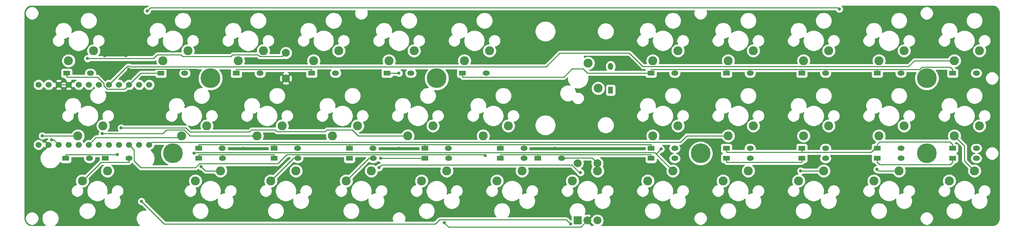
<source format=gtl>
G04 #@! TF.GenerationSoftware,KiCad,Pcbnew,(5.1.9-0-10_14)*
G04 #@! TF.CreationDate,2021-08-28T22:47:01+09:00*
G04 #@! TF.ProjectId,kbd-template,6b62642d-7465-46d7-906c-6174652e6b69,rev?*
G04 #@! TF.SameCoordinates,Original*
G04 #@! TF.FileFunction,Copper,L1,Top*
G04 #@! TF.FilePolarity,Positive*
%FSLAX46Y46*%
G04 Gerber Fmt 4.6, Leading zero omitted, Abs format (unit mm)*
G04 Created by KiCad (PCBNEW (5.1.9-0-10_14)) date 2021-08-28 22:47:01*
%MOMM*%
%LPD*%
G01*
G04 APERTURE LIST*
G04 #@! TA.AperFunction,WasherPad*
%ADD10C,5.000000*%
G04 #@! TD*
G04 #@! TA.AperFunction,ComponentPad*
%ADD11C,2.286000*%
G04 #@! TD*
G04 #@! TA.AperFunction,ComponentPad*
%ADD12O,1.778000X1.300000*%
G04 #@! TD*
G04 #@! TA.AperFunction,ComponentPad*
%ADD13R,1.778000X1.300000*%
G04 #@! TD*
G04 #@! TA.AperFunction,ComponentPad*
%ADD14O,1.300000X1.778000*%
G04 #@! TD*
G04 #@! TA.AperFunction,ComponentPad*
%ADD15R,1.300000X1.778000*%
G04 #@! TD*
G04 #@! TA.AperFunction,ComponentPad*
%ADD16C,2.000000*%
G04 #@! TD*
G04 #@! TA.AperFunction,ComponentPad*
%ADD17C,1.524000*%
G04 #@! TD*
G04 #@! TA.AperFunction,ComponentPad*
%ADD18R,2.000000X2.000000*%
G04 #@! TD*
G04 #@! TA.AperFunction,ViaPad*
%ADD19C,0.800000*%
G04 #@! TD*
G04 #@! TA.AperFunction,Conductor*
%ADD20C,0.250000*%
G04 #@! TD*
G04 #@! TA.AperFunction,Conductor*
%ADD21C,0.254000*%
G04 #@! TD*
G04 #@! TA.AperFunction,Conductor*
%ADD22C,0.100000*%
G04 #@! TD*
G04 APERTURE END LIST*
D10*
X219075000Y-28575000D03*
X219075000Y-9525000D03*
X161925000Y-28575000D03*
X95250000Y-9525000D03*
X38100000Y-9525000D03*
X28575000Y-28580000D03*
D11*
X12065000Y-33020000D03*
X5715000Y-35560000D03*
X4604000Y-24130000D03*
X10954000Y-21590000D03*
X2223000Y-5080000D03*
X8573000Y-2540000D03*
X26035000Y-5080000D03*
X32385000Y-2540000D03*
X45085000Y-5080000D03*
X51435000Y-2540000D03*
X64135000Y-5080000D03*
X70485000Y-2540000D03*
X83185000Y-5080000D03*
X89535000Y-2540000D03*
X102235000Y-5080000D03*
X108585000Y-2540000D03*
X149860000Y-5080000D03*
X156210000Y-2540000D03*
X168910000Y-5080000D03*
X175260000Y-2540000D03*
X187960000Y-5080000D03*
X194310000Y-2540000D03*
X207010000Y-5080000D03*
X213360000Y-2540000D03*
X226060000Y-5080000D03*
X232410000Y-2540000D03*
X30797500Y-24130000D03*
X37147500Y-21590000D03*
X49847500Y-24130000D03*
X56197500Y-21590000D03*
X68897500Y-24130000D03*
X75247500Y-21590000D03*
X87947500Y-24130000D03*
X94297500Y-21590000D03*
X106998000Y-24130000D03*
X113348000Y-21590000D03*
X149860000Y-24130000D03*
X156210000Y-21590000D03*
X168910000Y-24130000D03*
X175260000Y-21590000D03*
X187960000Y-24130000D03*
X194310000Y-21590000D03*
X207010000Y-24130000D03*
X213360000Y-21590000D03*
X226060000Y-24130000D03*
X232410000Y-21590000D03*
X40640000Y-33020000D03*
X34290000Y-35560000D03*
X59690000Y-33020000D03*
X53340000Y-35560000D03*
X78740000Y-33020000D03*
X72390000Y-35560000D03*
X97790000Y-33020000D03*
X91440000Y-35560000D03*
X116840000Y-33020000D03*
X110490000Y-35560000D03*
X154940000Y-33020000D03*
X148590000Y-35560000D03*
X173990000Y-33020000D03*
X167640000Y-35560000D03*
X193040000Y-33020000D03*
X186690000Y-35560000D03*
X212090000Y-33020000D03*
X205740000Y-35560000D03*
X231140000Y-33020000D03*
X224790000Y-35560000D03*
D12*
X31575000Y-8250000D03*
D13*
X25575000Y-8250000D03*
D12*
X50625000Y-8250000D03*
D13*
X44625000Y-8250000D03*
D12*
X69675000Y-8250000D03*
D13*
X63675000Y-8250000D03*
D12*
X88725000Y-8250000D03*
D13*
X82725000Y-8250000D03*
D12*
X107775000Y-8250000D03*
D13*
X101775000Y-8250000D03*
D12*
X155400000Y-8250000D03*
D13*
X149400000Y-8250000D03*
D12*
X174450000Y-8250000D03*
D13*
X168450000Y-8250000D03*
D12*
X193500000Y-8250000D03*
D13*
X187500000Y-8250000D03*
D12*
X212550000Y-8250000D03*
D13*
X206550000Y-8250000D03*
D12*
X231600000Y-8250000D03*
D13*
X225600000Y-8250000D03*
D12*
X41097500Y-27300000D03*
D13*
X35097500Y-27300000D03*
D12*
X60147500Y-27300000D03*
D13*
X54147500Y-27300000D03*
D12*
X79197500Y-27300000D03*
D13*
X73197500Y-27300000D03*
D12*
X98247500Y-27300000D03*
D13*
X92247500Y-27300000D03*
D12*
X117298000Y-27300000D03*
D13*
X111298000Y-27300000D03*
D12*
X155400000Y-27300000D03*
D13*
X149400000Y-27300000D03*
D12*
X174450000Y-27300000D03*
D13*
X168450000Y-27300000D03*
D12*
X193500000Y-27300000D03*
D13*
X187500000Y-27300000D03*
D12*
X212550000Y-27300000D03*
D13*
X206550000Y-27300000D03*
D12*
X231600000Y-27300000D03*
D13*
X225600000Y-27300000D03*
D12*
X41100000Y-29850000D03*
D13*
X35100000Y-29850000D03*
D12*
X60150000Y-29850000D03*
D13*
X54150000Y-29850000D03*
D12*
X79200000Y-29850000D03*
D13*
X73200000Y-29850000D03*
D12*
X98250000Y-29850000D03*
D13*
X92250000Y-29850000D03*
D12*
X117300000Y-29850000D03*
D13*
X111300000Y-29850000D03*
D12*
X155400000Y-29850000D03*
D13*
X149400000Y-29850000D03*
D12*
X174450000Y-29850000D03*
D13*
X168450000Y-29850000D03*
D12*
X193500000Y-29850000D03*
D13*
X187500000Y-29850000D03*
D12*
X212550000Y-29850000D03*
D13*
X206550000Y-29850000D03*
D12*
X231600000Y-29850000D03*
D13*
X225600000Y-29850000D03*
D12*
X126825000Y-29850000D03*
D13*
X120825000Y-29850000D03*
D12*
X7763000Y-8250000D03*
D13*
X1763000Y-8250000D03*
D12*
X7525000Y-29850000D03*
D13*
X1525000Y-29850000D03*
D12*
X17525000Y-29850000D03*
D13*
X11525000Y-29850000D03*
D14*
X139218000Y-6525000D03*
D15*
X139218000Y-12525000D03*
D16*
X57150000Y-3100000D03*
X57150000Y-9600000D03*
D11*
X133508000Y-5715000D03*
X136048000Y-12065000D03*
D17*
X-5334000Y-11184600D03*
X-2794000Y-11184600D03*
X-254000Y-11184600D03*
X2286000Y-11184600D03*
X4826000Y-11184600D03*
X7366000Y-11184600D03*
X9906000Y-11184600D03*
X12446000Y-11184600D03*
X14986000Y-11184600D03*
X17526000Y-11184600D03*
X20066000Y-11184600D03*
X22606000Y-11184600D03*
X22606000Y-26404600D03*
X20066000Y-26404600D03*
X17526000Y-26404600D03*
X14986000Y-26404600D03*
X12446000Y-26404600D03*
X9906000Y-26404600D03*
X7366000Y-26404600D03*
X4826000Y-26404600D03*
X2286000Y-26404600D03*
X-254000Y-26404600D03*
X-2794000Y-26404600D03*
X-5334000Y-26404600D03*
D11*
X129540000Y-35560000D03*
X135890000Y-33020000D03*
D16*
X135850000Y-45600000D03*
X135850000Y-31100000D03*
D18*
X130850000Y-45600000D03*
D16*
X130850000Y-31100000D03*
X133350000Y-45600000D03*
D19*
X85710100Y-8250000D03*
X14514400Y-28874700D03*
X81088000Y-29850000D03*
X7035600Y-4535300D03*
X-2069800Y-25200900D03*
X17445300Y-7199300D03*
X35202700Y-7768400D03*
X11304300Y-3810000D03*
X16734600Y-3810000D03*
X97172600Y-46193500D03*
X46545900Y-11343900D03*
X196215000Y-24130000D03*
X208915000Y-13970000D03*
X200025000Y-31750000D03*
X210185000Y-43180000D03*
X191770000Y-43815000D03*
X161925000Y-33655000D03*
X151765000Y-34290000D03*
X130175000Y-20955000D03*
X98425000Y-22225000D03*
X106045000Y-38100000D03*
X117475000Y-35560000D03*
X125730000Y-38100000D03*
X125095000Y-27305000D03*
X44450000Y-34925000D03*
X46355000Y-27305000D03*
X26035000Y-40640000D03*
X0Y-36195000D03*
X-6985000Y-39370000D03*
X19050000Y-17780000D03*
X14605000Y5080000D03*
X36830000Y-635000D03*
X57150000Y635000D03*
X64135000Y-2540000D03*
X73025000Y-2540000D03*
X80010000Y-3810000D03*
X86360000Y-3810000D03*
X90170000Y-14605000D03*
X50886100Y-11343900D03*
X60960000Y-24765000D03*
X85725000Y-27305000D03*
X218440000Y-21590000D03*
X213995000Y-24130000D03*
X141605000Y-6350000D03*
X66675000Y-34925000D03*
X76835000Y-43815000D03*
X67945000Y-42545000D03*
X24130000Y-20955000D03*
X26035000Y-2540000D03*
X20955000Y-3175000D03*
X153035000Y-44450000D03*
X24765000Y-28575000D03*
X35716900Y-31924300D03*
X10707000Y-23593300D03*
X15512100Y-22125300D03*
X107479000Y-29162200D03*
X151938700Y-27474600D03*
X33915000Y-28545600D03*
X187221200Y-33020000D03*
X196978500Y8026500D03*
X22108900Y7559800D03*
X206507400Y-32653400D03*
X-4428300Y-24130000D03*
X80708800Y-32173800D03*
X131598500Y-33437100D03*
X20660400Y-40767200D03*
X129100200Y-46500900D03*
D20*
X60150000Y-29850000D02*
X58935700Y-29850000D01*
X58935700Y-29850000D02*
X58935700Y-29964300D01*
X58935700Y-29964300D02*
X53340000Y-35560000D01*
X79200000Y-29850000D02*
X77985700Y-29850000D01*
X77985700Y-29850000D02*
X77985700Y-29964300D01*
X77985700Y-29964300D02*
X72390000Y-35560000D01*
X126825000Y-29850000D02*
X128039300Y-29850000D01*
X128039300Y-29850000D02*
X128144000Y-29745300D01*
X128144000Y-29745300D02*
X134495300Y-29745300D01*
X134495300Y-29745300D02*
X135850000Y-31100000D01*
X17525000Y-29850000D02*
X17525000Y-30825300D01*
X17525000Y-30825300D02*
X10449700Y-30825300D01*
X10449700Y-30825300D02*
X5715000Y-35560000D01*
X82725000Y-8250000D02*
X85710100Y-8250000D01*
X17526000Y-11184600D02*
X20460600Y-8250000D01*
X20460600Y-8250000D02*
X25575000Y-8250000D01*
X101775000Y-8250000D02*
X101775000Y-9225300D01*
X149400000Y-8211500D02*
X133321600Y-8211500D01*
X133321600Y-8211500D02*
X132259700Y-7149600D01*
X132259700Y-7149600D02*
X129473600Y-7149600D01*
X129473600Y-7149600D02*
X127397900Y-9225300D01*
X127397900Y-9225300D02*
X101775000Y-9225300D01*
X149400000Y-8250000D02*
X149400000Y-8211500D01*
X149400000Y-8118100D02*
X149400000Y-8211500D01*
X149400000Y-8118100D02*
X149400000Y-7274700D01*
X1763000Y-8250000D02*
X1763000Y-9225300D01*
X17526000Y-11184600D02*
X16433100Y-12277500D01*
X16433100Y-12277500D02*
X11975600Y-12277500D01*
X11975600Y-12277500D02*
X11176000Y-11477900D01*
X11176000Y-11477900D02*
X11176000Y-10873800D01*
X11176000Y-10873800D02*
X9527500Y-9225300D01*
X9527500Y-9225300D02*
X1763000Y-9225300D01*
X44625000Y-8250000D02*
X44625000Y-7274700D01*
X63675000Y-8250000D02*
X63675000Y-7274700D01*
X63675000Y-7274700D02*
X44625000Y-7274700D01*
X168450000Y-7274700D02*
X149400000Y-7274700D01*
X168450000Y-7387300D02*
X168450000Y-7274700D01*
X168450000Y-8250000D02*
X168450000Y-7387300D01*
X187500000Y-7274700D02*
X168450000Y-7274700D01*
X187500000Y-7387300D02*
X187500000Y-7274700D01*
X187500000Y-8250000D02*
X187500000Y-7387300D01*
X206550000Y-7274700D02*
X187500000Y-7274700D01*
X206550000Y-7387300D02*
X206550000Y-7274700D01*
X206550000Y-8250000D02*
X206550000Y-7387300D01*
X225600000Y-8250000D02*
X225600000Y-7274700D01*
X225600000Y-7274700D02*
X224997700Y-6672400D01*
X224997700Y-6672400D02*
X217931900Y-6672400D01*
X217931900Y-6672400D02*
X217329600Y-7274700D01*
X217329600Y-7274700D02*
X206550000Y-7274700D01*
X168450000Y-27300000D02*
X168450000Y-28275300D01*
X187500000Y-28275300D02*
X168450000Y-28275300D01*
X187500000Y-28162700D02*
X187500000Y-28275300D01*
X187500000Y-27300000D02*
X187500000Y-28162700D01*
X206550000Y-26812300D02*
X205087000Y-28275300D01*
X205087000Y-28275300D02*
X187500000Y-28275300D01*
X206550000Y-26812300D02*
X206550000Y-26324700D01*
X206550000Y-27300000D02*
X206550000Y-26812300D01*
X225600000Y-27300000D02*
X225600000Y-26324700D01*
X225600000Y-26324700D02*
X224980000Y-25704700D01*
X224980000Y-25704700D02*
X207170000Y-25704700D01*
X207170000Y-25704700D02*
X206550000Y-26324700D01*
X111298000Y-26437300D02*
X111185300Y-26324600D01*
X111185300Y-26324600D02*
X92360200Y-26324600D01*
X92360200Y-26324600D02*
X92247500Y-26437300D01*
X111298000Y-27300000D02*
X111298000Y-26493600D01*
X111298000Y-26493600D02*
X111298000Y-26437300D01*
X35097500Y-27300000D02*
X35097500Y-26324700D01*
X54147500Y-26324700D02*
X35097500Y-26324700D01*
X54147500Y-26437300D02*
X54147500Y-26324700D01*
X54147500Y-27300000D02*
X54147500Y-26437300D01*
X73197500Y-26324700D02*
X54147500Y-26324700D01*
X73197500Y-26437300D02*
X73197500Y-26324700D01*
X73197500Y-27300000D02*
X73197500Y-26437300D01*
X92247500Y-26437300D02*
X92134900Y-26324700D01*
X92134900Y-26324700D02*
X73197500Y-26324700D01*
X92247500Y-27300000D02*
X92247500Y-26437300D01*
X111298000Y-26437300D02*
X111410600Y-26324700D01*
X111410600Y-26324700D02*
X149400000Y-26324700D01*
X149400000Y-27300000D02*
X149400000Y-26324700D01*
X1525000Y-28874700D02*
X14514400Y-28874700D01*
X1525000Y-29850000D02*
X1525000Y-28874700D01*
X111300000Y-29850000D02*
X111300000Y-28874700D01*
X111300000Y-28874700D02*
X120825000Y-28874700D01*
X92250000Y-29850000D02*
X81088000Y-29850000D01*
X120825000Y-29850000D02*
X120825000Y-28874700D01*
X149400000Y-29850000D02*
X149400000Y-28874700D01*
X149400000Y-28874700D02*
X120825000Y-28874700D01*
X168450000Y-29850000D02*
X168450000Y-30825300D01*
X187500000Y-29850000D02*
X187500000Y-30825300D01*
X187500000Y-30825300D02*
X168450000Y-30825300D01*
X54150000Y-29850000D02*
X54150000Y-28874700D01*
X35100000Y-29850000D02*
X35100000Y-28874700D01*
X35100000Y-28874700D02*
X54150000Y-28874700D01*
X206550000Y-29850000D02*
X206550000Y-30825300D01*
X225600000Y-29850000D02*
X225600000Y-30825300D01*
X225600000Y-30825300D02*
X225017600Y-31407700D01*
X225017600Y-31407700D02*
X207132400Y-31407700D01*
X207132400Y-31407700D02*
X206550000Y-30825300D01*
X57150000Y-3100000D02*
X56221400Y-4028600D01*
X56221400Y-4028600D02*
X50554700Y-4028600D01*
X50554700Y-4028600D02*
X50126200Y-3600100D01*
X50126200Y-3600100D02*
X43695700Y-3600100D01*
X43695700Y-3600100D02*
X43283900Y-4011900D01*
X43283900Y-4011900D02*
X31052100Y-4011900D01*
X31052100Y-4011900D02*
X30640300Y-3600100D01*
X30640300Y-3600100D02*
X24645700Y-3600100D01*
X24645700Y-3600100D02*
X23710500Y-4535300D01*
X23710500Y-4535300D02*
X7035600Y-4535300D01*
X-254000Y-26404600D02*
X-1457700Y-25200900D01*
X-1457700Y-25200900D02*
X-2069800Y-25200900D01*
X35202700Y-7768400D02*
X34633600Y-7199300D01*
X34633600Y-7199300D02*
X17445300Y-7199300D01*
X16734600Y-3810000D02*
X11304300Y-3810000D01*
X133350000Y-45600000D02*
X131700400Y-47249600D01*
X131700400Y-47249600D02*
X98228700Y-47249600D01*
X98228700Y-47249600D02*
X97172600Y-46193500D01*
X57150000Y-9600000D02*
X55406100Y-11343900D01*
X55406100Y-11343900D02*
X50886100Y-11343900D01*
X2286000Y-11184600D02*
X-254000Y-11184600D01*
X50886100Y-11343900D02*
X46545900Y-11343900D01*
X40640000Y-33020000D02*
X36812600Y-33020000D01*
X36812600Y-33020000D02*
X35716900Y-31924300D01*
X7366000Y-26404600D02*
X9162900Y-24607700D01*
X9162900Y-24607700D02*
X30319800Y-24607700D01*
X30319800Y-24607700D02*
X30797500Y-24130000D01*
X49847500Y-24130000D02*
X32965400Y-24130000D01*
X32965400Y-24130000D02*
X31460700Y-22625300D01*
X31460700Y-22625300D02*
X27039900Y-22625300D01*
X27039900Y-22625300D02*
X26071900Y-23593300D01*
X26071900Y-23593300D02*
X10707000Y-23593300D01*
X87947500Y-24130000D02*
X75414800Y-24130000D01*
X75414800Y-24130000D02*
X73934900Y-22650100D01*
X73934900Y-22650100D02*
X67508200Y-22650100D01*
X67508200Y-22650100D02*
X67096400Y-23061900D01*
X67096400Y-23061900D02*
X54864600Y-23061900D01*
X54864600Y-23061900D02*
X54452800Y-22650100D01*
X54452800Y-22650100D02*
X48458200Y-22650100D01*
X48458200Y-22650100D02*
X47996200Y-23112100D01*
X47996200Y-23112100D02*
X32902700Y-23112100D01*
X32902700Y-23112100D02*
X31915900Y-22125300D01*
X31915900Y-22125300D02*
X15512100Y-22125300D01*
X17526000Y-26404600D02*
X18803200Y-27681800D01*
X18803200Y-27681800D02*
X18803200Y-30524500D01*
X18803200Y-30524500D02*
X20494000Y-32215300D01*
X20494000Y-32215300D02*
X34308900Y-32215300D01*
X34308900Y-32215300D02*
X35366200Y-31158000D01*
X35366200Y-31158000D02*
X55086300Y-31158000D01*
X55086300Y-31158000D02*
X57389000Y-28855300D01*
X57389000Y-28855300D02*
X107172100Y-28855300D01*
X107172100Y-28855300D02*
X107479000Y-29162200D01*
X150666700Y-28746600D02*
X151938700Y-27474600D01*
X150666700Y-28746600D02*
X154940000Y-33020000D01*
X33915000Y-28545600D02*
X34055700Y-28404900D01*
X34055700Y-28404900D02*
X150324900Y-28404900D01*
X150324900Y-28404900D02*
X150666700Y-28746600D01*
X22606000Y-26404600D02*
X23259200Y-25751400D01*
X23259200Y-25751400D02*
X156838200Y-25751400D01*
X156838200Y-25751400D02*
X158459600Y-24130000D01*
X158459600Y-24130000D02*
X168910000Y-24130000D01*
X193040000Y-33020000D02*
X187221200Y-33020000D01*
X22108900Y7559800D02*
X22935200Y8386100D01*
X22935200Y8386100D02*
X196618900Y8386100D01*
X196618900Y8386100D02*
X196978500Y8026500D01*
X212090000Y-33020000D02*
X206874000Y-33020000D01*
X206874000Y-33020000D02*
X206507400Y-32653400D01*
X226060000Y-5080000D02*
X215970400Y-5080000D01*
X215970400Y-5080000D02*
X214492100Y-6558300D01*
X214492100Y-6558300D02*
X147344400Y-6558300D01*
X147344400Y-6558300D02*
X143944600Y-3158500D01*
X143944600Y-3158500D02*
X126356300Y-3158500D01*
X126356300Y-3158500D02*
X122929900Y-6584900D01*
X122929900Y-6584900D02*
X17856700Y-6584900D01*
X17856700Y-6584900D02*
X17745800Y-6474000D01*
X17745800Y-6474000D02*
X17144900Y-6474000D01*
X17144900Y-6474000D02*
X12446000Y-11172900D01*
X12446000Y-11172900D02*
X12446000Y-11184600D01*
X226060000Y-24130000D02*
X228600000Y-26670000D01*
X228600000Y-30480000D02*
X231140000Y-33020000D01*
X228600000Y-26670000D02*
X228600000Y-30480000D01*
X4604000Y-24130000D02*
X-4428300Y-24130000D01*
X80708800Y-32173800D02*
X81350700Y-31531900D01*
X81350700Y-31531900D02*
X129407500Y-31531900D01*
X129407500Y-31531900D02*
X131312700Y-33437100D01*
X131312700Y-33437100D02*
X131598500Y-33437100D01*
X129100200Y-46500900D02*
X128035900Y-45436600D01*
X128035900Y-45436600D02*
X95983100Y-45436600D01*
X95983100Y-45436600D02*
X94898800Y-46520900D01*
X94898800Y-46520900D02*
X26414100Y-46520900D01*
X26414100Y-46520900D02*
X20660400Y-40767200D01*
D21*
X22069098Y8594800D02*
X22006961Y8594800D01*
X21807002Y8555026D01*
X21618644Y8477005D01*
X21449126Y8363737D01*
X21304963Y8219574D01*
X21191695Y8050056D01*
X21113674Y7861698D01*
X21073900Y7661739D01*
X21073900Y7457861D01*
X21113674Y7257902D01*
X21191695Y7069544D01*
X21304963Y6900026D01*
X21449126Y6755863D01*
X21618644Y6642595D01*
X21807002Y6564574D01*
X22006961Y6524800D01*
X22210839Y6524800D01*
X22410798Y6564574D01*
X22599156Y6642595D01*
X22768674Y6755863D01*
X22912837Y6900026D01*
X23026105Y7069544D01*
X23104126Y7257902D01*
X23143900Y7457861D01*
X23143900Y7519998D01*
X23250002Y7626100D01*
X74614661Y7626100D01*
X74555714Y7483789D01*
X74490000Y7153420D01*
X74490000Y6816580D01*
X74555714Y6486211D01*
X74684618Y6175011D01*
X74871756Y5894939D01*
X75109939Y5656756D01*
X75390011Y5469618D01*
X75701211Y5340714D01*
X76031580Y5275000D01*
X76368420Y5275000D01*
X76445233Y5290279D01*
X86130000Y5290279D01*
X86130000Y4869721D01*
X86212047Y4457244D01*
X86372988Y4068698D01*
X86606637Y3719017D01*
X86904017Y3421637D01*
X87253698Y3187988D01*
X87642244Y3027047D01*
X88054721Y2945000D01*
X88475279Y2945000D01*
X88887756Y3027047D01*
X89276302Y3187988D01*
X89625983Y3421637D01*
X89923363Y3719017D01*
X90157012Y4068698D01*
X90317953Y4457244D01*
X90400000Y4869721D01*
X90400000Y5290279D01*
X105180000Y5290279D01*
X105180000Y4869721D01*
X105262047Y4457244D01*
X105422988Y4068698D01*
X105656637Y3719017D01*
X105954017Y3421637D01*
X106303698Y3187988D01*
X106692244Y3027047D01*
X107104721Y2945000D01*
X107525279Y2945000D01*
X107937756Y3027047D01*
X108326302Y3187988D01*
X108675983Y3421637D01*
X108973363Y3719017D01*
X109207012Y4068698D01*
X109367953Y4457244D01*
X109450000Y4869721D01*
X109450000Y5290279D01*
X152805000Y5290279D01*
X152805000Y4869721D01*
X152887047Y4457244D01*
X153047988Y4068698D01*
X153281637Y3719017D01*
X153579017Y3421637D01*
X153928698Y3187988D01*
X154317244Y3027047D01*
X154729721Y2945000D01*
X155150279Y2945000D01*
X155562756Y3027047D01*
X155951302Y3187988D01*
X156300983Y3421637D01*
X156598363Y3719017D01*
X156832012Y4068698D01*
X156992953Y4457244D01*
X157075000Y4869721D01*
X157075000Y5290279D01*
X156992953Y5702756D01*
X156832012Y6091302D01*
X156598363Y6440983D01*
X156300983Y6738363D01*
X155951302Y6972012D01*
X155562756Y7132953D01*
X155150279Y7215000D01*
X154729721Y7215000D01*
X154317244Y7132953D01*
X153928698Y6972012D01*
X153579017Y6738363D01*
X153281637Y6440983D01*
X153047988Y6091302D01*
X152887047Y5702756D01*
X152805000Y5290279D01*
X109450000Y5290279D01*
X109367953Y5702756D01*
X109207012Y6091302D01*
X108973363Y6440983D01*
X108675983Y6738363D01*
X108326302Y6972012D01*
X107937756Y7132953D01*
X107525279Y7215000D01*
X107104721Y7215000D01*
X106692244Y7132953D01*
X106303698Y6972012D01*
X105954017Y6738363D01*
X105656637Y6440983D01*
X105422988Y6091302D01*
X105262047Y5702756D01*
X105180000Y5290279D01*
X90400000Y5290279D01*
X90317953Y5702756D01*
X90157012Y6091302D01*
X89923363Y6440983D01*
X89625983Y6738363D01*
X89276302Y6972012D01*
X88887756Y7132953D01*
X88475279Y7215000D01*
X88054721Y7215000D01*
X87642244Y7132953D01*
X87253698Y6972012D01*
X86904017Y6738363D01*
X86606637Y6440983D01*
X86372988Y6091302D01*
X86212047Y5702756D01*
X86130000Y5290279D01*
X76445233Y5290279D01*
X76698789Y5340714D01*
X77009989Y5469618D01*
X77290061Y5656756D01*
X77528244Y5894939D01*
X77715382Y6175011D01*
X77844286Y6486211D01*
X77910000Y6816580D01*
X77910000Y7153420D01*
X77844286Y7483789D01*
X77785339Y7626100D01*
X160339661Y7626100D01*
X160280714Y7483789D01*
X160215000Y7153420D01*
X160215000Y6816580D01*
X160280714Y6486211D01*
X160409618Y6175011D01*
X160596756Y5894939D01*
X160834939Y5656756D01*
X161115011Y5469618D01*
X161426211Y5340714D01*
X161756580Y5275000D01*
X162093420Y5275000D01*
X162170233Y5290279D01*
X171855000Y5290279D01*
X171855000Y4869721D01*
X171937047Y4457244D01*
X172097988Y4068698D01*
X172331637Y3719017D01*
X172629017Y3421637D01*
X172978698Y3187988D01*
X173367244Y3027047D01*
X173779721Y2945000D01*
X174200279Y2945000D01*
X174612756Y3027047D01*
X175001302Y3187988D01*
X175350983Y3421637D01*
X175648363Y3719017D01*
X175882012Y4068698D01*
X176042953Y4457244D01*
X176125000Y4869721D01*
X176125000Y5290279D01*
X190905000Y5290279D01*
X190905000Y4869721D01*
X190987047Y4457244D01*
X191147988Y4068698D01*
X191381637Y3719017D01*
X191679017Y3421637D01*
X192028698Y3187988D01*
X192417244Y3027047D01*
X192829721Y2945000D01*
X193250279Y2945000D01*
X193662756Y3027047D01*
X194051302Y3187988D01*
X194400983Y3421637D01*
X194698363Y3719017D01*
X194932012Y4068698D01*
X195092953Y4457244D01*
X195175000Y4869721D01*
X195175000Y5290279D01*
X209955000Y5290279D01*
X209955000Y4869721D01*
X210037047Y4457244D01*
X210197988Y4068698D01*
X210431637Y3719017D01*
X210729017Y3421637D01*
X211078698Y3187988D01*
X211467244Y3027047D01*
X211879721Y2945000D01*
X212300279Y2945000D01*
X212712756Y3027047D01*
X213101302Y3187988D01*
X213450983Y3421637D01*
X213748363Y3719017D01*
X213982012Y4068698D01*
X214142953Y4457244D01*
X214225000Y4869721D01*
X214225000Y5290279D01*
X214142953Y5702756D01*
X213982012Y6091302D01*
X213748363Y6440983D01*
X213450983Y6738363D01*
X213101302Y6972012D01*
X212712756Y7132953D01*
X212609862Y7153420D01*
X217365000Y7153420D01*
X217365000Y6816580D01*
X217430714Y6486211D01*
X217559618Y6175011D01*
X217746756Y5894939D01*
X217984939Y5656756D01*
X218265011Y5469618D01*
X218576211Y5340714D01*
X218906580Y5275000D01*
X219243420Y5275000D01*
X219320233Y5290279D01*
X229005000Y5290279D01*
X229005000Y4869721D01*
X229087047Y4457244D01*
X229247988Y4068698D01*
X229481637Y3719017D01*
X229779017Y3421637D01*
X230128698Y3187988D01*
X230517244Y3027047D01*
X230929721Y2945000D01*
X231350279Y2945000D01*
X231762756Y3027047D01*
X232151302Y3187988D01*
X232500983Y3421637D01*
X232798363Y3719017D01*
X233032012Y4068698D01*
X233192953Y4457244D01*
X233275000Y4869721D01*
X233275000Y5290279D01*
X233192953Y5702756D01*
X233032012Y6091302D01*
X232798363Y6440983D01*
X232500983Y6738363D01*
X232151302Y6972012D01*
X231762756Y7132953D01*
X231350279Y7215000D01*
X230929721Y7215000D01*
X230517244Y7132953D01*
X230128698Y6972012D01*
X229779017Y6738363D01*
X229481637Y6440983D01*
X229247988Y6091302D01*
X229087047Y5702756D01*
X229005000Y5290279D01*
X219320233Y5290279D01*
X219573789Y5340714D01*
X219884989Y5469618D01*
X220165061Y5656756D01*
X220403244Y5894939D01*
X220590382Y6175011D01*
X220719286Y6486211D01*
X220785000Y6816580D01*
X220785000Y7153420D01*
X220719286Y7483789D01*
X220590382Y7794989D01*
X220403244Y8075061D01*
X220165061Y8313244D01*
X219884989Y8500382D01*
X219573789Y8629286D01*
X219243420Y8695000D01*
X218906580Y8695000D01*
X218576211Y8629286D01*
X218265011Y8500382D01*
X217984939Y8313244D01*
X217746756Y8075061D01*
X217559618Y7794989D01*
X217430714Y7483789D01*
X217365000Y7153420D01*
X212609862Y7153420D01*
X212300279Y7215000D01*
X211879721Y7215000D01*
X211467244Y7132953D01*
X211078698Y6972012D01*
X210729017Y6738363D01*
X210431637Y6440983D01*
X210197988Y6091302D01*
X210037047Y5702756D01*
X209955000Y5290279D01*
X195175000Y5290279D01*
X195092953Y5702756D01*
X194932012Y6091302D01*
X194698363Y6440983D01*
X194400983Y6738363D01*
X194051302Y6972012D01*
X193662756Y7132953D01*
X193250279Y7215000D01*
X192829721Y7215000D01*
X192417244Y7132953D01*
X192028698Y6972012D01*
X191679017Y6738363D01*
X191381637Y6440983D01*
X191147988Y6091302D01*
X190987047Y5702756D01*
X190905000Y5290279D01*
X176125000Y5290279D01*
X176042953Y5702756D01*
X175882012Y6091302D01*
X175648363Y6440983D01*
X175350983Y6738363D01*
X175001302Y6972012D01*
X174612756Y7132953D01*
X174200279Y7215000D01*
X173779721Y7215000D01*
X173367244Y7132953D01*
X172978698Y6972012D01*
X172629017Y6738363D01*
X172331637Y6440983D01*
X172097988Y6091302D01*
X171937047Y5702756D01*
X171855000Y5290279D01*
X162170233Y5290279D01*
X162423789Y5340714D01*
X162734989Y5469618D01*
X163015061Y5656756D01*
X163253244Y5894939D01*
X163440382Y6175011D01*
X163569286Y6486211D01*
X163635000Y6816580D01*
X163635000Y7153420D01*
X163569286Y7483789D01*
X163510339Y7626100D01*
X196024075Y7626100D01*
X196061295Y7536244D01*
X196174563Y7366726D01*
X196318726Y7222563D01*
X196488244Y7109295D01*
X196676602Y7031274D01*
X196876561Y6991500D01*
X197080439Y6991500D01*
X197280398Y7031274D01*
X197468756Y7109295D01*
X197638274Y7222563D01*
X197782437Y7366726D01*
X197895705Y7536244D01*
X197973726Y7724602D01*
X198013500Y7924561D01*
X198013500Y8128439D01*
X197973726Y8328398D01*
X197895705Y8516756D01*
X197782437Y8686274D01*
X197638717Y8829994D01*
X235606424Y8829994D01*
X235806421Y8819894D01*
X235981487Y8793176D01*
X236150034Y8749838D01*
X236311601Y8690704D01*
X236465502Y8616565D01*
X236610906Y8528230D01*
X236746884Y8426548D01*
X236872429Y8312445D01*
X236986532Y8186900D01*
X237088212Y8050926D01*
X237176554Y7905511D01*
X237250687Y7751619D01*
X237309823Y7590048D01*
X237353160Y7421502D01*
X237379878Y7246437D01*
X237389978Y7046439D01*
X237389978Y-45066445D01*
X237379878Y-45266443D01*
X237353160Y-45441508D01*
X237309823Y-45610054D01*
X237250687Y-45771625D01*
X237176554Y-45925517D01*
X237088212Y-46070932D01*
X236986532Y-46206906D01*
X236872429Y-46332451D01*
X236746884Y-46446554D01*
X236610906Y-46548236D01*
X236465502Y-46636571D01*
X236311601Y-46710710D01*
X236150034Y-46769844D01*
X235981487Y-46813182D01*
X235806421Y-46839900D01*
X235606424Y-46850000D01*
X136912239Y-46850000D01*
X137119987Y-46642252D01*
X137298918Y-46374463D01*
X137422168Y-46076912D01*
X137485000Y-45761033D01*
X137485000Y-45438967D01*
X137422168Y-45123088D01*
X137298918Y-44825537D01*
X137119987Y-44557748D01*
X136892252Y-44330013D01*
X136624463Y-44151082D01*
X136326912Y-44027832D01*
X136011033Y-43965000D01*
X135688967Y-43965000D01*
X135373088Y-44027832D01*
X135075537Y-44151082D01*
X134807748Y-44330013D01*
X134580013Y-44557748D01*
X134515075Y-44654935D01*
X134485413Y-44644192D01*
X133529605Y-45600000D01*
X134485413Y-46555808D01*
X134515075Y-46545065D01*
X134580013Y-46642252D01*
X134787761Y-46850000D01*
X134264305Y-46850000D01*
X134305808Y-46735413D01*
X133350000Y-45779605D01*
X133335858Y-45793748D01*
X133156253Y-45614143D01*
X133170395Y-45600000D01*
X133156253Y-45585858D01*
X133335858Y-45406253D01*
X133350000Y-45420395D01*
X134305808Y-44464587D01*
X134210044Y-44200186D01*
X133920429Y-44059296D01*
X133608892Y-43977616D01*
X133287405Y-43958282D01*
X132968325Y-44002039D01*
X132749026Y-44077801D01*
X132862953Y-43802756D01*
X132945000Y-43390279D01*
X132945000Y-42969721D01*
X147725000Y-42969721D01*
X147725000Y-43390279D01*
X147807047Y-43802756D01*
X147967988Y-44191302D01*
X148201637Y-44540983D01*
X148499017Y-44838363D01*
X148848698Y-45072012D01*
X149237244Y-45232953D01*
X149649721Y-45315000D01*
X150070279Y-45315000D01*
X150482756Y-45232953D01*
X150871302Y-45072012D01*
X151103922Y-44916580D01*
X160215000Y-44916580D01*
X160215000Y-45253420D01*
X160280714Y-45583789D01*
X160409618Y-45894989D01*
X160596756Y-46175061D01*
X160834939Y-46413244D01*
X161115011Y-46600382D01*
X161426211Y-46729286D01*
X161756580Y-46795000D01*
X162093420Y-46795000D01*
X162423789Y-46729286D01*
X162734989Y-46600382D01*
X163015061Y-46413244D01*
X163253244Y-46175061D01*
X163440382Y-45894989D01*
X163569286Y-45583789D01*
X163635000Y-45253420D01*
X163635000Y-44916580D01*
X163569286Y-44586211D01*
X163440382Y-44275011D01*
X163253244Y-43994939D01*
X163015061Y-43756756D01*
X162734989Y-43569618D01*
X162423789Y-43440714D01*
X162093420Y-43375000D01*
X161756580Y-43375000D01*
X161426211Y-43440714D01*
X161115011Y-43569618D01*
X160834939Y-43756756D01*
X160596756Y-43994939D01*
X160409618Y-44275011D01*
X160280714Y-44586211D01*
X160215000Y-44916580D01*
X151103922Y-44916580D01*
X151220983Y-44838363D01*
X151518363Y-44540983D01*
X151752012Y-44191302D01*
X151912953Y-43802756D01*
X151995000Y-43390279D01*
X151995000Y-42969721D01*
X166775000Y-42969721D01*
X166775000Y-43390279D01*
X166857047Y-43802756D01*
X167017988Y-44191302D01*
X167251637Y-44540983D01*
X167549017Y-44838363D01*
X167898698Y-45072012D01*
X168287244Y-45232953D01*
X168699721Y-45315000D01*
X169120279Y-45315000D01*
X169532756Y-45232953D01*
X169921302Y-45072012D01*
X170270983Y-44838363D01*
X170568363Y-44540983D01*
X170802012Y-44191302D01*
X170962953Y-43802756D01*
X171045000Y-43390279D01*
X171045000Y-42969721D01*
X185825000Y-42969721D01*
X185825000Y-43390279D01*
X185907047Y-43802756D01*
X186067988Y-44191302D01*
X186301637Y-44540983D01*
X186599017Y-44838363D01*
X186948698Y-45072012D01*
X187337244Y-45232953D01*
X187749721Y-45315000D01*
X188170279Y-45315000D01*
X188582756Y-45232953D01*
X188971302Y-45072012D01*
X189320983Y-44838363D01*
X189618363Y-44540983D01*
X189852012Y-44191302D01*
X190012953Y-43802756D01*
X190095000Y-43390279D01*
X190095000Y-42969721D01*
X204875000Y-42969721D01*
X204875000Y-43390279D01*
X204957047Y-43802756D01*
X205117988Y-44191302D01*
X205351637Y-44540983D01*
X205649017Y-44838363D01*
X205998698Y-45072012D01*
X206387244Y-45232953D01*
X206799721Y-45315000D01*
X207220279Y-45315000D01*
X207632756Y-45232953D01*
X208021302Y-45072012D01*
X208253922Y-44916580D01*
X217365000Y-44916580D01*
X217365000Y-45253420D01*
X217430714Y-45583789D01*
X217559618Y-45894989D01*
X217746756Y-46175061D01*
X217984939Y-46413244D01*
X218265011Y-46600382D01*
X218576211Y-46729286D01*
X218906580Y-46795000D01*
X219243420Y-46795000D01*
X219573789Y-46729286D01*
X219884989Y-46600382D01*
X220165061Y-46413244D01*
X220403244Y-46175061D01*
X220590382Y-45894989D01*
X220719286Y-45583789D01*
X220785000Y-45253420D01*
X220785000Y-44916580D01*
X220719286Y-44586211D01*
X220590382Y-44275011D01*
X220403244Y-43994939D01*
X220165061Y-43756756D01*
X219884989Y-43569618D01*
X219573789Y-43440714D01*
X219243420Y-43375000D01*
X218906580Y-43375000D01*
X218576211Y-43440714D01*
X218265011Y-43569618D01*
X217984939Y-43756756D01*
X217746756Y-43994939D01*
X217559618Y-44275011D01*
X217430714Y-44586211D01*
X217365000Y-44916580D01*
X208253922Y-44916580D01*
X208370983Y-44838363D01*
X208668363Y-44540983D01*
X208902012Y-44191302D01*
X209062953Y-43802756D01*
X209145000Y-43390279D01*
X209145000Y-42969721D01*
X223925000Y-42969721D01*
X223925000Y-43390279D01*
X224007047Y-43802756D01*
X224167988Y-44191302D01*
X224401637Y-44540983D01*
X224699017Y-44838363D01*
X225048698Y-45072012D01*
X225437244Y-45232953D01*
X225849721Y-45315000D01*
X226270279Y-45315000D01*
X226682756Y-45232953D01*
X227071302Y-45072012D01*
X227420983Y-44838363D01*
X227718363Y-44540983D01*
X227952012Y-44191302D01*
X228112953Y-43802756D01*
X228195000Y-43390279D01*
X228195000Y-42969721D01*
X228112953Y-42557244D01*
X227952012Y-42168698D01*
X227718363Y-41819017D01*
X227420983Y-41521637D01*
X227071302Y-41287988D01*
X226682756Y-41127047D01*
X226270279Y-41045000D01*
X225849721Y-41045000D01*
X225437244Y-41127047D01*
X225048698Y-41287988D01*
X224699017Y-41521637D01*
X224401637Y-41819017D01*
X224167988Y-42168698D01*
X224007047Y-42557244D01*
X223925000Y-42969721D01*
X209145000Y-42969721D01*
X209062953Y-42557244D01*
X208902012Y-42168698D01*
X208668363Y-41819017D01*
X208370983Y-41521637D01*
X208021302Y-41287988D01*
X207632756Y-41127047D01*
X207220279Y-41045000D01*
X206799721Y-41045000D01*
X206387244Y-41127047D01*
X205998698Y-41287988D01*
X205649017Y-41521637D01*
X205351637Y-41819017D01*
X205117988Y-42168698D01*
X204957047Y-42557244D01*
X204875000Y-42969721D01*
X190095000Y-42969721D01*
X190012953Y-42557244D01*
X189852012Y-42168698D01*
X189618363Y-41819017D01*
X189320983Y-41521637D01*
X188971302Y-41287988D01*
X188582756Y-41127047D01*
X188170279Y-41045000D01*
X187749721Y-41045000D01*
X187337244Y-41127047D01*
X186948698Y-41287988D01*
X186599017Y-41521637D01*
X186301637Y-41819017D01*
X186067988Y-42168698D01*
X185907047Y-42557244D01*
X185825000Y-42969721D01*
X171045000Y-42969721D01*
X170962953Y-42557244D01*
X170802012Y-42168698D01*
X170568363Y-41819017D01*
X170270983Y-41521637D01*
X169921302Y-41287988D01*
X169532756Y-41127047D01*
X169120279Y-41045000D01*
X168699721Y-41045000D01*
X168287244Y-41127047D01*
X167898698Y-41287988D01*
X167549017Y-41521637D01*
X167251637Y-41819017D01*
X167017988Y-42168698D01*
X166857047Y-42557244D01*
X166775000Y-42969721D01*
X151995000Y-42969721D01*
X151912953Y-42557244D01*
X151752012Y-42168698D01*
X151518363Y-41819017D01*
X151220983Y-41521637D01*
X150871302Y-41287988D01*
X150482756Y-41127047D01*
X150070279Y-41045000D01*
X149649721Y-41045000D01*
X149237244Y-41127047D01*
X148848698Y-41287988D01*
X148499017Y-41521637D01*
X148201637Y-41819017D01*
X147967988Y-42168698D01*
X147807047Y-42557244D01*
X147725000Y-42969721D01*
X132945000Y-42969721D01*
X132862953Y-42557244D01*
X132702012Y-42168698D01*
X132468363Y-41819017D01*
X132170983Y-41521637D01*
X131821302Y-41287988D01*
X131432756Y-41127047D01*
X131020279Y-41045000D01*
X130599721Y-41045000D01*
X130187244Y-41127047D01*
X129798698Y-41287988D01*
X129449017Y-41521637D01*
X129151637Y-41819017D01*
X128917988Y-42168698D01*
X128757047Y-42557244D01*
X128675000Y-42969721D01*
X128675000Y-43390279D01*
X128757047Y-43802756D01*
X128917988Y-44191302D01*
X129151637Y-44540983D01*
X129211928Y-44601274D01*
X129211928Y-45467847D01*
X129202139Y-45465900D01*
X129140002Y-45465900D01*
X128599703Y-44925602D01*
X128575901Y-44896599D01*
X128460176Y-44801626D01*
X128328147Y-44731054D01*
X128184886Y-44687597D01*
X128073233Y-44676600D01*
X128073222Y-44676600D01*
X128035900Y-44672924D01*
X127998578Y-44676600D01*
X113282746Y-44676600D01*
X113418363Y-44540983D01*
X113652012Y-44191302D01*
X113812953Y-43802756D01*
X113895000Y-43390279D01*
X113895000Y-42969721D01*
X113812953Y-42557244D01*
X113652012Y-42168698D01*
X113418363Y-41819017D01*
X113120983Y-41521637D01*
X112771302Y-41287988D01*
X112382756Y-41127047D01*
X111970279Y-41045000D01*
X111549721Y-41045000D01*
X111137244Y-41127047D01*
X110748698Y-41287988D01*
X110399017Y-41521637D01*
X110101637Y-41819017D01*
X109867988Y-42168698D01*
X109707047Y-42557244D01*
X109625000Y-42969721D01*
X109625000Y-43390279D01*
X109707047Y-43802756D01*
X109867988Y-44191302D01*
X110101637Y-44540983D01*
X110237254Y-44676600D01*
X96020425Y-44676600D01*
X95983100Y-44672924D01*
X95945775Y-44676600D01*
X95945767Y-44676600D01*
X95834114Y-44687597D01*
X95690853Y-44731054D01*
X95558824Y-44801626D01*
X95443099Y-44896599D01*
X95419301Y-44925597D01*
X94583999Y-45760900D01*
X87295924Y-45760900D01*
X87369286Y-45583789D01*
X87435000Y-45253420D01*
X87435000Y-44916580D01*
X87369286Y-44586211D01*
X87240382Y-44275011D01*
X87053244Y-43994939D01*
X86815061Y-43756756D01*
X86534989Y-43569618D01*
X86223789Y-43440714D01*
X85893420Y-43375000D01*
X85556580Y-43375000D01*
X85226211Y-43440714D01*
X84915011Y-43569618D01*
X84634939Y-43756756D01*
X84396756Y-43994939D01*
X84209618Y-44275011D01*
X84080714Y-44586211D01*
X84015000Y-44916580D01*
X84015000Y-45253420D01*
X84080714Y-45583789D01*
X84154076Y-45760900D01*
X26728902Y-45760900D01*
X23937723Y-42969721D01*
X33425000Y-42969721D01*
X33425000Y-43390279D01*
X33507047Y-43802756D01*
X33667988Y-44191302D01*
X33901637Y-44540983D01*
X34199017Y-44838363D01*
X34548698Y-45072012D01*
X34937244Y-45232953D01*
X35349721Y-45315000D01*
X35770279Y-45315000D01*
X36182756Y-45232953D01*
X36571302Y-45072012D01*
X36920983Y-44838363D01*
X37218363Y-44540983D01*
X37452012Y-44191302D01*
X37612953Y-43802756D01*
X37695000Y-43390279D01*
X37695000Y-42969721D01*
X52475000Y-42969721D01*
X52475000Y-43390279D01*
X52557047Y-43802756D01*
X52717988Y-44191302D01*
X52951637Y-44540983D01*
X53249017Y-44838363D01*
X53598698Y-45072012D01*
X53987244Y-45232953D01*
X54399721Y-45315000D01*
X54820279Y-45315000D01*
X55232756Y-45232953D01*
X55621302Y-45072012D01*
X55970983Y-44838363D01*
X56268363Y-44540983D01*
X56502012Y-44191302D01*
X56662953Y-43802756D01*
X56745000Y-43390279D01*
X56745000Y-42969721D01*
X71525000Y-42969721D01*
X71525000Y-43390279D01*
X71607047Y-43802756D01*
X71767988Y-44191302D01*
X72001637Y-44540983D01*
X72299017Y-44838363D01*
X72648698Y-45072012D01*
X73037244Y-45232953D01*
X73449721Y-45315000D01*
X73870279Y-45315000D01*
X74282756Y-45232953D01*
X74671302Y-45072012D01*
X75020983Y-44838363D01*
X75318363Y-44540983D01*
X75552012Y-44191302D01*
X75712953Y-43802756D01*
X75795000Y-43390279D01*
X75795000Y-42969721D01*
X90575000Y-42969721D01*
X90575000Y-43390279D01*
X90657047Y-43802756D01*
X90817988Y-44191302D01*
X91051637Y-44540983D01*
X91349017Y-44838363D01*
X91698698Y-45072012D01*
X92087244Y-45232953D01*
X92499721Y-45315000D01*
X92920279Y-45315000D01*
X93332756Y-45232953D01*
X93721302Y-45072012D01*
X94070983Y-44838363D01*
X94368363Y-44540983D01*
X94602012Y-44191302D01*
X94762953Y-43802756D01*
X94845000Y-43390279D01*
X94845000Y-42969721D01*
X94762953Y-42557244D01*
X94602012Y-42168698D01*
X94368363Y-41819017D01*
X94070983Y-41521637D01*
X93721302Y-41287988D01*
X93332756Y-41127047D01*
X92920279Y-41045000D01*
X92499721Y-41045000D01*
X92087244Y-41127047D01*
X91698698Y-41287988D01*
X91349017Y-41521637D01*
X91051637Y-41819017D01*
X90817988Y-42168698D01*
X90657047Y-42557244D01*
X90575000Y-42969721D01*
X75795000Y-42969721D01*
X75712953Y-42557244D01*
X75552012Y-42168698D01*
X75318363Y-41819017D01*
X75020983Y-41521637D01*
X74671302Y-41287988D01*
X74282756Y-41127047D01*
X73870279Y-41045000D01*
X73449721Y-41045000D01*
X73037244Y-41127047D01*
X72648698Y-41287988D01*
X72299017Y-41521637D01*
X72001637Y-41819017D01*
X71767988Y-42168698D01*
X71607047Y-42557244D01*
X71525000Y-42969721D01*
X56745000Y-42969721D01*
X56662953Y-42557244D01*
X56502012Y-42168698D01*
X56268363Y-41819017D01*
X55970983Y-41521637D01*
X55621302Y-41287988D01*
X55232756Y-41127047D01*
X54820279Y-41045000D01*
X54399721Y-41045000D01*
X53987244Y-41127047D01*
X53598698Y-41287988D01*
X53249017Y-41521637D01*
X52951637Y-41819017D01*
X52717988Y-42168698D01*
X52557047Y-42557244D01*
X52475000Y-42969721D01*
X37695000Y-42969721D01*
X37612953Y-42557244D01*
X37452012Y-42168698D01*
X37218363Y-41819017D01*
X36920983Y-41521637D01*
X36571302Y-41287988D01*
X36182756Y-41127047D01*
X35770279Y-41045000D01*
X35349721Y-41045000D01*
X34937244Y-41127047D01*
X34548698Y-41287988D01*
X34199017Y-41521637D01*
X33901637Y-41819017D01*
X33667988Y-42168698D01*
X33507047Y-42557244D01*
X33425000Y-42969721D01*
X23937723Y-42969721D01*
X21695400Y-40727399D01*
X21695400Y-40665261D01*
X21655626Y-40465302D01*
X21577605Y-40276944D01*
X21464337Y-40107426D01*
X21320174Y-39963263D01*
X21150656Y-39849995D01*
X20962298Y-39771974D01*
X20762339Y-39732200D01*
X20558461Y-39732200D01*
X20358502Y-39771974D01*
X20170144Y-39849995D01*
X20000626Y-39963263D01*
X19856463Y-40107426D01*
X19743195Y-40276944D01*
X19665174Y-40465302D01*
X19625400Y-40665261D01*
X19625400Y-40869139D01*
X19665174Y-41069098D01*
X19743195Y-41257456D01*
X19856463Y-41426974D01*
X20000626Y-41571137D01*
X20170144Y-41684405D01*
X20358502Y-41762426D01*
X20558461Y-41802200D01*
X20620599Y-41802200D01*
X21770907Y-42952508D01*
X21637643Y-42926000D01*
X21212357Y-42926000D01*
X20795243Y-43008970D01*
X20402330Y-43171719D01*
X20048718Y-43407996D01*
X19747996Y-43708718D01*
X19511719Y-44062330D01*
X19348970Y-44455243D01*
X19266000Y-44872357D01*
X19266000Y-45297643D01*
X19348970Y-45714757D01*
X19511719Y-46107670D01*
X19747996Y-46461282D01*
X20048718Y-46762004D01*
X20180413Y-46850000D01*
X-1130413Y-46850000D01*
X-998718Y-46762004D01*
X-697996Y-46461282D01*
X-461719Y-46107670D01*
X-298970Y-45714757D01*
X-216000Y-45297643D01*
X-216000Y-44872357D01*
X-298970Y-44455243D01*
X-461719Y-44062330D01*
X-697996Y-43708718D01*
X-998718Y-43407996D01*
X-1352330Y-43171719D01*
X-1745243Y-43008970D01*
X-1942558Y-42969721D01*
X4850000Y-42969721D01*
X4850000Y-43390279D01*
X4932047Y-43802756D01*
X5092988Y-44191302D01*
X5326637Y-44540983D01*
X5624017Y-44838363D01*
X5973698Y-45072012D01*
X6362244Y-45232953D01*
X6774721Y-45315000D01*
X7195279Y-45315000D01*
X7607756Y-45232953D01*
X7996302Y-45072012D01*
X8345983Y-44838363D01*
X8643363Y-44540983D01*
X8877012Y-44191302D01*
X9037953Y-43802756D01*
X9120000Y-43390279D01*
X9120000Y-42969721D01*
X9037953Y-42557244D01*
X8877012Y-42168698D01*
X8643363Y-41819017D01*
X8345983Y-41521637D01*
X7996302Y-41287988D01*
X7607756Y-41127047D01*
X7195279Y-41045000D01*
X6774721Y-41045000D01*
X6362244Y-41127047D01*
X5973698Y-41287988D01*
X5624017Y-41521637D01*
X5326637Y-41819017D01*
X5092988Y-42168698D01*
X4932047Y-42557244D01*
X4850000Y-42969721D01*
X-1942558Y-42969721D01*
X-2162357Y-42926000D01*
X-2587643Y-42926000D01*
X-3004757Y-43008970D01*
X-3397670Y-43171719D01*
X-3751282Y-43407996D01*
X-4052004Y-43708718D01*
X-4288281Y-44062330D01*
X-4451030Y-44455243D01*
X-4534000Y-44872357D01*
X-4534000Y-45297643D01*
X-4451030Y-45714757D01*
X-4288281Y-46107670D01*
X-4052004Y-46461282D01*
X-3751282Y-46762004D01*
X-3619587Y-46850000D01*
X-7006445Y-46850000D01*
X-7206443Y-46839900D01*
X-7381508Y-46813182D01*
X-7550054Y-46769845D01*
X-7711625Y-46710709D01*
X-7865517Y-46636576D01*
X-8010932Y-46548234D01*
X-8146906Y-46446554D01*
X-8272451Y-46332451D01*
X-8386554Y-46206906D01*
X-8488236Y-46070928D01*
X-8576571Y-45925524D01*
X-8650710Y-45771623D01*
X-8709844Y-45610056D01*
X-8753182Y-45441509D01*
X-8779900Y-45266443D01*
X-8790000Y-45066446D01*
X-8790000Y-44916580D01*
X-8695000Y-44916580D01*
X-8695000Y-45253420D01*
X-8629286Y-45583789D01*
X-8500382Y-45894989D01*
X-8313244Y-46175061D01*
X-8075061Y-46413244D01*
X-7794989Y-46600382D01*
X-7483789Y-46729286D01*
X-7153420Y-46795000D01*
X-6816580Y-46795000D01*
X-6486211Y-46729286D01*
X-6175011Y-46600382D01*
X-5894939Y-46413244D01*
X-5656756Y-46175061D01*
X-5469618Y-45894989D01*
X-5340714Y-45583789D01*
X-5275000Y-45253420D01*
X-5275000Y-44916580D01*
X-5340714Y-44586211D01*
X-5469618Y-44275011D01*
X-5656756Y-43994939D01*
X-5894939Y-43756756D01*
X-6175011Y-43569618D01*
X-6486211Y-43440714D01*
X-6816580Y-43375000D01*
X-7153420Y-43375000D01*
X-7483789Y-43440714D01*
X-7794989Y-43569618D01*
X-8075061Y-43756756D01*
X-8313244Y-43994939D01*
X-8500382Y-44275011D01*
X-8629286Y-44586211D01*
X-8695000Y-44916580D01*
X-8790000Y-44916580D01*
X-8790000Y-26267008D01*
X-6731000Y-26267008D01*
X-6731000Y-26542192D01*
X-6677314Y-26812090D01*
X-6572005Y-27066327D01*
X-6419120Y-27295135D01*
X-6224535Y-27489720D01*
X-5995727Y-27642605D01*
X-5741490Y-27747914D01*
X-5471592Y-27801600D01*
X-5196408Y-27801600D01*
X-4926510Y-27747914D01*
X-4672273Y-27642605D01*
X-4443465Y-27489720D01*
X-4248880Y-27295135D01*
X-4095995Y-27066327D01*
X-4066308Y-26994657D01*
X-4061636Y-27007623D01*
X-3999656Y-27123580D01*
X-3759565Y-27190560D01*
X-2973605Y-26404600D01*
X-3759565Y-25618640D01*
X-3999656Y-25685620D01*
X-4063485Y-25821360D01*
X-4095995Y-25742873D01*
X-4248880Y-25514065D01*
X-4443465Y-25319480D01*
X-4672273Y-25166595D01*
X-4926510Y-25061286D01*
X-5196408Y-25007600D01*
X-5471592Y-25007600D01*
X-5741490Y-25061286D01*
X-5995727Y-25166595D01*
X-6224535Y-25319480D01*
X-6419120Y-25514065D01*
X-6572005Y-25742873D01*
X-6677314Y-25997110D01*
X-6731000Y-26267008D01*
X-8790000Y-26267008D01*
X-8790000Y-24028061D01*
X-5463300Y-24028061D01*
X-5463300Y-24231939D01*
X-5423526Y-24431898D01*
X-5345505Y-24620256D01*
X-5232237Y-24789774D01*
X-5088074Y-24933937D01*
X-4918556Y-25047205D01*
X-4730198Y-25125226D01*
X-4530239Y-25165000D01*
X-4326361Y-25165000D01*
X-4126402Y-25125226D01*
X-3938044Y-25047205D01*
X-3768526Y-24933937D01*
X-3724589Y-24890000D01*
X-3061297Y-24890000D01*
X-3065026Y-24899002D01*
X-3092434Y-25036795D01*
X-3138133Y-25043678D01*
X-3397023Y-25136964D01*
X-3512980Y-25198944D01*
X-3579960Y-25439035D01*
X-2794000Y-26224995D01*
X-2779858Y-26210853D01*
X-2600253Y-26390458D01*
X-2614395Y-26404600D01*
X-2600253Y-26418743D01*
X-2779858Y-26598348D01*
X-2794000Y-26584205D01*
X-3579960Y-27370165D01*
X-3547839Y-27485305D01*
X-3620251Y-27515299D01*
X-4050826Y-27803000D01*
X-4417000Y-28169174D01*
X-4704701Y-28599749D01*
X-4902873Y-29078178D01*
X-5003900Y-29586076D01*
X-5003900Y-30103924D01*
X-4902873Y-30611822D01*
X-4704701Y-31090251D01*
X-4417000Y-31520826D01*
X-4050826Y-31887000D01*
X-3620251Y-32174701D01*
X-3141822Y-32372873D01*
X-2633924Y-32473900D01*
X-2116076Y-32473900D01*
X-1608178Y-32372873D01*
X-1129749Y-32174701D01*
X-699174Y-31887000D01*
X-333000Y-31520826D01*
X-45299Y-31090251D01*
X75542Y-30798516D01*
X105463Y-30854494D01*
X184815Y-30951185D01*
X281506Y-31030537D01*
X391820Y-31089502D01*
X511518Y-31125812D01*
X636000Y-31138072D01*
X2414000Y-31138072D01*
X2538482Y-31125812D01*
X2658180Y-31089502D01*
X2768494Y-31030537D01*
X2865185Y-30951185D01*
X2944537Y-30854494D01*
X3003502Y-30744180D01*
X3039812Y-30624482D01*
X3052072Y-30500000D01*
X3052072Y-29634700D01*
X6015988Y-29634700D01*
X5994783Y-29850000D01*
X6019593Y-30101904D01*
X6093071Y-30344127D01*
X6212392Y-30567362D01*
X6372972Y-30763028D01*
X6568638Y-30923608D01*
X6791873Y-31042929D01*
X7034096Y-31116407D01*
X7222877Y-31135000D01*
X7827123Y-31135000D01*
X8015904Y-31116407D01*
X8258127Y-31042929D01*
X8481362Y-30923608D01*
X8677028Y-30763028D01*
X8837608Y-30567362D01*
X8956929Y-30344127D01*
X9030407Y-30101904D01*
X9055217Y-29850000D01*
X9034012Y-29634700D01*
X9997928Y-29634700D01*
X9997928Y-30212891D01*
X9945032Y-30256302D01*
X9909699Y-30285299D01*
X9885901Y-30314297D01*
X6315823Y-33884376D01*
X6233623Y-33850328D01*
X5890118Y-33782000D01*
X5539882Y-33782000D01*
X5196377Y-33850328D01*
X4872801Y-33984357D01*
X4581591Y-34178937D01*
X4333937Y-34426591D01*
X4139357Y-34717801D01*
X4005328Y-35041377D01*
X3937000Y-35384882D01*
X3937000Y-35735118D01*
X4005328Y-36078623D01*
X4139357Y-36402199D01*
X4223429Y-36528021D01*
X3982673Y-36575911D01*
X3694221Y-36695391D01*
X3434621Y-36868850D01*
X3213850Y-37089621D01*
X3040391Y-37349221D01*
X2920911Y-37637673D01*
X2860000Y-37943891D01*
X2860000Y-38256109D01*
X2920911Y-38562327D01*
X3040391Y-38850779D01*
X3213850Y-39110379D01*
X3434621Y-39331150D01*
X3694221Y-39504609D01*
X3982673Y-39624089D01*
X4288891Y-39685000D01*
X4601109Y-39685000D01*
X4907327Y-39624089D01*
X5195779Y-39504609D01*
X5455379Y-39331150D01*
X5676150Y-39110379D01*
X5849609Y-38850779D01*
X5969089Y-38562327D01*
X6030000Y-38256109D01*
X6030000Y-37943891D01*
X6008450Y-37835551D01*
X6840000Y-37835551D01*
X6840000Y-38364449D01*
X6943183Y-38883186D01*
X7145583Y-39371825D01*
X7439424Y-39811588D01*
X7813412Y-40185576D01*
X8253175Y-40479417D01*
X8741814Y-40681817D01*
X9260551Y-40785000D01*
X9789449Y-40785000D01*
X10308186Y-40681817D01*
X10796825Y-40479417D01*
X11236588Y-40185576D01*
X11251537Y-40170627D01*
X11200000Y-40429721D01*
X11200000Y-40850279D01*
X11282047Y-41262756D01*
X11442988Y-41651302D01*
X11676637Y-42000983D01*
X11974017Y-42298363D01*
X12323698Y-42532012D01*
X12712244Y-42692953D01*
X13124721Y-42775000D01*
X13545279Y-42775000D01*
X13957756Y-42692953D01*
X14346302Y-42532012D01*
X14695983Y-42298363D01*
X14993363Y-42000983D01*
X15227012Y-41651302D01*
X15387953Y-41262756D01*
X15470000Y-40850279D01*
X15470000Y-40429721D01*
X15387953Y-40017244D01*
X15227012Y-39628698D01*
X15189985Y-39573283D01*
X15355779Y-39504609D01*
X15615379Y-39331150D01*
X15836150Y-39110379D01*
X16009609Y-38850779D01*
X16129089Y-38562327D01*
X16190000Y-38256109D01*
X16190000Y-37943891D01*
X31435000Y-37943891D01*
X31435000Y-38256109D01*
X31495911Y-38562327D01*
X31615391Y-38850779D01*
X31788850Y-39110379D01*
X32009621Y-39331150D01*
X32269221Y-39504609D01*
X32557673Y-39624089D01*
X32863891Y-39685000D01*
X33176109Y-39685000D01*
X33482327Y-39624089D01*
X33770779Y-39504609D01*
X34030379Y-39331150D01*
X34251150Y-39110379D01*
X34424609Y-38850779D01*
X34544089Y-38562327D01*
X34605000Y-38256109D01*
X34605000Y-37943891D01*
X34583450Y-37835551D01*
X35415000Y-37835551D01*
X35415000Y-38364449D01*
X35518183Y-38883186D01*
X35720583Y-39371825D01*
X36014424Y-39811588D01*
X36388412Y-40185576D01*
X36828175Y-40479417D01*
X37316814Y-40681817D01*
X37835551Y-40785000D01*
X38364449Y-40785000D01*
X38883186Y-40681817D01*
X39371825Y-40479417D01*
X39811588Y-40185576D01*
X39826537Y-40170627D01*
X39775000Y-40429721D01*
X39775000Y-40850279D01*
X39857047Y-41262756D01*
X40017988Y-41651302D01*
X40251637Y-42000983D01*
X40549017Y-42298363D01*
X40898698Y-42532012D01*
X41287244Y-42692953D01*
X41699721Y-42775000D01*
X42120279Y-42775000D01*
X42532756Y-42692953D01*
X42921302Y-42532012D01*
X43270983Y-42298363D01*
X43568363Y-42000983D01*
X43802012Y-41651302D01*
X43962953Y-41262756D01*
X44045000Y-40850279D01*
X44045000Y-40429721D01*
X43962953Y-40017244D01*
X43802012Y-39628698D01*
X43764985Y-39573283D01*
X43930779Y-39504609D01*
X44190379Y-39331150D01*
X44411150Y-39110379D01*
X44584609Y-38850779D01*
X44704089Y-38562327D01*
X44765000Y-38256109D01*
X44765000Y-37943891D01*
X44704089Y-37637673D01*
X44584609Y-37349221D01*
X44411150Y-37089621D01*
X44190379Y-36868850D01*
X43930779Y-36695391D01*
X43642327Y-36575911D01*
X43336109Y-36515000D01*
X43023891Y-36515000D01*
X42717673Y-36575911D01*
X42429221Y-36695391D01*
X42169621Y-36868850D01*
X41948850Y-37089621D01*
X41775391Y-37349221D01*
X41655911Y-37637673D01*
X41595000Y-37943891D01*
X41595000Y-38256109D01*
X41646609Y-38515565D01*
X41287244Y-38587047D01*
X40898698Y-38747988D01*
X40676252Y-38896622D01*
X40681817Y-38883186D01*
X40785000Y-38364449D01*
X40785000Y-37835551D01*
X40681817Y-37316814D01*
X40479417Y-36828175D01*
X40185576Y-36388412D01*
X39811588Y-36014424D01*
X39371825Y-35720583D01*
X38883186Y-35518183D01*
X38364449Y-35415000D01*
X37835551Y-35415000D01*
X37316814Y-35518183D01*
X36828175Y-35720583D01*
X36388412Y-36014424D01*
X36014424Y-36388412D01*
X35720583Y-36828175D01*
X35518183Y-37316814D01*
X35415000Y-37835551D01*
X34583450Y-37835551D01*
X34544089Y-37637673D01*
X34424609Y-37349221D01*
X34417111Y-37338000D01*
X34465118Y-37338000D01*
X34808623Y-37269672D01*
X35132199Y-37135643D01*
X35423409Y-36941063D01*
X35671063Y-36693409D01*
X35865643Y-36402199D01*
X35999672Y-36078623D01*
X36068000Y-35735118D01*
X36068000Y-35384882D01*
X35999672Y-35041377D01*
X35865643Y-34717801D01*
X35671063Y-34426591D01*
X35423409Y-34178937D01*
X35132199Y-33984357D01*
X34808623Y-33850328D01*
X34465118Y-33782000D01*
X34114882Y-33782000D01*
X33771377Y-33850328D01*
X33447801Y-33984357D01*
X33156591Y-34178937D01*
X32908937Y-34426591D01*
X32714357Y-34717801D01*
X32580328Y-35041377D01*
X32512000Y-35384882D01*
X32512000Y-35735118D01*
X32580328Y-36078623D01*
X32714357Y-36402199D01*
X32798429Y-36528021D01*
X32557673Y-36575911D01*
X32269221Y-36695391D01*
X32009621Y-36868850D01*
X31788850Y-37089621D01*
X31615391Y-37349221D01*
X31495911Y-37637673D01*
X31435000Y-37943891D01*
X16190000Y-37943891D01*
X16129089Y-37637673D01*
X16009609Y-37349221D01*
X15836150Y-37089621D01*
X15615379Y-36868850D01*
X15355779Y-36695391D01*
X15067327Y-36575911D01*
X14761109Y-36515000D01*
X14448891Y-36515000D01*
X14142673Y-36575911D01*
X13854221Y-36695391D01*
X13594621Y-36868850D01*
X13373850Y-37089621D01*
X13200391Y-37349221D01*
X13080911Y-37637673D01*
X13020000Y-37943891D01*
X13020000Y-38256109D01*
X13071609Y-38515565D01*
X12712244Y-38587047D01*
X12323698Y-38747988D01*
X12101252Y-38896622D01*
X12106817Y-38883186D01*
X12210000Y-38364449D01*
X12210000Y-37835551D01*
X12106817Y-37316814D01*
X11904417Y-36828175D01*
X11610576Y-36388412D01*
X11236588Y-36014424D01*
X10796825Y-35720583D01*
X10308186Y-35518183D01*
X9789449Y-35415000D01*
X9260551Y-35415000D01*
X8741814Y-35518183D01*
X8253175Y-35720583D01*
X7813412Y-36014424D01*
X7439424Y-36388412D01*
X7145583Y-36828175D01*
X6943183Y-37316814D01*
X6840000Y-37835551D01*
X6008450Y-37835551D01*
X5969089Y-37637673D01*
X5849609Y-37349221D01*
X5842111Y-37338000D01*
X5890118Y-37338000D01*
X6233623Y-37269672D01*
X6557199Y-37135643D01*
X6848409Y-36941063D01*
X7096063Y-36693409D01*
X7290643Y-36402199D01*
X7424672Y-36078623D01*
X7493000Y-35735118D01*
X7493000Y-35384882D01*
X7424672Y-35041377D01*
X7390624Y-34959177D01*
X10764502Y-31585300D01*
X11011865Y-31585300D01*
X10931591Y-31638937D01*
X10683937Y-31886591D01*
X10489357Y-32177801D01*
X10355328Y-32501377D01*
X10287000Y-32844882D01*
X10287000Y-33195118D01*
X10355328Y-33538623D01*
X10489357Y-33862199D01*
X10683937Y-34153409D01*
X10931591Y-34401063D01*
X11222801Y-34595643D01*
X11546377Y-34729672D01*
X11889882Y-34798000D01*
X12240118Y-34798000D01*
X12583623Y-34729672D01*
X12907199Y-34595643D01*
X13198409Y-34401063D01*
X13446063Y-34153409D01*
X13640643Y-33862199D01*
X13774672Y-33538623D01*
X13843000Y-33195118D01*
X13843000Y-32844882D01*
X13774672Y-32501377D01*
X13640643Y-32177801D01*
X13446063Y-31886591D01*
X13198409Y-31638937D01*
X13118135Y-31585300D01*
X17487667Y-31585300D01*
X17525000Y-31588977D01*
X17673986Y-31574303D01*
X17817247Y-31530846D01*
X17949276Y-31460274D01*
X18065001Y-31365301D01*
X18159974Y-31249576D01*
X18230546Y-31117547D01*
X18251107Y-31049766D01*
X18263200Y-31064501D01*
X18292198Y-31088299D01*
X19930201Y-32726303D01*
X19953999Y-32755301D01*
X20069724Y-32850274D01*
X20201753Y-32920846D01*
X20345014Y-32964303D01*
X20456667Y-32975300D01*
X20456676Y-32975300D01*
X20493999Y-32978976D01*
X20531322Y-32975300D01*
X34271578Y-32975300D01*
X34308900Y-32978976D01*
X34346222Y-32975300D01*
X34346233Y-32975300D01*
X34457886Y-32964303D01*
X34601147Y-32920846D01*
X34733176Y-32850274D01*
X34848901Y-32755301D01*
X34872704Y-32726298D01*
X34963945Y-32635056D01*
X35057126Y-32728237D01*
X35226644Y-32841505D01*
X35415002Y-32919526D01*
X35614961Y-32959300D01*
X35677099Y-32959300D01*
X36248801Y-33531003D01*
X36272599Y-33560001D01*
X36388324Y-33654974D01*
X36520353Y-33725546D01*
X36663614Y-33769003D01*
X36775267Y-33780000D01*
X36775277Y-33780000D01*
X36812600Y-33783676D01*
X36849923Y-33780000D01*
X39030309Y-33780000D01*
X39064357Y-33862199D01*
X39258937Y-34153409D01*
X39506591Y-34401063D01*
X39797801Y-34595643D01*
X40121377Y-34729672D01*
X40464882Y-34798000D01*
X40815118Y-34798000D01*
X41158623Y-34729672D01*
X41482199Y-34595643D01*
X41773409Y-34401063D01*
X42021063Y-34153409D01*
X42215643Y-33862199D01*
X42349672Y-33538623D01*
X42418000Y-33195118D01*
X42418000Y-32844882D01*
X42349672Y-32501377D01*
X42215643Y-32177801D01*
X42042050Y-31918000D01*
X55048978Y-31918000D01*
X55086300Y-31921676D01*
X55123622Y-31918000D01*
X55123633Y-31918000D01*
X55235286Y-31907003D01*
X55378547Y-31863546D01*
X55510576Y-31792974D01*
X55626301Y-31698001D01*
X55650104Y-31668997D01*
X57703802Y-29615300D01*
X58209898Y-29615300D01*
X53940823Y-33884376D01*
X53858623Y-33850328D01*
X53515118Y-33782000D01*
X53164882Y-33782000D01*
X52821377Y-33850328D01*
X52497801Y-33984357D01*
X52206591Y-34178937D01*
X51958937Y-34426591D01*
X51764357Y-34717801D01*
X51630328Y-35041377D01*
X51562000Y-35384882D01*
X51562000Y-35735118D01*
X51630328Y-36078623D01*
X51764357Y-36402199D01*
X51848429Y-36528021D01*
X51607673Y-36575911D01*
X51319221Y-36695391D01*
X51059621Y-36868850D01*
X50838850Y-37089621D01*
X50665391Y-37349221D01*
X50545911Y-37637673D01*
X50485000Y-37943891D01*
X50485000Y-38256109D01*
X50545911Y-38562327D01*
X50665391Y-38850779D01*
X50838850Y-39110379D01*
X51059621Y-39331150D01*
X51319221Y-39504609D01*
X51607673Y-39624089D01*
X51913891Y-39685000D01*
X52226109Y-39685000D01*
X52532327Y-39624089D01*
X52820779Y-39504609D01*
X53080379Y-39331150D01*
X53301150Y-39110379D01*
X53474609Y-38850779D01*
X53594089Y-38562327D01*
X53655000Y-38256109D01*
X53655000Y-37943891D01*
X53633450Y-37835551D01*
X54465000Y-37835551D01*
X54465000Y-38364449D01*
X54568183Y-38883186D01*
X54770583Y-39371825D01*
X55064424Y-39811588D01*
X55438412Y-40185576D01*
X55878175Y-40479417D01*
X56366814Y-40681817D01*
X56885551Y-40785000D01*
X57414449Y-40785000D01*
X57933186Y-40681817D01*
X58421825Y-40479417D01*
X58861588Y-40185576D01*
X58876537Y-40170627D01*
X58825000Y-40429721D01*
X58825000Y-40850279D01*
X58907047Y-41262756D01*
X59067988Y-41651302D01*
X59301637Y-42000983D01*
X59599017Y-42298363D01*
X59948698Y-42532012D01*
X60337244Y-42692953D01*
X60749721Y-42775000D01*
X61170279Y-42775000D01*
X61582756Y-42692953D01*
X61971302Y-42532012D01*
X62320983Y-42298363D01*
X62618363Y-42000983D01*
X62852012Y-41651302D01*
X63012953Y-41262756D01*
X63095000Y-40850279D01*
X63095000Y-40429721D01*
X63012953Y-40017244D01*
X62852012Y-39628698D01*
X62814985Y-39573283D01*
X62980779Y-39504609D01*
X63240379Y-39331150D01*
X63461150Y-39110379D01*
X63634609Y-38850779D01*
X63754089Y-38562327D01*
X63815000Y-38256109D01*
X63815000Y-37943891D01*
X63754089Y-37637673D01*
X63634609Y-37349221D01*
X63461150Y-37089621D01*
X63240379Y-36868850D01*
X62980779Y-36695391D01*
X62692327Y-36575911D01*
X62386109Y-36515000D01*
X62073891Y-36515000D01*
X61767673Y-36575911D01*
X61479221Y-36695391D01*
X61219621Y-36868850D01*
X60998850Y-37089621D01*
X60825391Y-37349221D01*
X60705911Y-37637673D01*
X60645000Y-37943891D01*
X60645000Y-38256109D01*
X60696609Y-38515565D01*
X60337244Y-38587047D01*
X59948698Y-38747988D01*
X59726252Y-38896622D01*
X59731817Y-38883186D01*
X59835000Y-38364449D01*
X59835000Y-37835551D01*
X59731817Y-37316814D01*
X59529417Y-36828175D01*
X59235576Y-36388412D01*
X58861588Y-36014424D01*
X58421825Y-35720583D01*
X57933186Y-35518183D01*
X57414449Y-35415000D01*
X56885551Y-35415000D01*
X56366814Y-35518183D01*
X55878175Y-35720583D01*
X55438412Y-36014424D01*
X55064424Y-36388412D01*
X54770583Y-36828175D01*
X54568183Y-37316814D01*
X54465000Y-37835551D01*
X53633450Y-37835551D01*
X53594089Y-37637673D01*
X53474609Y-37349221D01*
X53467111Y-37338000D01*
X53515118Y-37338000D01*
X53858623Y-37269672D01*
X54182199Y-37135643D01*
X54473409Y-36941063D01*
X54721063Y-36693409D01*
X54915643Y-36402199D01*
X55049672Y-36078623D01*
X55118000Y-35735118D01*
X55118000Y-35384882D01*
X55049672Y-35041377D01*
X55015624Y-34959177D01*
X57129919Y-32844882D01*
X57912000Y-32844882D01*
X57912000Y-33195118D01*
X57980328Y-33538623D01*
X58114357Y-33862199D01*
X58308937Y-34153409D01*
X58556591Y-34401063D01*
X58847801Y-34595643D01*
X59171377Y-34729672D01*
X59514882Y-34798000D01*
X59865118Y-34798000D01*
X60208623Y-34729672D01*
X60532199Y-34595643D01*
X60823409Y-34401063D01*
X61071063Y-34153409D01*
X61265643Y-33862199D01*
X61399672Y-33538623D01*
X61468000Y-33195118D01*
X61468000Y-32844882D01*
X61399672Y-32501377D01*
X61265643Y-32177801D01*
X61071063Y-31886591D01*
X60823409Y-31638937D01*
X60532199Y-31444357D01*
X60208623Y-31310328D01*
X59865118Y-31242000D01*
X59514882Y-31242000D01*
X59171377Y-31310328D01*
X58847801Y-31444357D01*
X58556591Y-31638937D01*
X58308937Y-31886591D01*
X58114357Y-32177801D01*
X57980328Y-32501377D01*
X57912000Y-32844882D01*
X57129919Y-32844882D01*
X59115401Y-30859400D01*
X59193638Y-30923608D01*
X59416873Y-31042929D01*
X59659096Y-31116407D01*
X59847877Y-31135000D01*
X60452123Y-31135000D01*
X60640904Y-31116407D01*
X60883127Y-31042929D01*
X61106362Y-30923608D01*
X61302028Y-30763028D01*
X61462608Y-30567362D01*
X61581929Y-30344127D01*
X61655407Y-30101904D01*
X61680217Y-29850000D01*
X61657101Y-29615300D01*
X71672928Y-29615300D01*
X71672928Y-30500000D01*
X71685188Y-30624482D01*
X71721498Y-30744180D01*
X71780463Y-30854494D01*
X71859815Y-30951185D01*
X71956506Y-31030537D01*
X72066820Y-31089502D01*
X72186518Y-31125812D01*
X72311000Y-31138072D01*
X74089000Y-31138072D01*
X74213482Y-31125812D01*
X74333180Y-31089502D01*
X74443494Y-31030537D01*
X74540185Y-30951185D01*
X74619537Y-30854494D01*
X74678502Y-30744180D01*
X74714812Y-30624482D01*
X74727072Y-30500000D01*
X74727072Y-29615300D01*
X77259898Y-29615300D01*
X72990823Y-33884376D01*
X72908623Y-33850328D01*
X72565118Y-33782000D01*
X72214882Y-33782000D01*
X71871377Y-33850328D01*
X71547801Y-33984357D01*
X71256591Y-34178937D01*
X71008937Y-34426591D01*
X70814357Y-34717801D01*
X70680328Y-35041377D01*
X70612000Y-35384882D01*
X70612000Y-35735118D01*
X70680328Y-36078623D01*
X70814357Y-36402199D01*
X70898429Y-36528021D01*
X70657673Y-36575911D01*
X70369221Y-36695391D01*
X70109621Y-36868850D01*
X69888850Y-37089621D01*
X69715391Y-37349221D01*
X69595911Y-37637673D01*
X69535000Y-37943891D01*
X69535000Y-38256109D01*
X69595911Y-38562327D01*
X69715391Y-38850779D01*
X69888850Y-39110379D01*
X70109621Y-39331150D01*
X70369221Y-39504609D01*
X70657673Y-39624089D01*
X70963891Y-39685000D01*
X71276109Y-39685000D01*
X71582327Y-39624089D01*
X71870779Y-39504609D01*
X72130379Y-39331150D01*
X72351150Y-39110379D01*
X72524609Y-38850779D01*
X72644089Y-38562327D01*
X72705000Y-38256109D01*
X72705000Y-37943891D01*
X72683450Y-37835551D01*
X73515000Y-37835551D01*
X73515000Y-38364449D01*
X73618183Y-38883186D01*
X73820583Y-39371825D01*
X74114424Y-39811588D01*
X74488412Y-40185576D01*
X74928175Y-40479417D01*
X75416814Y-40681817D01*
X75935551Y-40785000D01*
X76464449Y-40785000D01*
X76983186Y-40681817D01*
X77471825Y-40479417D01*
X77911588Y-40185576D01*
X77926537Y-40170627D01*
X77875000Y-40429721D01*
X77875000Y-40850279D01*
X77957047Y-41262756D01*
X78117988Y-41651302D01*
X78351637Y-42000983D01*
X78649017Y-42298363D01*
X78998698Y-42532012D01*
X79387244Y-42692953D01*
X79799721Y-42775000D01*
X80220279Y-42775000D01*
X80632756Y-42692953D01*
X81021302Y-42532012D01*
X81370983Y-42298363D01*
X81668363Y-42000983D01*
X81902012Y-41651302D01*
X82062953Y-41262756D01*
X82145000Y-40850279D01*
X82145000Y-40429721D01*
X82062953Y-40017244D01*
X81902012Y-39628698D01*
X81864985Y-39573283D01*
X82030779Y-39504609D01*
X82290379Y-39331150D01*
X82511150Y-39110379D01*
X82684609Y-38850779D01*
X82804089Y-38562327D01*
X82865000Y-38256109D01*
X82865000Y-37943891D01*
X88585000Y-37943891D01*
X88585000Y-38256109D01*
X88645911Y-38562327D01*
X88765391Y-38850779D01*
X88938850Y-39110379D01*
X89159621Y-39331150D01*
X89419221Y-39504609D01*
X89707673Y-39624089D01*
X90013891Y-39685000D01*
X90326109Y-39685000D01*
X90632327Y-39624089D01*
X90920779Y-39504609D01*
X91180379Y-39331150D01*
X91401150Y-39110379D01*
X91574609Y-38850779D01*
X91694089Y-38562327D01*
X91755000Y-38256109D01*
X91755000Y-37943891D01*
X91733450Y-37835551D01*
X92565000Y-37835551D01*
X92565000Y-38364449D01*
X92668183Y-38883186D01*
X92870583Y-39371825D01*
X93164424Y-39811588D01*
X93538412Y-40185576D01*
X93978175Y-40479417D01*
X94466814Y-40681817D01*
X94985551Y-40785000D01*
X95514449Y-40785000D01*
X96033186Y-40681817D01*
X96521825Y-40479417D01*
X96961588Y-40185576D01*
X96976537Y-40170627D01*
X96925000Y-40429721D01*
X96925000Y-40850279D01*
X97007047Y-41262756D01*
X97167988Y-41651302D01*
X97401637Y-42000983D01*
X97699017Y-42298363D01*
X98048698Y-42532012D01*
X98437244Y-42692953D01*
X98849721Y-42775000D01*
X99270279Y-42775000D01*
X99682756Y-42692953D01*
X100071302Y-42532012D01*
X100420983Y-42298363D01*
X100718363Y-42000983D01*
X100952012Y-41651302D01*
X101112953Y-41262756D01*
X101195000Y-40850279D01*
X101195000Y-40429721D01*
X101112953Y-40017244D01*
X100952012Y-39628698D01*
X100914985Y-39573283D01*
X101080779Y-39504609D01*
X101340379Y-39331150D01*
X101561150Y-39110379D01*
X101734609Y-38850779D01*
X101854089Y-38562327D01*
X101915000Y-38256109D01*
X101915000Y-37943891D01*
X107635000Y-37943891D01*
X107635000Y-38256109D01*
X107695911Y-38562327D01*
X107815391Y-38850779D01*
X107988850Y-39110379D01*
X108209621Y-39331150D01*
X108469221Y-39504609D01*
X108757673Y-39624089D01*
X109063891Y-39685000D01*
X109376109Y-39685000D01*
X109682327Y-39624089D01*
X109970779Y-39504609D01*
X110230379Y-39331150D01*
X110451150Y-39110379D01*
X110624609Y-38850779D01*
X110744089Y-38562327D01*
X110805000Y-38256109D01*
X110805000Y-37943891D01*
X110783450Y-37835551D01*
X111615000Y-37835551D01*
X111615000Y-38364449D01*
X111718183Y-38883186D01*
X111920583Y-39371825D01*
X112214424Y-39811588D01*
X112588412Y-40185576D01*
X113028175Y-40479417D01*
X113516814Y-40681817D01*
X114035551Y-40785000D01*
X114564449Y-40785000D01*
X115083186Y-40681817D01*
X115571825Y-40479417D01*
X116011588Y-40185576D01*
X116026537Y-40170627D01*
X115975000Y-40429721D01*
X115975000Y-40850279D01*
X116057047Y-41262756D01*
X116217988Y-41651302D01*
X116451637Y-42000983D01*
X116749017Y-42298363D01*
X117098698Y-42532012D01*
X117487244Y-42692953D01*
X117899721Y-42775000D01*
X118320279Y-42775000D01*
X118732756Y-42692953D01*
X119121302Y-42532012D01*
X119470983Y-42298363D01*
X119768363Y-42000983D01*
X120002012Y-41651302D01*
X120162953Y-41262756D01*
X120245000Y-40850279D01*
X120245000Y-40429721D01*
X120162953Y-40017244D01*
X120002012Y-39628698D01*
X119964985Y-39573283D01*
X120130779Y-39504609D01*
X120390379Y-39331150D01*
X120611150Y-39110379D01*
X120784609Y-38850779D01*
X120904089Y-38562327D01*
X120965000Y-38256109D01*
X120965000Y-37943891D01*
X126685000Y-37943891D01*
X126685000Y-38256109D01*
X126745911Y-38562327D01*
X126865391Y-38850779D01*
X127038850Y-39110379D01*
X127259621Y-39331150D01*
X127519221Y-39504609D01*
X127807673Y-39624089D01*
X128113891Y-39685000D01*
X128426109Y-39685000D01*
X128732327Y-39624089D01*
X129020779Y-39504609D01*
X129280379Y-39331150D01*
X129501150Y-39110379D01*
X129674609Y-38850779D01*
X129794089Y-38562327D01*
X129855000Y-38256109D01*
X129855000Y-37943891D01*
X129833450Y-37835551D01*
X130665000Y-37835551D01*
X130665000Y-38364449D01*
X130768183Y-38883186D01*
X130970583Y-39371825D01*
X131264424Y-39811588D01*
X131638412Y-40185576D01*
X132078175Y-40479417D01*
X132566814Y-40681817D01*
X133085551Y-40785000D01*
X133614449Y-40785000D01*
X134133186Y-40681817D01*
X134621825Y-40479417D01*
X135061588Y-40185576D01*
X135076537Y-40170627D01*
X135025000Y-40429721D01*
X135025000Y-40850279D01*
X135107047Y-41262756D01*
X135267988Y-41651302D01*
X135501637Y-42000983D01*
X135799017Y-42298363D01*
X136148698Y-42532012D01*
X136537244Y-42692953D01*
X136949721Y-42775000D01*
X137370279Y-42775000D01*
X137782756Y-42692953D01*
X138171302Y-42532012D01*
X138520983Y-42298363D01*
X138818363Y-42000983D01*
X139052012Y-41651302D01*
X139212953Y-41262756D01*
X139295000Y-40850279D01*
X139295000Y-40429721D01*
X139212953Y-40017244D01*
X139052012Y-39628698D01*
X139014985Y-39573283D01*
X139180779Y-39504609D01*
X139440379Y-39331150D01*
X139661150Y-39110379D01*
X139834609Y-38850779D01*
X139954089Y-38562327D01*
X140015000Y-38256109D01*
X140015000Y-37943891D01*
X145735000Y-37943891D01*
X145735000Y-38256109D01*
X145795911Y-38562327D01*
X145915391Y-38850779D01*
X146088850Y-39110379D01*
X146309621Y-39331150D01*
X146569221Y-39504609D01*
X146857673Y-39624089D01*
X147163891Y-39685000D01*
X147476109Y-39685000D01*
X147782327Y-39624089D01*
X148070779Y-39504609D01*
X148330379Y-39331150D01*
X148551150Y-39110379D01*
X148724609Y-38850779D01*
X148844089Y-38562327D01*
X148905000Y-38256109D01*
X148905000Y-37943891D01*
X148883450Y-37835551D01*
X149715000Y-37835551D01*
X149715000Y-38364449D01*
X149818183Y-38883186D01*
X150020583Y-39371825D01*
X150314424Y-39811588D01*
X150688412Y-40185576D01*
X151128175Y-40479417D01*
X151616814Y-40681817D01*
X152135551Y-40785000D01*
X152664449Y-40785000D01*
X153183186Y-40681817D01*
X153671825Y-40479417D01*
X154111588Y-40185576D01*
X154126537Y-40170627D01*
X154075000Y-40429721D01*
X154075000Y-40850279D01*
X154157047Y-41262756D01*
X154317988Y-41651302D01*
X154551637Y-42000983D01*
X154849017Y-42298363D01*
X155198698Y-42532012D01*
X155587244Y-42692953D01*
X155999721Y-42775000D01*
X156420279Y-42775000D01*
X156832756Y-42692953D01*
X157221302Y-42532012D01*
X157570983Y-42298363D01*
X157868363Y-42000983D01*
X158102012Y-41651302D01*
X158262953Y-41262756D01*
X158345000Y-40850279D01*
X158345000Y-40429721D01*
X158262953Y-40017244D01*
X158102012Y-39628698D01*
X158064985Y-39573283D01*
X158230779Y-39504609D01*
X158490379Y-39331150D01*
X158711150Y-39110379D01*
X158884609Y-38850779D01*
X159004089Y-38562327D01*
X159065000Y-38256109D01*
X159065000Y-37943891D01*
X164785000Y-37943891D01*
X164785000Y-38256109D01*
X164845911Y-38562327D01*
X164965391Y-38850779D01*
X165138850Y-39110379D01*
X165359621Y-39331150D01*
X165619221Y-39504609D01*
X165907673Y-39624089D01*
X166213891Y-39685000D01*
X166526109Y-39685000D01*
X166832327Y-39624089D01*
X167120779Y-39504609D01*
X167380379Y-39331150D01*
X167601150Y-39110379D01*
X167774609Y-38850779D01*
X167894089Y-38562327D01*
X167955000Y-38256109D01*
X167955000Y-37943891D01*
X167933450Y-37835551D01*
X168765000Y-37835551D01*
X168765000Y-38364449D01*
X168868183Y-38883186D01*
X169070583Y-39371825D01*
X169364424Y-39811588D01*
X169738412Y-40185576D01*
X170178175Y-40479417D01*
X170666814Y-40681817D01*
X171185551Y-40785000D01*
X171714449Y-40785000D01*
X172233186Y-40681817D01*
X172721825Y-40479417D01*
X173161588Y-40185576D01*
X173176537Y-40170627D01*
X173125000Y-40429721D01*
X173125000Y-40850279D01*
X173207047Y-41262756D01*
X173367988Y-41651302D01*
X173601637Y-42000983D01*
X173899017Y-42298363D01*
X174248698Y-42532012D01*
X174637244Y-42692953D01*
X175049721Y-42775000D01*
X175470279Y-42775000D01*
X175882756Y-42692953D01*
X176271302Y-42532012D01*
X176620983Y-42298363D01*
X176918363Y-42000983D01*
X177152012Y-41651302D01*
X177312953Y-41262756D01*
X177395000Y-40850279D01*
X177395000Y-40429721D01*
X177312953Y-40017244D01*
X177152012Y-39628698D01*
X177114985Y-39573283D01*
X177280779Y-39504609D01*
X177540379Y-39331150D01*
X177761150Y-39110379D01*
X177934609Y-38850779D01*
X178054089Y-38562327D01*
X178115000Y-38256109D01*
X178115000Y-37943891D01*
X183835000Y-37943891D01*
X183835000Y-38256109D01*
X183895911Y-38562327D01*
X184015391Y-38850779D01*
X184188850Y-39110379D01*
X184409621Y-39331150D01*
X184669221Y-39504609D01*
X184957673Y-39624089D01*
X185263891Y-39685000D01*
X185576109Y-39685000D01*
X185882327Y-39624089D01*
X186170779Y-39504609D01*
X186430379Y-39331150D01*
X186651150Y-39110379D01*
X186824609Y-38850779D01*
X186944089Y-38562327D01*
X187005000Y-38256109D01*
X187005000Y-37943891D01*
X186983450Y-37835551D01*
X187815000Y-37835551D01*
X187815000Y-38364449D01*
X187918183Y-38883186D01*
X188120583Y-39371825D01*
X188414424Y-39811588D01*
X188788412Y-40185576D01*
X189228175Y-40479417D01*
X189716814Y-40681817D01*
X190235551Y-40785000D01*
X190764449Y-40785000D01*
X191283186Y-40681817D01*
X191771825Y-40479417D01*
X192211588Y-40185576D01*
X192226537Y-40170627D01*
X192175000Y-40429721D01*
X192175000Y-40850279D01*
X192257047Y-41262756D01*
X192417988Y-41651302D01*
X192651637Y-42000983D01*
X192949017Y-42298363D01*
X193298698Y-42532012D01*
X193687244Y-42692953D01*
X194099721Y-42775000D01*
X194520279Y-42775000D01*
X194932756Y-42692953D01*
X195321302Y-42532012D01*
X195670983Y-42298363D01*
X195968363Y-42000983D01*
X196202012Y-41651302D01*
X196362953Y-41262756D01*
X196445000Y-40850279D01*
X196445000Y-40429721D01*
X196362953Y-40017244D01*
X196202012Y-39628698D01*
X196164985Y-39573283D01*
X196330779Y-39504609D01*
X196590379Y-39331150D01*
X196811150Y-39110379D01*
X196984609Y-38850779D01*
X197104089Y-38562327D01*
X197165000Y-38256109D01*
X197165000Y-37943891D01*
X202885000Y-37943891D01*
X202885000Y-38256109D01*
X202945911Y-38562327D01*
X203065391Y-38850779D01*
X203238850Y-39110379D01*
X203459621Y-39331150D01*
X203719221Y-39504609D01*
X204007673Y-39624089D01*
X204313891Y-39685000D01*
X204626109Y-39685000D01*
X204932327Y-39624089D01*
X205220779Y-39504609D01*
X205480379Y-39331150D01*
X205701150Y-39110379D01*
X205874609Y-38850779D01*
X205994089Y-38562327D01*
X206055000Y-38256109D01*
X206055000Y-37943891D01*
X206033450Y-37835551D01*
X206865000Y-37835551D01*
X206865000Y-38364449D01*
X206968183Y-38883186D01*
X207170583Y-39371825D01*
X207464424Y-39811588D01*
X207838412Y-40185576D01*
X208278175Y-40479417D01*
X208766814Y-40681817D01*
X209285551Y-40785000D01*
X209814449Y-40785000D01*
X210333186Y-40681817D01*
X210821825Y-40479417D01*
X211261588Y-40185576D01*
X211276537Y-40170627D01*
X211225000Y-40429721D01*
X211225000Y-40850279D01*
X211307047Y-41262756D01*
X211467988Y-41651302D01*
X211701637Y-42000983D01*
X211999017Y-42298363D01*
X212348698Y-42532012D01*
X212737244Y-42692953D01*
X213149721Y-42775000D01*
X213570279Y-42775000D01*
X213982756Y-42692953D01*
X214371302Y-42532012D01*
X214720983Y-42298363D01*
X215018363Y-42000983D01*
X215252012Y-41651302D01*
X215412953Y-41262756D01*
X215495000Y-40850279D01*
X215495000Y-40429721D01*
X215412953Y-40017244D01*
X215252012Y-39628698D01*
X215214985Y-39573283D01*
X215380779Y-39504609D01*
X215640379Y-39331150D01*
X215861150Y-39110379D01*
X216034609Y-38850779D01*
X216154089Y-38562327D01*
X216215000Y-38256109D01*
X216215000Y-37943891D01*
X221935000Y-37943891D01*
X221935000Y-38256109D01*
X221995911Y-38562327D01*
X222115391Y-38850779D01*
X222288850Y-39110379D01*
X222509621Y-39331150D01*
X222769221Y-39504609D01*
X223057673Y-39624089D01*
X223363891Y-39685000D01*
X223676109Y-39685000D01*
X223982327Y-39624089D01*
X224270779Y-39504609D01*
X224530379Y-39331150D01*
X224751150Y-39110379D01*
X224924609Y-38850779D01*
X225044089Y-38562327D01*
X225105000Y-38256109D01*
X225105000Y-37943891D01*
X225083450Y-37835551D01*
X225915000Y-37835551D01*
X225915000Y-38364449D01*
X226018183Y-38883186D01*
X226220583Y-39371825D01*
X226514424Y-39811588D01*
X226888412Y-40185576D01*
X227328175Y-40479417D01*
X227816814Y-40681817D01*
X228335551Y-40785000D01*
X228864449Y-40785000D01*
X229383186Y-40681817D01*
X229871825Y-40479417D01*
X230311588Y-40185576D01*
X230326537Y-40170627D01*
X230275000Y-40429721D01*
X230275000Y-40850279D01*
X230357047Y-41262756D01*
X230517988Y-41651302D01*
X230751637Y-42000983D01*
X231049017Y-42298363D01*
X231398698Y-42532012D01*
X231787244Y-42692953D01*
X232199721Y-42775000D01*
X232620279Y-42775000D01*
X233032756Y-42692953D01*
X233421302Y-42532012D01*
X233770983Y-42298363D01*
X234068363Y-42000983D01*
X234302012Y-41651302D01*
X234462953Y-41262756D01*
X234545000Y-40850279D01*
X234545000Y-40429721D01*
X234462953Y-40017244D01*
X234302012Y-39628698D01*
X234264985Y-39573283D01*
X234430779Y-39504609D01*
X234690379Y-39331150D01*
X234911150Y-39110379D01*
X235084609Y-38850779D01*
X235204089Y-38562327D01*
X235265000Y-38256109D01*
X235265000Y-37943891D01*
X235204089Y-37637673D01*
X235084609Y-37349221D01*
X234911150Y-37089621D01*
X234690379Y-36868850D01*
X234430779Y-36695391D01*
X234142327Y-36575911D01*
X233836109Y-36515000D01*
X233523891Y-36515000D01*
X233217673Y-36575911D01*
X232929221Y-36695391D01*
X232669621Y-36868850D01*
X232448850Y-37089621D01*
X232275391Y-37349221D01*
X232155911Y-37637673D01*
X232095000Y-37943891D01*
X232095000Y-38256109D01*
X232146609Y-38515565D01*
X231787244Y-38587047D01*
X231398698Y-38747988D01*
X231176252Y-38896622D01*
X231181817Y-38883186D01*
X231285000Y-38364449D01*
X231285000Y-37835551D01*
X231181817Y-37316814D01*
X230979417Y-36828175D01*
X230685576Y-36388412D01*
X230311588Y-36014424D01*
X229871825Y-35720583D01*
X229383186Y-35518183D01*
X228864449Y-35415000D01*
X228335551Y-35415000D01*
X227816814Y-35518183D01*
X227328175Y-35720583D01*
X226888412Y-36014424D01*
X226514424Y-36388412D01*
X226220583Y-36828175D01*
X226018183Y-37316814D01*
X225915000Y-37835551D01*
X225083450Y-37835551D01*
X225044089Y-37637673D01*
X224924609Y-37349221D01*
X224917111Y-37338000D01*
X224965118Y-37338000D01*
X225308623Y-37269672D01*
X225632199Y-37135643D01*
X225923409Y-36941063D01*
X226171063Y-36693409D01*
X226365643Y-36402199D01*
X226499672Y-36078623D01*
X226568000Y-35735118D01*
X226568000Y-35384882D01*
X226499672Y-35041377D01*
X226365643Y-34717801D01*
X226171063Y-34426591D01*
X225923409Y-34178937D01*
X225632199Y-33984357D01*
X225308623Y-33850328D01*
X224965118Y-33782000D01*
X224614882Y-33782000D01*
X224271377Y-33850328D01*
X223947801Y-33984357D01*
X223656591Y-34178937D01*
X223408937Y-34426591D01*
X223214357Y-34717801D01*
X223080328Y-35041377D01*
X223012000Y-35384882D01*
X223012000Y-35735118D01*
X223080328Y-36078623D01*
X223214357Y-36402199D01*
X223298429Y-36528021D01*
X223057673Y-36575911D01*
X222769221Y-36695391D01*
X222509621Y-36868850D01*
X222288850Y-37089621D01*
X222115391Y-37349221D01*
X221995911Y-37637673D01*
X221935000Y-37943891D01*
X216215000Y-37943891D01*
X216154089Y-37637673D01*
X216034609Y-37349221D01*
X215861150Y-37089621D01*
X215640379Y-36868850D01*
X215380779Y-36695391D01*
X215092327Y-36575911D01*
X214786109Y-36515000D01*
X214473891Y-36515000D01*
X214167673Y-36575911D01*
X213879221Y-36695391D01*
X213619621Y-36868850D01*
X213398850Y-37089621D01*
X213225391Y-37349221D01*
X213105911Y-37637673D01*
X213045000Y-37943891D01*
X213045000Y-38256109D01*
X213096609Y-38515565D01*
X212737244Y-38587047D01*
X212348698Y-38747988D01*
X212126252Y-38896622D01*
X212131817Y-38883186D01*
X212235000Y-38364449D01*
X212235000Y-37835551D01*
X212131817Y-37316814D01*
X211929417Y-36828175D01*
X211635576Y-36388412D01*
X211261588Y-36014424D01*
X210821825Y-35720583D01*
X210333186Y-35518183D01*
X209814449Y-35415000D01*
X209285551Y-35415000D01*
X208766814Y-35518183D01*
X208278175Y-35720583D01*
X207838412Y-36014424D01*
X207464424Y-36388412D01*
X207170583Y-36828175D01*
X206968183Y-37316814D01*
X206865000Y-37835551D01*
X206033450Y-37835551D01*
X205994089Y-37637673D01*
X205874609Y-37349221D01*
X205867111Y-37338000D01*
X205915118Y-37338000D01*
X206258623Y-37269672D01*
X206582199Y-37135643D01*
X206873409Y-36941063D01*
X207121063Y-36693409D01*
X207315643Y-36402199D01*
X207449672Y-36078623D01*
X207518000Y-35735118D01*
X207518000Y-35384882D01*
X207449672Y-35041377D01*
X207315643Y-34717801D01*
X207121063Y-34426591D01*
X206873409Y-34178937D01*
X206582199Y-33984357D01*
X206258623Y-33850328D01*
X205915118Y-33782000D01*
X205564882Y-33782000D01*
X205221377Y-33850328D01*
X204897801Y-33984357D01*
X204606591Y-34178937D01*
X204358937Y-34426591D01*
X204164357Y-34717801D01*
X204030328Y-35041377D01*
X203962000Y-35384882D01*
X203962000Y-35735118D01*
X204030328Y-36078623D01*
X204164357Y-36402199D01*
X204248429Y-36528021D01*
X204007673Y-36575911D01*
X203719221Y-36695391D01*
X203459621Y-36868850D01*
X203238850Y-37089621D01*
X203065391Y-37349221D01*
X202945911Y-37637673D01*
X202885000Y-37943891D01*
X197165000Y-37943891D01*
X197104089Y-37637673D01*
X196984609Y-37349221D01*
X196811150Y-37089621D01*
X196590379Y-36868850D01*
X196330779Y-36695391D01*
X196042327Y-36575911D01*
X195736109Y-36515000D01*
X195423891Y-36515000D01*
X195117673Y-36575911D01*
X194829221Y-36695391D01*
X194569621Y-36868850D01*
X194348850Y-37089621D01*
X194175391Y-37349221D01*
X194055911Y-37637673D01*
X193995000Y-37943891D01*
X193995000Y-38256109D01*
X194046609Y-38515565D01*
X193687244Y-38587047D01*
X193298698Y-38747988D01*
X193076252Y-38896622D01*
X193081817Y-38883186D01*
X193185000Y-38364449D01*
X193185000Y-37835551D01*
X193081817Y-37316814D01*
X192879417Y-36828175D01*
X192585576Y-36388412D01*
X192211588Y-36014424D01*
X191771825Y-35720583D01*
X191283186Y-35518183D01*
X190764449Y-35415000D01*
X190235551Y-35415000D01*
X189716814Y-35518183D01*
X189228175Y-35720583D01*
X188788412Y-36014424D01*
X188414424Y-36388412D01*
X188120583Y-36828175D01*
X187918183Y-37316814D01*
X187815000Y-37835551D01*
X186983450Y-37835551D01*
X186944089Y-37637673D01*
X186824609Y-37349221D01*
X186817111Y-37338000D01*
X186865118Y-37338000D01*
X187208623Y-37269672D01*
X187532199Y-37135643D01*
X187823409Y-36941063D01*
X188071063Y-36693409D01*
X188265643Y-36402199D01*
X188399672Y-36078623D01*
X188468000Y-35735118D01*
X188468000Y-35384882D01*
X188399672Y-35041377D01*
X188265643Y-34717801D01*
X188071063Y-34426591D01*
X187823409Y-34178937D01*
X187557235Y-34001086D01*
X187711456Y-33937205D01*
X187880974Y-33823937D01*
X187924911Y-33780000D01*
X191430309Y-33780000D01*
X191464357Y-33862199D01*
X191658937Y-34153409D01*
X191906591Y-34401063D01*
X192197801Y-34595643D01*
X192521377Y-34729672D01*
X192864882Y-34798000D01*
X193215118Y-34798000D01*
X193558623Y-34729672D01*
X193882199Y-34595643D01*
X194173409Y-34401063D01*
X194421063Y-34153409D01*
X194615643Y-33862199D01*
X194749672Y-33538623D01*
X194818000Y-33195118D01*
X194818000Y-32844882D01*
X194749672Y-32501377D01*
X194615643Y-32177801D01*
X194421063Y-31886591D01*
X194173409Y-31638937D01*
X193882199Y-31444357D01*
X193558623Y-31310328D01*
X193215118Y-31242000D01*
X192864882Y-31242000D01*
X192521377Y-31310328D01*
X192197801Y-31444357D01*
X191906591Y-31638937D01*
X191658937Y-31886591D01*
X191464357Y-32177801D01*
X191430309Y-32260000D01*
X187924911Y-32260000D01*
X187880974Y-32216063D01*
X187711456Y-32102795D01*
X187523098Y-32024774D01*
X187323139Y-31985000D01*
X187119261Y-31985000D01*
X186919302Y-32024774D01*
X186730944Y-32102795D01*
X186561426Y-32216063D01*
X186417263Y-32360226D01*
X186303995Y-32529744D01*
X186225974Y-32718102D01*
X186186200Y-32918061D01*
X186186200Y-33121939D01*
X186225974Y-33321898D01*
X186303995Y-33510256D01*
X186417263Y-33679774D01*
X186519489Y-33782000D01*
X186514882Y-33782000D01*
X186171377Y-33850328D01*
X185847801Y-33984357D01*
X185556591Y-34178937D01*
X185308937Y-34426591D01*
X185114357Y-34717801D01*
X184980328Y-35041377D01*
X184912000Y-35384882D01*
X184912000Y-35735118D01*
X184980328Y-36078623D01*
X185114357Y-36402199D01*
X185198429Y-36528021D01*
X184957673Y-36575911D01*
X184669221Y-36695391D01*
X184409621Y-36868850D01*
X184188850Y-37089621D01*
X184015391Y-37349221D01*
X183895911Y-37637673D01*
X183835000Y-37943891D01*
X178115000Y-37943891D01*
X178054089Y-37637673D01*
X177934609Y-37349221D01*
X177761150Y-37089621D01*
X177540379Y-36868850D01*
X177280779Y-36695391D01*
X176992327Y-36575911D01*
X176686109Y-36515000D01*
X176373891Y-36515000D01*
X176067673Y-36575911D01*
X175779221Y-36695391D01*
X175519621Y-36868850D01*
X175298850Y-37089621D01*
X175125391Y-37349221D01*
X175005911Y-37637673D01*
X174945000Y-37943891D01*
X174945000Y-38256109D01*
X174996609Y-38515565D01*
X174637244Y-38587047D01*
X174248698Y-38747988D01*
X174026252Y-38896622D01*
X174031817Y-38883186D01*
X174135000Y-38364449D01*
X174135000Y-37835551D01*
X174031817Y-37316814D01*
X173829417Y-36828175D01*
X173535576Y-36388412D01*
X173161588Y-36014424D01*
X172721825Y-35720583D01*
X172233186Y-35518183D01*
X171714449Y-35415000D01*
X171185551Y-35415000D01*
X170666814Y-35518183D01*
X170178175Y-35720583D01*
X169738412Y-36014424D01*
X169364424Y-36388412D01*
X169070583Y-36828175D01*
X168868183Y-37316814D01*
X168765000Y-37835551D01*
X167933450Y-37835551D01*
X167894089Y-37637673D01*
X167774609Y-37349221D01*
X167767111Y-37338000D01*
X167815118Y-37338000D01*
X168158623Y-37269672D01*
X168482199Y-37135643D01*
X168773409Y-36941063D01*
X169021063Y-36693409D01*
X169215643Y-36402199D01*
X169349672Y-36078623D01*
X169418000Y-35735118D01*
X169418000Y-35384882D01*
X169349672Y-35041377D01*
X169215643Y-34717801D01*
X169021063Y-34426591D01*
X168773409Y-34178937D01*
X168482199Y-33984357D01*
X168158623Y-33850328D01*
X167815118Y-33782000D01*
X167464882Y-33782000D01*
X167121377Y-33850328D01*
X166797801Y-33984357D01*
X166506591Y-34178937D01*
X166258937Y-34426591D01*
X166064357Y-34717801D01*
X165930328Y-35041377D01*
X165862000Y-35384882D01*
X165862000Y-35735118D01*
X165930328Y-36078623D01*
X166064357Y-36402199D01*
X166148429Y-36528021D01*
X165907673Y-36575911D01*
X165619221Y-36695391D01*
X165359621Y-36868850D01*
X165138850Y-37089621D01*
X164965391Y-37349221D01*
X164845911Y-37637673D01*
X164785000Y-37943891D01*
X159065000Y-37943891D01*
X159004089Y-37637673D01*
X158884609Y-37349221D01*
X158711150Y-37089621D01*
X158490379Y-36868850D01*
X158230779Y-36695391D01*
X157942327Y-36575911D01*
X157636109Y-36515000D01*
X157323891Y-36515000D01*
X157017673Y-36575911D01*
X156729221Y-36695391D01*
X156469621Y-36868850D01*
X156248850Y-37089621D01*
X156075391Y-37349221D01*
X155955911Y-37637673D01*
X155895000Y-37943891D01*
X155895000Y-38256109D01*
X155946609Y-38515565D01*
X155587244Y-38587047D01*
X155198698Y-38747988D01*
X154976252Y-38896622D01*
X154981817Y-38883186D01*
X155085000Y-38364449D01*
X155085000Y-37835551D01*
X154981817Y-37316814D01*
X154779417Y-36828175D01*
X154485576Y-36388412D01*
X154111588Y-36014424D01*
X153671825Y-35720583D01*
X153183186Y-35518183D01*
X152664449Y-35415000D01*
X152135551Y-35415000D01*
X151616814Y-35518183D01*
X151128175Y-35720583D01*
X150688412Y-36014424D01*
X150314424Y-36388412D01*
X150020583Y-36828175D01*
X149818183Y-37316814D01*
X149715000Y-37835551D01*
X148883450Y-37835551D01*
X148844089Y-37637673D01*
X148724609Y-37349221D01*
X148717111Y-37338000D01*
X148765118Y-37338000D01*
X149108623Y-37269672D01*
X149432199Y-37135643D01*
X149723409Y-36941063D01*
X149971063Y-36693409D01*
X150165643Y-36402199D01*
X150299672Y-36078623D01*
X150368000Y-35735118D01*
X150368000Y-35384882D01*
X150299672Y-35041377D01*
X150165643Y-34717801D01*
X149971063Y-34426591D01*
X149723409Y-34178937D01*
X149432199Y-33984357D01*
X149108623Y-33850328D01*
X148765118Y-33782000D01*
X148414882Y-33782000D01*
X148071377Y-33850328D01*
X147747801Y-33984357D01*
X147456591Y-34178937D01*
X147208937Y-34426591D01*
X147014357Y-34717801D01*
X146880328Y-35041377D01*
X146812000Y-35384882D01*
X146812000Y-35735118D01*
X146880328Y-36078623D01*
X147014357Y-36402199D01*
X147098429Y-36528021D01*
X146857673Y-36575911D01*
X146569221Y-36695391D01*
X146309621Y-36868850D01*
X146088850Y-37089621D01*
X145915391Y-37349221D01*
X145795911Y-37637673D01*
X145735000Y-37943891D01*
X140015000Y-37943891D01*
X139954089Y-37637673D01*
X139834609Y-37349221D01*
X139661150Y-37089621D01*
X139440379Y-36868850D01*
X139180779Y-36695391D01*
X138892327Y-36575911D01*
X138586109Y-36515000D01*
X138273891Y-36515000D01*
X137967673Y-36575911D01*
X137679221Y-36695391D01*
X137419621Y-36868850D01*
X137198850Y-37089621D01*
X137025391Y-37349221D01*
X136905911Y-37637673D01*
X136845000Y-37943891D01*
X136845000Y-38256109D01*
X136896609Y-38515565D01*
X136537244Y-38587047D01*
X136148698Y-38747988D01*
X135926252Y-38896622D01*
X135931817Y-38883186D01*
X136035000Y-38364449D01*
X136035000Y-37835551D01*
X135931817Y-37316814D01*
X135729417Y-36828175D01*
X135435576Y-36388412D01*
X135061588Y-36014424D01*
X134621825Y-35720583D01*
X134133186Y-35518183D01*
X133614449Y-35415000D01*
X133085551Y-35415000D01*
X132566814Y-35518183D01*
X132078175Y-35720583D01*
X131638412Y-36014424D01*
X131264424Y-36388412D01*
X130970583Y-36828175D01*
X130768183Y-37316814D01*
X130665000Y-37835551D01*
X129833450Y-37835551D01*
X129794089Y-37637673D01*
X129674609Y-37349221D01*
X129667111Y-37338000D01*
X129715118Y-37338000D01*
X130058623Y-37269672D01*
X130382199Y-37135643D01*
X130673409Y-36941063D01*
X130921063Y-36693409D01*
X131115643Y-36402199D01*
X131249672Y-36078623D01*
X131318000Y-35735118D01*
X131318000Y-35384882D01*
X131249672Y-35041377D01*
X131115643Y-34717801D01*
X130921063Y-34426591D01*
X130673409Y-34178937D01*
X130382199Y-33984357D01*
X130058623Y-33850328D01*
X129715118Y-33782000D01*
X129364882Y-33782000D01*
X129021377Y-33850328D01*
X128697801Y-33984357D01*
X128406591Y-34178937D01*
X128158937Y-34426591D01*
X127964357Y-34717801D01*
X127830328Y-35041377D01*
X127762000Y-35384882D01*
X127762000Y-35735118D01*
X127830328Y-36078623D01*
X127964357Y-36402199D01*
X128048429Y-36528021D01*
X127807673Y-36575911D01*
X127519221Y-36695391D01*
X127259621Y-36868850D01*
X127038850Y-37089621D01*
X126865391Y-37349221D01*
X126745911Y-37637673D01*
X126685000Y-37943891D01*
X120965000Y-37943891D01*
X120904089Y-37637673D01*
X120784609Y-37349221D01*
X120611150Y-37089621D01*
X120390379Y-36868850D01*
X120130779Y-36695391D01*
X119842327Y-36575911D01*
X119536109Y-36515000D01*
X119223891Y-36515000D01*
X118917673Y-36575911D01*
X118629221Y-36695391D01*
X118369621Y-36868850D01*
X118148850Y-37089621D01*
X117975391Y-37349221D01*
X117855911Y-37637673D01*
X117795000Y-37943891D01*
X117795000Y-38256109D01*
X117846609Y-38515565D01*
X117487244Y-38587047D01*
X117098698Y-38747988D01*
X116876252Y-38896622D01*
X116881817Y-38883186D01*
X116985000Y-38364449D01*
X116985000Y-37835551D01*
X116881817Y-37316814D01*
X116679417Y-36828175D01*
X116385576Y-36388412D01*
X116011588Y-36014424D01*
X115571825Y-35720583D01*
X115083186Y-35518183D01*
X114564449Y-35415000D01*
X114035551Y-35415000D01*
X113516814Y-35518183D01*
X113028175Y-35720583D01*
X112588412Y-36014424D01*
X112214424Y-36388412D01*
X111920583Y-36828175D01*
X111718183Y-37316814D01*
X111615000Y-37835551D01*
X110783450Y-37835551D01*
X110744089Y-37637673D01*
X110624609Y-37349221D01*
X110617111Y-37338000D01*
X110665118Y-37338000D01*
X111008623Y-37269672D01*
X111332199Y-37135643D01*
X111623409Y-36941063D01*
X111871063Y-36693409D01*
X112065643Y-36402199D01*
X112199672Y-36078623D01*
X112268000Y-35735118D01*
X112268000Y-35384882D01*
X112199672Y-35041377D01*
X112065643Y-34717801D01*
X111871063Y-34426591D01*
X111623409Y-34178937D01*
X111332199Y-33984357D01*
X111008623Y-33850328D01*
X110665118Y-33782000D01*
X110314882Y-33782000D01*
X109971377Y-33850328D01*
X109647801Y-33984357D01*
X109356591Y-34178937D01*
X109108937Y-34426591D01*
X108914357Y-34717801D01*
X108780328Y-35041377D01*
X108712000Y-35384882D01*
X108712000Y-35735118D01*
X108780328Y-36078623D01*
X108914357Y-36402199D01*
X108998429Y-36528021D01*
X108757673Y-36575911D01*
X108469221Y-36695391D01*
X108209621Y-36868850D01*
X107988850Y-37089621D01*
X107815391Y-37349221D01*
X107695911Y-37637673D01*
X107635000Y-37943891D01*
X101915000Y-37943891D01*
X101854089Y-37637673D01*
X101734609Y-37349221D01*
X101561150Y-37089621D01*
X101340379Y-36868850D01*
X101080779Y-36695391D01*
X100792327Y-36575911D01*
X100486109Y-36515000D01*
X100173891Y-36515000D01*
X99867673Y-36575911D01*
X99579221Y-36695391D01*
X99319621Y-36868850D01*
X99098850Y-37089621D01*
X98925391Y-37349221D01*
X98805911Y-37637673D01*
X98745000Y-37943891D01*
X98745000Y-38256109D01*
X98796609Y-38515565D01*
X98437244Y-38587047D01*
X98048698Y-38747988D01*
X97826252Y-38896622D01*
X97831817Y-38883186D01*
X97935000Y-38364449D01*
X97935000Y-37835551D01*
X97831817Y-37316814D01*
X97629417Y-36828175D01*
X97335576Y-36388412D01*
X96961588Y-36014424D01*
X96521825Y-35720583D01*
X96033186Y-35518183D01*
X95514449Y-35415000D01*
X94985551Y-35415000D01*
X94466814Y-35518183D01*
X93978175Y-35720583D01*
X93538412Y-36014424D01*
X93164424Y-36388412D01*
X92870583Y-36828175D01*
X92668183Y-37316814D01*
X92565000Y-37835551D01*
X91733450Y-37835551D01*
X91694089Y-37637673D01*
X91574609Y-37349221D01*
X91567111Y-37338000D01*
X91615118Y-37338000D01*
X91958623Y-37269672D01*
X92282199Y-37135643D01*
X92573409Y-36941063D01*
X92821063Y-36693409D01*
X93015643Y-36402199D01*
X93149672Y-36078623D01*
X93218000Y-35735118D01*
X93218000Y-35384882D01*
X93149672Y-35041377D01*
X93015643Y-34717801D01*
X92821063Y-34426591D01*
X92573409Y-34178937D01*
X92282199Y-33984357D01*
X91958623Y-33850328D01*
X91615118Y-33782000D01*
X91264882Y-33782000D01*
X90921377Y-33850328D01*
X90597801Y-33984357D01*
X90306591Y-34178937D01*
X90058937Y-34426591D01*
X89864357Y-34717801D01*
X89730328Y-35041377D01*
X89662000Y-35384882D01*
X89662000Y-35735118D01*
X89730328Y-36078623D01*
X89864357Y-36402199D01*
X89948429Y-36528021D01*
X89707673Y-36575911D01*
X89419221Y-36695391D01*
X89159621Y-36868850D01*
X88938850Y-37089621D01*
X88765391Y-37349221D01*
X88645911Y-37637673D01*
X88585000Y-37943891D01*
X82865000Y-37943891D01*
X82804089Y-37637673D01*
X82684609Y-37349221D01*
X82511150Y-37089621D01*
X82290379Y-36868850D01*
X82030779Y-36695391D01*
X81742327Y-36575911D01*
X81436109Y-36515000D01*
X81123891Y-36515000D01*
X80817673Y-36575911D01*
X80529221Y-36695391D01*
X80269621Y-36868850D01*
X80048850Y-37089621D01*
X79875391Y-37349221D01*
X79755911Y-37637673D01*
X79695000Y-37943891D01*
X79695000Y-38256109D01*
X79746609Y-38515565D01*
X79387244Y-38587047D01*
X78998698Y-38747988D01*
X78776252Y-38896622D01*
X78781817Y-38883186D01*
X78885000Y-38364449D01*
X78885000Y-37835551D01*
X78781817Y-37316814D01*
X78579417Y-36828175D01*
X78285576Y-36388412D01*
X77911588Y-36014424D01*
X77471825Y-35720583D01*
X76983186Y-35518183D01*
X76464449Y-35415000D01*
X75935551Y-35415000D01*
X75416814Y-35518183D01*
X74928175Y-35720583D01*
X74488412Y-36014424D01*
X74114424Y-36388412D01*
X73820583Y-36828175D01*
X73618183Y-37316814D01*
X73515000Y-37835551D01*
X72683450Y-37835551D01*
X72644089Y-37637673D01*
X72524609Y-37349221D01*
X72517111Y-37338000D01*
X72565118Y-37338000D01*
X72908623Y-37269672D01*
X73232199Y-37135643D01*
X73523409Y-36941063D01*
X73771063Y-36693409D01*
X73965643Y-36402199D01*
X74099672Y-36078623D01*
X74168000Y-35735118D01*
X74168000Y-35384882D01*
X74099672Y-35041377D01*
X74065624Y-34959177D01*
X78165401Y-30859400D01*
X78243638Y-30923608D01*
X78466873Y-31042929D01*
X78709096Y-31116407D01*
X78897877Y-31135000D01*
X79502123Y-31135000D01*
X79690904Y-31116407D01*
X79933127Y-31042929D01*
X80156362Y-30923608D01*
X80352028Y-30763028D01*
X80436836Y-30659690D01*
X80597744Y-30767205D01*
X80786102Y-30845226D01*
X80958859Y-30879589D01*
X80926424Y-30896926D01*
X80810699Y-30991899D01*
X80786900Y-31020898D01*
X80668998Y-31138800D01*
X80606861Y-31138800D01*
X80406902Y-31178574D01*
X80218544Y-31256595D01*
X80049026Y-31369863D01*
X79904863Y-31514026D01*
X79837453Y-31614912D01*
X79582199Y-31444357D01*
X79258623Y-31310328D01*
X78915118Y-31242000D01*
X78564882Y-31242000D01*
X78221377Y-31310328D01*
X77897801Y-31444357D01*
X77606591Y-31638937D01*
X77358937Y-31886591D01*
X77164357Y-32177801D01*
X77030328Y-32501377D01*
X76962000Y-32844882D01*
X76962000Y-33195118D01*
X77030328Y-33538623D01*
X77164357Y-33862199D01*
X77358937Y-34153409D01*
X77606591Y-34401063D01*
X77897801Y-34595643D01*
X78221377Y-34729672D01*
X78564882Y-34798000D01*
X78915118Y-34798000D01*
X79258623Y-34729672D01*
X79582199Y-34595643D01*
X79873409Y-34401063D01*
X80121063Y-34153409D01*
X80315643Y-33862199D01*
X80449672Y-33538623D01*
X80518000Y-33195118D01*
X80518000Y-33191125D01*
X80606861Y-33208800D01*
X80810739Y-33208800D01*
X81010698Y-33169026D01*
X81199056Y-33091005D01*
X81368574Y-32977737D01*
X81512737Y-32833574D01*
X81626005Y-32664056D01*
X81704026Y-32475698D01*
X81740585Y-32291900D01*
X96167096Y-32291900D01*
X96080328Y-32501377D01*
X96012000Y-32844882D01*
X96012000Y-33195118D01*
X96080328Y-33538623D01*
X96214357Y-33862199D01*
X96408937Y-34153409D01*
X96656591Y-34401063D01*
X96947801Y-34595643D01*
X97271377Y-34729672D01*
X97614882Y-34798000D01*
X97965118Y-34798000D01*
X98308623Y-34729672D01*
X98632199Y-34595643D01*
X98923409Y-34401063D01*
X99171063Y-34153409D01*
X99365643Y-33862199D01*
X99499672Y-33538623D01*
X99568000Y-33195118D01*
X99568000Y-32844882D01*
X99499672Y-32501377D01*
X99412904Y-32291900D01*
X115217096Y-32291900D01*
X115130328Y-32501377D01*
X115062000Y-32844882D01*
X115062000Y-33195118D01*
X115130328Y-33538623D01*
X115264357Y-33862199D01*
X115458937Y-34153409D01*
X115706591Y-34401063D01*
X115997801Y-34595643D01*
X116321377Y-34729672D01*
X116664882Y-34798000D01*
X117015118Y-34798000D01*
X117358623Y-34729672D01*
X117682199Y-34595643D01*
X117973409Y-34401063D01*
X118221063Y-34153409D01*
X118415643Y-33862199D01*
X118549672Y-33538623D01*
X118618000Y-33195118D01*
X118618000Y-32844882D01*
X118549672Y-32501377D01*
X118462904Y-32291900D01*
X129092699Y-32291900D01*
X130648160Y-33847362D01*
X130681295Y-33927356D01*
X130794563Y-34096874D01*
X130938726Y-34241037D01*
X131108244Y-34354305D01*
X131296602Y-34432326D01*
X131496561Y-34472100D01*
X131700439Y-34472100D01*
X131900398Y-34432326D01*
X132088756Y-34354305D01*
X132258274Y-34241037D01*
X132402437Y-34096874D01*
X132515705Y-33927356D01*
X132593726Y-33738998D01*
X132633500Y-33539039D01*
X132633500Y-33335161D01*
X132593726Y-33135202D01*
X132515705Y-32946844D01*
X132402437Y-32777326D01*
X132258274Y-32633163D01*
X132088756Y-32519895D01*
X131900398Y-32441874D01*
X131811215Y-32424134D01*
X131892252Y-32369987D01*
X132119987Y-32142252D01*
X132298918Y-31874463D01*
X132422168Y-31576912D01*
X132485000Y-31261033D01*
X132485000Y-30938967D01*
X132422168Y-30623088D01*
X132373378Y-30505300D01*
X134180499Y-30505300D01*
X134283823Y-30608624D01*
X134277832Y-30623088D01*
X134215000Y-30938967D01*
X134215000Y-31261033D01*
X134277832Y-31576912D01*
X134401082Y-31874463D01*
X134459061Y-31961235D01*
X134314357Y-32177801D01*
X134180328Y-32501377D01*
X134112000Y-32844882D01*
X134112000Y-33195118D01*
X134180328Y-33538623D01*
X134314357Y-33862199D01*
X134508937Y-34153409D01*
X134756591Y-34401063D01*
X135047801Y-34595643D01*
X135371377Y-34729672D01*
X135714882Y-34798000D01*
X136065118Y-34798000D01*
X136408623Y-34729672D01*
X136732199Y-34595643D01*
X137023409Y-34401063D01*
X137271063Y-34153409D01*
X137465643Y-33862199D01*
X137599672Y-33538623D01*
X137668000Y-33195118D01*
X137668000Y-32844882D01*
X137599672Y-32501377D01*
X137465643Y-32177801D01*
X137280939Y-31901371D01*
X137298918Y-31874463D01*
X137422168Y-31576912D01*
X137485000Y-31261033D01*
X137485000Y-30938967D01*
X137422168Y-30623088D01*
X137298918Y-30325537D01*
X137119987Y-30057748D01*
X136892252Y-29830013D01*
X136624463Y-29651082D01*
X136584913Y-29634700D01*
X147872928Y-29634700D01*
X147872928Y-30500000D01*
X147885188Y-30624482D01*
X147921498Y-30744180D01*
X147980463Y-30854494D01*
X148059815Y-30951185D01*
X148156506Y-31030537D01*
X148266820Y-31089502D01*
X148386518Y-31125812D01*
X148511000Y-31138072D01*
X150289000Y-31138072D01*
X150413482Y-31125812D01*
X150533180Y-31089502D01*
X150643494Y-31030537D01*
X150740185Y-30951185D01*
X150819537Y-30854494D01*
X150878502Y-30744180D01*
X150914812Y-30624482D01*
X150927072Y-30500000D01*
X150927072Y-30081792D01*
X153264384Y-32419159D01*
X153230328Y-32501377D01*
X153162000Y-32844882D01*
X153162000Y-33195118D01*
X153230328Y-33538623D01*
X153364357Y-33862199D01*
X153558937Y-34153409D01*
X153806591Y-34401063D01*
X154097801Y-34595643D01*
X154421377Y-34729672D01*
X154764882Y-34798000D01*
X155115118Y-34798000D01*
X155458623Y-34729672D01*
X155782199Y-34595643D01*
X156073409Y-34401063D01*
X156321063Y-34153409D01*
X156515643Y-33862199D01*
X156649672Y-33538623D01*
X156718000Y-33195118D01*
X156718000Y-32844882D01*
X156649672Y-32501377D01*
X156515643Y-32177801D01*
X156321063Y-31886591D01*
X156073409Y-31638937D01*
X155782199Y-31444357D01*
X155458623Y-31310328D01*
X155115118Y-31242000D01*
X154764882Y-31242000D01*
X154421377Y-31310328D01*
X154339196Y-31344368D01*
X151741495Y-28746606D01*
X151978502Y-28509600D01*
X152040639Y-28509600D01*
X152240598Y-28469826D01*
X152428956Y-28391805D01*
X152598474Y-28278537D01*
X152742637Y-28134374D01*
X152855905Y-27964856D01*
X152933926Y-27776498D01*
X152973700Y-27576539D01*
X152973700Y-27372661D01*
X152933926Y-27172702D01*
X152855905Y-26984344D01*
X152742637Y-26814826D01*
X152598474Y-26670663D01*
X152428956Y-26557395D01*
X152317915Y-26511400D01*
X154145856Y-26511400D01*
X154087392Y-26582638D01*
X153968071Y-26805873D01*
X153894593Y-27048096D01*
X153869783Y-27300000D01*
X153894593Y-27551904D01*
X153968071Y-27794127D01*
X154087392Y-28017362D01*
X154247972Y-28213028D01*
X154443638Y-28373608D01*
X154666873Y-28492929D01*
X154909096Y-28566407D01*
X154996344Y-28575000D01*
X154909096Y-28583593D01*
X154666873Y-28657071D01*
X154443638Y-28776392D01*
X154247972Y-28936972D01*
X154087392Y-29132638D01*
X153968071Y-29355873D01*
X153894593Y-29598096D01*
X153869783Y-29850000D01*
X153894593Y-30101904D01*
X153968071Y-30344127D01*
X154087392Y-30567362D01*
X154247972Y-30763028D01*
X154443638Y-30923608D01*
X154666873Y-31042929D01*
X154909096Y-31116407D01*
X155097877Y-31135000D01*
X155702123Y-31135000D01*
X155890904Y-31116407D01*
X156133127Y-31042929D01*
X156356362Y-30923608D01*
X156552028Y-30763028D01*
X156712608Y-30567362D01*
X156831929Y-30344127D01*
X156905407Y-30101904D01*
X156930217Y-29850000D01*
X156905407Y-29598096D01*
X156831929Y-29355873D01*
X156712608Y-29132638D01*
X156552028Y-28936972D01*
X156356362Y-28776392D01*
X156133127Y-28657071D01*
X155890904Y-28583593D01*
X155803656Y-28575000D01*
X155890904Y-28566407D01*
X156133127Y-28492929D01*
X156356362Y-28373608D01*
X156487202Y-28266229D01*
X158790000Y-28266229D01*
X158790000Y-28883771D01*
X158910476Y-29489446D01*
X159146799Y-30059979D01*
X159489886Y-30573446D01*
X159926554Y-31010114D01*
X160440021Y-31353201D01*
X161010554Y-31589524D01*
X161616229Y-31710000D01*
X162233771Y-31710000D01*
X162839446Y-31589524D01*
X163409979Y-31353201D01*
X163923446Y-31010114D01*
X164360114Y-30573446D01*
X164703201Y-30059979D01*
X164939524Y-29489446D01*
X165060000Y-28883771D01*
X165060000Y-28266229D01*
X164939524Y-27660554D01*
X164703201Y-27090021D01*
X164409189Y-26650000D01*
X166922928Y-26650000D01*
X166922928Y-27950000D01*
X166935188Y-28074482D01*
X166971498Y-28194180D01*
X167030463Y-28304494D01*
X167109815Y-28401185D01*
X167206506Y-28480537D01*
X167316820Y-28539502D01*
X167433841Y-28575000D01*
X167316820Y-28610498D01*
X167206506Y-28669463D01*
X167109815Y-28748815D01*
X167030463Y-28845506D01*
X166971498Y-28955820D01*
X166935188Y-29075518D01*
X166922928Y-29200000D01*
X166922928Y-30500000D01*
X166935188Y-30624482D01*
X166971498Y-30744180D01*
X167030463Y-30854494D01*
X167109815Y-30951185D01*
X167206506Y-31030537D01*
X167316820Y-31089502D01*
X167436518Y-31125812D01*
X167561000Y-31138072D01*
X167755425Y-31138072D01*
X167815026Y-31249576D01*
X167909999Y-31365301D01*
X168025724Y-31460274D01*
X168157753Y-31530846D01*
X168301014Y-31574303D01*
X168412667Y-31585300D01*
X168450000Y-31588977D01*
X168487333Y-31585300D01*
X172936865Y-31585300D01*
X172856591Y-31638937D01*
X172608937Y-31886591D01*
X172414357Y-32177801D01*
X172280328Y-32501377D01*
X172212000Y-32844882D01*
X172212000Y-33195118D01*
X172280328Y-33538623D01*
X172414357Y-33862199D01*
X172608937Y-34153409D01*
X172856591Y-34401063D01*
X173147801Y-34595643D01*
X173471377Y-34729672D01*
X173814882Y-34798000D01*
X174165118Y-34798000D01*
X174508623Y-34729672D01*
X174832199Y-34595643D01*
X175123409Y-34401063D01*
X175371063Y-34153409D01*
X175565643Y-33862199D01*
X175699672Y-33538623D01*
X175768000Y-33195118D01*
X175768000Y-32844882D01*
X175699672Y-32501377D01*
X175565643Y-32177801D01*
X175371063Y-31886591D01*
X175123409Y-31638937D01*
X175043135Y-31585300D01*
X187462667Y-31585300D01*
X187500000Y-31588977D01*
X187648986Y-31574303D01*
X187792247Y-31530846D01*
X187924276Y-31460274D01*
X188040001Y-31365301D01*
X188134974Y-31249576D01*
X188194575Y-31138072D01*
X188389000Y-31138072D01*
X188513482Y-31125812D01*
X188633180Y-31089502D01*
X188743494Y-31030537D01*
X188840185Y-30951185D01*
X188919537Y-30854494D01*
X188978502Y-30744180D01*
X189014812Y-30624482D01*
X189027072Y-30500000D01*
X189027072Y-29200000D01*
X189014812Y-29075518D01*
X189002612Y-29035300D01*
X192267276Y-29035300D01*
X192187392Y-29132638D01*
X192068071Y-29355873D01*
X191994593Y-29598096D01*
X191969783Y-29850000D01*
X191994593Y-30101904D01*
X192068071Y-30344127D01*
X192187392Y-30567362D01*
X192347972Y-30763028D01*
X192543638Y-30923608D01*
X192766873Y-31042929D01*
X193009096Y-31116407D01*
X193197877Y-31135000D01*
X193802123Y-31135000D01*
X193990904Y-31116407D01*
X194233127Y-31042929D01*
X194456362Y-30923608D01*
X194652028Y-30763028D01*
X194812608Y-30567362D01*
X194931929Y-30344127D01*
X195005407Y-30101904D01*
X195030217Y-29850000D01*
X195005407Y-29598096D01*
X194931929Y-29355873D01*
X194812608Y-29132638D01*
X194732724Y-29035300D01*
X205047388Y-29035300D01*
X205035188Y-29075518D01*
X205022928Y-29200000D01*
X205022928Y-30500000D01*
X205035188Y-30624482D01*
X205071498Y-30744180D01*
X205130463Y-30854494D01*
X205209815Y-30951185D01*
X205306506Y-31030537D01*
X205416820Y-31089502D01*
X205536518Y-31125812D01*
X205661000Y-31138072D01*
X205855425Y-31138072D01*
X205915026Y-31249576D01*
X205986201Y-31336302D01*
X206010000Y-31365301D01*
X206038998Y-31389099D01*
X206291055Y-31641157D01*
X206205502Y-31658174D01*
X206017144Y-31736195D01*
X205847626Y-31849463D01*
X205703463Y-31993626D01*
X205590195Y-32163144D01*
X205512174Y-32351502D01*
X205472400Y-32551461D01*
X205472400Y-32755339D01*
X205512174Y-32955298D01*
X205590195Y-33143656D01*
X205703463Y-33313174D01*
X205847626Y-33457337D01*
X206017144Y-33570605D01*
X206205502Y-33648626D01*
X206405461Y-33688400D01*
X206512259Y-33688400D01*
X206581753Y-33725546D01*
X206725014Y-33769003D01*
X206836667Y-33780000D01*
X206836675Y-33780000D01*
X206874000Y-33783676D01*
X206911325Y-33780000D01*
X210480309Y-33780000D01*
X210514357Y-33862199D01*
X210708937Y-34153409D01*
X210956591Y-34401063D01*
X211247801Y-34595643D01*
X211571377Y-34729672D01*
X211914882Y-34798000D01*
X212265118Y-34798000D01*
X212608623Y-34729672D01*
X212932199Y-34595643D01*
X213223409Y-34401063D01*
X213471063Y-34153409D01*
X213665643Y-33862199D01*
X213799672Y-33538623D01*
X213868000Y-33195118D01*
X213868000Y-32844882D01*
X213799672Y-32501377D01*
X213665643Y-32177801D01*
X213658894Y-32167700D01*
X224980278Y-32167700D01*
X225017600Y-32171376D01*
X225054922Y-32167700D01*
X225054933Y-32167700D01*
X225166586Y-32156703D01*
X225309847Y-32113246D01*
X225441876Y-32042674D01*
X225557601Y-31947701D01*
X225581403Y-31918698D01*
X226111002Y-31389100D01*
X226140001Y-31365301D01*
X226215338Y-31273503D01*
X226234974Y-31249577D01*
X226294575Y-31138072D01*
X226489000Y-31138072D01*
X226613482Y-31125812D01*
X226733180Y-31089502D01*
X226843494Y-31030537D01*
X226940185Y-30951185D01*
X227019537Y-30854494D01*
X227078502Y-30744180D01*
X227114812Y-30624482D01*
X227127072Y-30500000D01*
X227127072Y-29200000D01*
X227114812Y-29075518D01*
X227078502Y-28955820D01*
X227019537Y-28845506D01*
X226940185Y-28748815D01*
X226843494Y-28669463D01*
X226733180Y-28610498D01*
X226616159Y-28575000D01*
X226733180Y-28539502D01*
X226843494Y-28480537D01*
X226940185Y-28401185D01*
X227019537Y-28304494D01*
X227078502Y-28194180D01*
X227114812Y-28074482D01*
X227127072Y-27950000D01*
X227127072Y-26650000D01*
X227114812Y-26525518D01*
X227078502Y-26405820D01*
X227019537Y-26295506D01*
X226940185Y-26198815D01*
X226843494Y-26119463D01*
X226733180Y-26060498D01*
X226613482Y-26024188D01*
X226489000Y-26011928D01*
X226294575Y-26011928D01*
X226238648Y-25907298D01*
X226578623Y-25839672D01*
X226660822Y-25805624D01*
X227840000Y-26984803D01*
X227840001Y-30442668D01*
X227836324Y-30480000D01*
X227840001Y-30517333D01*
X227849308Y-30611822D01*
X227850998Y-30628985D01*
X227894454Y-30772246D01*
X227965026Y-30904276D01*
X228029981Y-30983423D01*
X228060000Y-31020001D01*
X228088998Y-31043799D01*
X229464376Y-32419178D01*
X229430328Y-32501377D01*
X229362000Y-32844882D01*
X229362000Y-33195118D01*
X229430328Y-33538623D01*
X229564357Y-33862199D01*
X229758937Y-34153409D01*
X230006591Y-34401063D01*
X230297801Y-34595643D01*
X230621377Y-34729672D01*
X230964882Y-34798000D01*
X231315118Y-34798000D01*
X231658623Y-34729672D01*
X231982199Y-34595643D01*
X232273409Y-34401063D01*
X232521063Y-34153409D01*
X232715643Y-33862199D01*
X232849672Y-33538623D01*
X232918000Y-33195118D01*
X232918000Y-32844882D01*
X232849672Y-32501377D01*
X232715643Y-32177801D01*
X232521063Y-31886591D01*
X232273409Y-31638937D01*
X231982199Y-31444357D01*
X231658623Y-31310328D01*
X231315118Y-31242000D01*
X230964882Y-31242000D01*
X230621377Y-31310328D01*
X230539178Y-31344376D01*
X229360000Y-30165199D01*
X229360000Y-27300000D01*
X230069783Y-27300000D01*
X230094593Y-27551904D01*
X230168071Y-27794127D01*
X230287392Y-28017362D01*
X230447972Y-28213028D01*
X230643638Y-28373608D01*
X230866873Y-28492929D01*
X231109096Y-28566407D01*
X231196344Y-28575000D01*
X231109096Y-28583593D01*
X230866873Y-28657071D01*
X230643638Y-28776392D01*
X230447972Y-28936972D01*
X230287392Y-29132638D01*
X230168071Y-29355873D01*
X230094593Y-29598096D01*
X230069783Y-29850000D01*
X230094593Y-30101904D01*
X230168071Y-30344127D01*
X230287392Y-30567362D01*
X230447972Y-30763028D01*
X230643638Y-30923608D01*
X230866873Y-31042929D01*
X231109096Y-31116407D01*
X231297877Y-31135000D01*
X231902123Y-31135000D01*
X232090904Y-31116407D01*
X232333127Y-31042929D01*
X232556362Y-30923608D01*
X232752028Y-30763028D01*
X232912608Y-30567362D01*
X233031929Y-30344127D01*
X233105407Y-30101904D01*
X233130217Y-29850000D01*
X233105407Y-29598096D01*
X233031929Y-29355873D01*
X232912608Y-29132638D01*
X232752028Y-28936972D01*
X232556362Y-28776392D01*
X232333127Y-28657071D01*
X232090904Y-28583593D01*
X232003656Y-28575000D01*
X232090904Y-28566407D01*
X232333127Y-28492929D01*
X232494675Y-28406580D01*
X233875000Y-28406580D01*
X233875000Y-28743420D01*
X233940714Y-29073789D01*
X234069618Y-29384989D01*
X234256756Y-29665061D01*
X234494939Y-29903244D01*
X234775011Y-30090382D01*
X235086211Y-30219286D01*
X235416580Y-30285000D01*
X235753420Y-30285000D01*
X236083789Y-30219286D01*
X236394989Y-30090382D01*
X236675061Y-29903244D01*
X236913244Y-29665061D01*
X237100382Y-29384989D01*
X237229286Y-29073789D01*
X237295000Y-28743420D01*
X237295000Y-28406580D01*
X237229286Y-28076211D01*
X237100382Y-27765011D01*
X236913244Y-27484939D01*
X236675061Y-27246756D01*
X236394989Y-27059618D01*
X236083789Y-26930714D01*
X235753420Y-26865000D01*
X235416580Y-26865000D01*
X235086211Y-26930714D01*
X234775011Y-27059618D01*
X234494939Y-27246756D01*
X234256756Y-27484939D01*
X234069618Y-27765011D01*
X233940714Y-28076211D01*
X233875000Y-28406580D01*
X232494675Y-28406580D01*
X232556362Y-28373608D01*
X232752028Y-28213028D01*
X232912608Y-28017362D01*
X233031929Y-27794127D01*
X233105407Y-27551904D01*
X233130217Y-27300000D01*
X233105407Y-27048096D01*
X233031929Y-26805873D01*
X232912608Y-26582638D01*
X232752028Y-26386972D01*
X232556362Y-26226392D01*
X232333127Y-26107071D01*
X232090904Y-26033593D01*
X231902123Y-26015000D01*
X231297877Y-26015000D01*
X231109096Y-26033593D01*
X230866873Y-26107071D01*
X230643638Y-26226392D01*
X230447972Y-26386972D01*
X230287392Y-26582638D01*
X230168071Y-26805873D01*
X230094593Y-27048096D01*
X230069783Y-27300000D01*
X229360000Y-27300000D01*
X229360000Y-26707322D01*
X229363676Y-26669999D01*
X229360000Y-26632676D01*
X229360000Y-26632667D01*
X229349003Y-26521014D01*
X229305546Y-26377753D01*
X229234974Y-26245724D01*
X229194270Y-26196126D01*
X229163799Y-26158996D01*
X229163795Y-26158992D01*
X229140001Y-26129999D01*
X229111009Y-26106206D01*
X227735624Y-24730822D01*
X227769672Y-24648623D01*
X227838000Y-24305118D01*
X227838000Y-23954882D01*
X227769672Y-23611377D01*
X227635643Y-23287801D01*
X227441063Y-22996591D01*
X227193409Y-22748937D01*
X226902199Y-22554357D01*
X226578623Y-22420328D01*
X226235118Y-22352000D01*
X225884882Y-22352000D01*
X225541377Y-22420328D01*
X225217801Y-22554357D01*
X224926591Y-22748937D01*
X224678937Y-22996591D01*
X224484357Y-23287801D01*
X224350328Y-23611377D01*
X224282000Y-23954882D01*
X224282000Y-24305118D01*
X224350328Y-24648623D01*
X224472967Y-24944700D01*
X208597033Y-24944700D01*
X208719672Y-24648623D01*
X208788000Y-24305118D01*
X208788000Y-23954882D01*
X208719672Y-23611377D01*
X208585643Y-23287801D01*
X208391063Y-22996591D01*
X208143409Y-22748937D01*
X207852199Y-22554357D01*
X207528623Y-22420328D01*
X207185118Y-22352000D01*
X206834882Y-22352000D01*
X206491377Y-22420328D01*
X206167801Y-22554357D01*
X205876591Y-22748937D01*
X205628937Y-22996591D01*
X205434357Y-23287801D01*
X205300328Y-23611377D01*
X205232000Y-23954882D01*
X205232000Y-24305118D01*
X205300328Y-24648623D01*
X205434357Y-24972199D01*
X205628937Y-25263409D01*
X205876591Y-25511063D01*
X206123714Y-25676185D01*
X206038998Y-25760901D01*
X206010000Y-25784699D01*
X205915026Y-25900424D01*
X205855425Y-26011928D01*
X205661000Y-26011928D01*
X205536518Y-26024188D01*
X205416820Y-26060498D01*
X205306506Y-26119463D01*
X205209815Y-26198815D01*
X205130463Y-26295506D01*
X205071498Y-26405820D01*
X205035188Y-26525518D01*
X205022928Y-26650000D01*
X205022928Y-27264570D01*
X204772199Y-27515300D01*
X195009012Y-27515300D01*
X195030217Y-27300000D01*
X195005407Y-27048096D01*
X194931929Y-26805873D01*
X194812608Y-26582638D01*
X194652028Y-26386972D01*
X194456362Y-26226392D01*
X194233127Y-26107071D01*
X193990904Y-26033593D01*
X193802123Y-26015000D01*
X193197877Y-26015000D01*
X193009096Y-26033593D01*
X192766873Y-26107071D01*
X192543638Y-26226392D01*
X192347972Y-26386972D01*
X192187392Y-26582638D01*
X192068071Y-26805873D01*
X191994593Y-27048096D01*
X191969783Y-27300000D01*
X191990988Y-27515300D01*
X189027072Y-27515300D01*
X189027072Y-26650000D01*
X189014812Y-26525518D01*
X188978502Y-26405820D01*
X188919537Y-26295506D01*
X188840185Y-26198815D01*
X188743494Y-26119463D01*
X188633180Y-26060498D01*
X188513482Y-26024188D01*
X188389000Y-26011928D01*
X186611000Y-26011928D01*
X186486518Y-26024188D01*
X186366820Y-26060498D01*
X186256506Y-26119463D01*
X186159815Y-26198815D01*
X186080463Y-26295506D01*
X186021498Y-26405820D01*
X185985188Y-26525518D01*
X185972928Y-26650000D01*
X185972928Y-27515300D01*
X175959012Y-27515300D01*
X175980217Y-27300000D01*
X175955407Y-27048096D01*
X175881929Y-26805873D01*
X175762608Y-26582638D01*
X175602028Y-26386972D01*
X175406362Y-26226392D01*
X175183127Y-26107071D01*
X174940904Y-26033593D01*
X174752123Y-26015000D01*
X174147877Y-26015000D01*
X173959096Y-26033593D01*
X173716873Y-26107071D01*
X173493638Y-26226392D01*
X173297972Y-26386972D01*
X173137392Y-26582638D01*
X173018071Y-26805873D01*
X172944593Y-27048096D01*
X172919783Y-27300000D01*
X172940988Y-27515300D01*
X169977072Y-27515300D01*
X169977072Y-26650000D01*
X169964812Y-26525518D01*
X169928502Y-26405820D01*
X169869537Y-26295506D01*
X169790185Y-26198815D01*
X169693494Y-26119463D01*
X169583180Y-26060498D01*
X169463482Y-26024188D01*
X169339000Y-26011928D01*
X167561000Y-26011928D01*
X167436518Y-26024188D01*
X167316820Y-26060498D01*
X167206506Y-26119463D01*
X167109815Y-26198815D01*
X167030463Y-26295506D01*
X166971498Y-26405820D01*
X166935188Y-26525518D01*
X166922928Y-26650000D01*
X164409189Y-26650000D01*
X164360114Y-26576554D01*
X163923446Y-26139886D01*
X163409979Y-25796799D01*
X162839446Y-25560476D01*
X162233771Y-25440000D01*
X161616229Y-25440000D01*
X161010554Y-25560476D01*
X160440021Y-25796799D01*
X159926554Y-26139886D01*
X159489886Y-26576554D01*
X159146799Y-27090021D01*
X158910476Y-27660554D01*
X158790000Y-28266229D01*
X156487202Y-28266229D01*
X156552028Y-28213028D01*
X156712608Y-28017362D01*
X156831929Y-27794127D01*
X156905407Y-27551904D01*
X156930217Y-27300000D01*
X156905407Y-27048096D01*
X156831929Y-26805873D01*
X156712608Y-26582638D01*
X156654144Y-26511400D01*
X156800878Y-26511400D01*
X156838200Y-26515076D01*
X156875522Y-26511400D01*
X156875533Y-26511400D01*
X156987186Y-26500403D01*
X157130447Y-26456946D01*
X157262476Y-26386374D01*
X157378201Y-26291401D01*
X157402004Y-26262397D01*
X158774402Y-24890000D01*
X167300309Y-24890000D01*
X167334357Y-24972199D01*
X167528937Y-25263409D01*
X167776591Y-25511063D01*
X168067801Y-25705643D01*
X168391377Y-25839672D01*
X168734882Y-25908000D01*
X169085118Y-25908000D01*
X169428623Y-25839672D01*
X169752199Y-25705643D01*
X170043409Y-25511063D01*
X170291063Y-25263409D01*
X170485643Y-24972199D01*
X170619672Y-24648623D01*
X170688000Y-24305118D01*
X170688000Y-23954882D01*
X186182000Y-23954882D01*
X186182000Y-24305118D01*
X186250328Y-24648623D01*
X186384357Y-24972199D01*
X186578937Y-25263409D01*
X186826591Y-25511063D01*
X187117801Y-25705643D01*
X187441377Y-25839672D01*
X187784882Y-25908000D01*
X188135118Y-25908000D01*
X188478623Y-25839672D01*
X188802199Y-25705643D01*
X189093409Y-25511063D01*
X189341063Y-25263409D01*
X189535643Y-24972199D01*
X189669672Y-24648623D01*
X189738000Y-24305118D01*
X189738000Y-23954882D01*
X189669672Y-23611377D01*
X189535643Y-23287801D01*
X189341063Y-22996591D01*
X189093409Y-22748937D01*
X188802199Y-22554357D01*
X188478623Y-22420328D01*
X188135118Y-22352000D01*
X187784882Y-22352000D01*
X187441377Y-22420328D01*
X187117801Y-22554357D01*
X186826591Y-22748937D01*
X186578937Y-22996591D01*
X186384357Y-23287801D01*
X186250328Y-23611377D01*
X186182000Y-23954882D01*
X170688000Y-23954882D01*
X170619672Y-23611377D01*
X170485643Y-23287801D01*
X170291063Y-22996591D01*
X170043409Y-22748937D01*
X169752199Y-22554357D01*
X169428623Y-22420328D01*
X169085118Y-22352000D01*
X168734882Y-22352000D01*
X168391377Y-22420328D01*
X168067801Y-22554357D01*
X167776591Y-22748937D01*
X167528937Y-22996591D01*
X167334357Y-23287801D01*
X167300309Y-23370000D01*
X158496923Y-23370000D01*
X158459600Y-23366324D01*
X158422277Y-23370000D01*
X158422267Y-23370000D01*
X158310614Y-23380997D01*
X158167353Y-23424454D01*
X158035324Y-23495026D01*
X157919599Y-23589999D01*
X157895801Y-23618997D01*
X156523399Y-24991400D01*
X151422813Y-24991400D01*
X151435643Y-24972199D01*
X151569672Y-24648623D01*
X151638000Y-24305118D01*
X151638000Y-23954882D01*
X151569672Y-23611377D01*
X151435643Y-23287801D01*
X151241063Y-22996591D01*
X150993409Y-22748937D01*
X150702199Y-22554357D01*
X150378623Y-22420328D01*
X150035118Y-22352000D01*
X149684882Y-22352000D01*
X149341377Y-22420328D01*
X149017801Y-22554357D01*
X148726591Y-22748937D01*
X148478937Y-22996591D01*
X148284357Y-23287801D01*
X148150328Y-23611377D01*
X148082000Y-23954882D01*
X148082000Y-24305118D01*
X148150328Y-24648623D01*
X148284357Y-24972199D01*
X148297187Y-24991400D01*
X108560813Y-24991400D01*
X108573643Y-24972199D01*
X108707672Y-24648623D01*
X108776000Y-24305118D01*
X108776000Y-23954882D01*
X108707672Y-23611377D01*
X108573643Y-23287801D01*
X108379063Y-22996591D01*
X108131409Y-22748937D01*
X107840199Y-22554357D01*
X107516623Y-22420328D01*
X107173118Y-22352000D01*
X106822882Y-22352000D01*
X106479377Y-22420328D01*
X106155801Y-22554357D01*
X105864591Y-22748937D01*
X105616937Y-22996591D01*
X105422357Y-23287801D01*
X105288328Y-23611377D01*
X105220000Y-23954882D01*
X105220000Y-24305118D01*
X105288328Y-24648623D01*
X105422357Y-24972199D01*
X105435187Y-24991400D01*
X89510313Y-24991400D01*
X89523143Y-24972199D01*
X89657172Y-24648623D01*
X89725500Y-24305118D01*
X89725500Y-23954882D01*
X89657172Y-23611377D01*
X89523143Y-23287801D01*
X89328563Y-22996591D01*
X89080909Y-22748937D01*
X88789699Y-22554357D01*
X88466123Y-22420328D01*
X88122618Y-22352000D01*
X87772382Y-22352000D01*
X87428877Y-22420328D01*
X87105301Y-22554357D01*
X86814091Y-22748937D01*
X86566437Y-22996591D01*
X86371857Y-23287801D01*
X86337809Y-23370000D01*
X75729602Y-23370000D01*
X75677001Y-23317400D01*
X75766123Y-23299672D01*
X76089699Y-23165643D01*
X76380909Y-22971063D01*
X76628563Y-22723409D01*
X76823143Y-22432199D01*
X76957172Y-22108623D01*
X77025500Y-21765118D01*
X77025500Y-21414882D01*
X76957172Y-21071377D01*
X76823143Y-20747801D01*
X76739071Y-20621979D01*
X76979827Y-20574089D01*
X77268279Y-20454609D01*
X77527879Y-20281150D01*
X77748650Y-20060379D01*
X77922109Y-19800779D01*
X78041589Y-19512327D01*
X78102500Y-19206109D01*
X78102500Y-18893891D01*
X83822500Y-18893891D01*
X83822500Y-19206109D01*
X83883411Y-19512327D01*
X84002891Y-19800779D01*
X84176350Y-20060379D01*
X84397121Y-20281150D01*
X84656721Y-20454609D01*
X84945173Y-20574089D01*
X85251391Y-20635000D01*
X85563609Y-20635000D01*
X85869827Y-20574089D01*
X86158279Y-20454609D01*
X86417879Y-20281150D01*
X86638650Y-20060379D01*
X86812109Y-19800779D01*
X86931589Y-19512327D01*
X86992500Y-19206109D01*
X86992500Y-18893891D01*
X86940891Y-18634435D01*
X87300256Y-18562953D01*
X87688802Y-18402012D01*
X87911248Y-18253378D01*
X87905683Y-18266814D01*
X87802500Y-18785551D01*
X87802500Y-19314449D01*
X87905683Y-19833186D01*
X88108083Y-20321825D01*
X88401924Y-20761588D01*
X88775912Y-21135576D01*
X89215675Y-21429417D01*
X89704314Y-21631817D01*
X90223051Y-21735000D01*
X90751949Y-21735000D01*
X91270686Y-21631817D01*
X91759325Y-21429417D01*
X91781078Y-21414882D01*
X92519500Y-21414882D01*
X92519500Y-21765118D01*
X92587828Y-22108623D01*
X92721857Y-22432199D01*
X92916437Y-22723409D01*
X93164091Y-22971063D01*
X93455301Y-23165643D01*
X93778877Y-23299672D01*
X94122382Y-23368000D01*
X94472618Y-23368000D01*
X94816123Y-23299672D01*
X95139699Y-23165643D01*
X95430909Y-22971063D01*
X95678563Y-22723409D01*
X95873143Y-22432199D01*
X96007172Y-22108623D01*
X96075500Y-21765118D01*
X96075500Y-21414882D01*
X96007172Y-21071377D01*
X95873143Y-20747801D01*
X95789071Y-20621979D01*
X96029827Y-20574089D01*
X96318279Y-20454609D01*
X96577879Y-20281150D01*
X96798650Y-20060379D01*
X96972109Y-19800779D01*
X97091589Y-19512327D01*
X97152500Y-19206109D01*
X97152500Y-18893891D01*
X102873000Y-18893891D01*
X102873000Y-19206109D01*
X102933911Y-19512327D01*
X103053391Y-19800779D01*
X103226850Y-20060379D01*
X103447621Y-20281150D01*
X103707221Y-20454609D01*
X103995673Y-20574089D01*
X104301891Y-20635000D01*
X104614109Y-20635000D01*
X104920327Y-20574089D01*
X105208779Y-20454609D01*
X105468379Y-20281150D01*
X105689150Y-20060379D01*
X105862609Y-19800779D01*
X105982089Y-19512327D01*
X106043000Y-19206109D01*
X106043000Y-18893891D01*
X105991391Y-18634435D01*
X106350756Y-18562953D01*
X106739302Y-18402012D01*
X106961748Y-18253378D01*
X106956183Y-18266814D01*
X106853000Y-18785551D01*
X106853000Y-19314449D01*
X106956183Y-19833186D01*
X107158583Y-20321825D01*
X107452424Y-20761588D01*
X107826412Y-21135576D01*
X108266175Y-21429417D01*
X108754814Y-21631817D01*
X109273551Y-21735000D01*
X109802449Y-21735000D01*
X110321186Y-21631817D01*
X110809825Y-21429417D01*
X110831578Y-21414882D01*
X111570000Y-21414882D01*
X111570000Y-21765118D01*
X111638328Y-22108623D01*
X111772357Y-22432199D01*
X111966937Y-22723409D01*
X112214591Y-22971063D01*
X112505801Y-23165643D01*
X112829377Y-23299672D01*
X113172882Y-23368000D01*
X113523118Y-23368000D01*
X113866623Y-23299672D01*
X114190199Y-23165643D01*
X114481409Y-22971063D01*
X114729063Y-22723409D01*
X114923643Y-22432199D01*
X115057672Y-22108623D01*
X115126000Y-21765118D01*
X115126000Y-21414882D01*
X115076509Y-21166076D01*
X120084100Y-21166076D01*
X120084100Y-21683924D01*
X120185127Y-22191822D01*
X120383299Y-22670251D01*
X120671000Y-23100826D01*
X121037174Y-23467000D01*
X121467749Y-23754701D01*
X121946178Y-23952873D01*
X122454076Y-24053900D01*
X122971924Y-24053900D01*
X123479822Y-23952873D01*
X123958251Y-23754701D01*
X124388826Y-23467000D01*
X124755000Y-23100826D01*
X125042701Y-22670251D01*
X125240873Y-22191822D01*
X125341900Y-21683924D01*
X125341900Y-21212357D01*
X135794000Y-21212357D01*
X135794000Y-21637643D01*
X135876970Y-22054757D01*
X136039719Y-22447670D01*
X136275996Y-22801282D01*
X136576718Y-23102004D01*
X136930330Y-23338281D01*
X137323243Y-23501030D01*
X137740357Y-23584000D01*
X138165643Y-23584000D01*
X138582757Y-23501030D01*
X138975670Y-23338281D01*
X139329282Y-23102004D01*
X139630004Y-22801282D01*
X139866281Y-22447670D01*
X140029030Y-22054757D01*
X140112000Y-21637643D01*
X140112000Y-21212357D01*
X140029030Y-20795243D01*
X139866281Y-20402330D01*
X139630004Y-20048718D01*
X139329282Y-19747996D01*
X138975670Y-19511719D01*
X138582757Y-19348970D01*
X138165643Y-19266000D01*
X137740357Y-19266000D01*
X137323243Y-19348970D01*
X136930330Y-19511719D01*
X136576718Y-19747996D01*
X136275996Y-20048718D01*
X136039719Y-20402330D01*
X135876970Y-20795243D01*
X135794000Y-21212357D01*
X125341900Y-21212357D01*
X125341900Y-21166076D01*
X125240873Y-20658178D01*
X125042701Y-20179749D01*
X124755000Y-19749174D01*
X124388826Y-19383000D01*
X123958251Y-19095299D01*
X123479822Y-18897127D01*
X123463554Y-18893891D01*
X145735000Y-18893891D01*
X145735000Y-19206109D01*
X145795911Y-19512327D01*
X145915391Y-19800779D01*
X146088850Y-20060379D01*
X146309621Y-20281150D01*
X146569221Y-20454609D01*
X146857673Y-20574089D01*
X147163891Y-20635000D01*
X147476109Y-20635000D01*
X147782327Y-20574089D01*
X148070779Y-20454609D01*
X148330379Y-20281150D01*
X148551150Y-20060379D01*
X148724609Y-19800779D01*
X148844089Y-19512327D01*
X148905000Y-19206109D01*
X148905000Y-18893891D01*
X148853391Y-18634435D01*
X149212756Y-18562953D01*
X149601302Y-18402012D01*
X149823748Y-18253378D01*
X149818183Y-18266814D01*
X149715000Y-18785551D01*
X149715000Y-19314449D01*
X149818183Y-19833186D01*
X150020583Y-20321825D01*
X150314424Y-20761588D01*
X150688412Y-21135576D01*
X151128175Y-21429417D01*
X151616814Y-21631817D01*
X152135551Y-21735000D01*
X152664449Y-21735000D01*
X153183186Y-21631817D01*
X153671825Y-21429417D01*
X153693578Y-21414882D01*
X154432000Y-21414882D01*
X154432000Y-21765118D01*
X154500328Y-22108623D01*
X154634357Y-22432199D01*
X154828937Y-22723409D01*
X155076591Y-22971063D01*
X155367801Y-23165643D01*
X155691377Y-23299672D01*
X156034882Y-23368000D01*
X156385118Y-23368000D01*
X156728623Y-23299672D01*
X157052199Y-23165643D01*
X157343409Y-22971063D01*
X157591063Y-22723409D01*
X157785643Y-22432199D01*
X157919672Y-22108623D01*
X157988000Y-21765118D01*
X157988000Y-21414882D01*
X157919672Y-21071377D01*
X157785643Y-20747801D01*
X157701571Y-20621979D01*
X157942327Y-20574089D01*
X158230779Y-20454609D01*
X158490379Y-20281150D01*
X158711150Y-20060379D01*
X158884609Y-19800779D01*
X159004089Y-19512327D01*
X159065000Y-19206109D01*
X159065000Y-18893891D01*
X164785000Y-18893891D01*
X164785000Y-19206109D01*
X164845911Y-19512327D01*
X164965391Y-19800779D01*
X165138850Y-20060379D01*
X165359621Y-20281150D01*
X165619221Y-20454609D01*
X165907673Y-20574089D01*
X166213891Y-20635000D01*
X166526109Y-20635000D01*
X166832327Y-20574089D01*
X167120779Y-20454609D01*
X167380379Y-20281150D01*
X167601150Y-20060379D01*
X167774609Y-19800779D01*
X167894089Y-19512327D01*
X167955000Y-19206109D01*
X167955000Y-18893891D01*
X167903391Y-18634435D01*
X168262756Y-18562953D01*
X168651302Y-18402012D01*
X168873748Y-18253378D01*
X168868183Y-18266814D01*
X168765000Y-18785551D01*
X168765000Y-19314449D01*
X168868183Y-19833186D01*
X169070583Y-20321825D01*
X169364424Y-20761588D01*
X169738412Y-21135576D01*
X170178175Y-21429417D01*
X170666814Y-21631817D01*
X171185551Y-21735000D01*
X171714449Y-21735000D01*
X172233186Y-21631817D01*
X172721825Y-21429417D01*
X172743578Y-21414882D01*
X173482000Y-21414882D01*
X173482000Y-21765118D01*
X173550328Y-22108623D01*
X173684357Y-22432199D01*
X173878937Y-22723409D01*
X174126591Y-22971063D01*
X174417801Y-23165643D01*
X174741377Y-23299672D01*
X175084882Y-23368000D01*
X175435118Y-23368000D01*
X175778623Y-23299672D01*
X176102199Y-23165643D01*
X176393409Y-22971063D01*
X176641063Y-22723409D01*
X176835643Y-22432199D01*
X176969672Y-22108623D01*
X177038000Y-21765118D01*
X177038000Y-21414882D01*
X176969672Y-21071377D01*
X176835643Y-20747801D01*
X176751571Y-20621979D01*
X176992327Y-20574089D01*
X177280779Y-20454609D01*
X177540379Y-20281150D01*
X177761150Y-20060379D01*
X177934609Y-19800779D01*
X178054089Y-19512327D01*
X178115000Y-19206109D01*
X178115000Y-18893891D01*
X183835000Y-18893891D01*
X183835000Y-19206109D01*
X183895911Y-19512327D01*
X184015391Y-19800779D01*
X184188850Y-20060379D01*
X184409621Y-20281150D01*
X184669221Y-20454609D01*
X184957673Y-20574089D01*
X185263891Y-20635000D01*
X185576109Y-20635000D01*
X185882327Y-20574089D01*
X186170779Y-20454609D01*
X186430379Y-20281150D01*
X186651150Y-20060379D01*
X186824609Y-19800779D01*
X186944089Y-19512327D01*
X187005000Y-19206109D01*
X187005000Y-18893891D01*
X186953391Y-18634435D01*
X187312756Y-18562953D01*
X187701302Y-18402012D01*
X187923748Y-18253378D01*
X187918183Y-18266814D01*
X187815000Y-18785551D01*
X187815000Y-19314449D01*
X187918183Y-19833186D01*
X188120583Y-20321825D01*
X188414424Y-20761588D01*
X188788412Y-21135576D01*
X189228175Y-21429417D01*
X189716814Y-21631817D01*
X190235551Y-21735000D01*
X190764449Y-21735000D01*
X191283186Y-21631817D01*
X191771825Y-21429417D01*
X191793578Y-21414882D01*
X192532000Y-21414882D01*
X192532000Y-21765118D01*
X192600328Y-22108623D01*
X192734357Y-22432199D01*
X192928937Y-22723409D01*
X193176591Y-22971063D01*
X193467801Y-23165643D01*
X193791377Y-23299672D01*
X194134882Y-23368000D01*
X194485118Y-23368000D01*
X194828623Y-23299672D01*
X195152199Y-23165643D01*
X195443409Y-22971063D01*
X195691063Y-22723409D01*
X195885643Y-22432199D01*
X196019672Y-22108623D01*
X196088000Y-21765118D01*
X196088000Y-21414882D01*
X196019672Y-21071377D01*
X195885643Y-20747801D01*
X195801571Y-20621979D01*
X196042327Y-20574089D01*
X196330779Y-20454609D01*
X196590379Y-20281150D01*
X196811150Y-20060379D01*
X196984609Y-19800779D01*
X197104089Y-19512327D01*
X197165000Y-19206109D01*
X197165000Y-18893891D01*
X202885000Y-18893891D01*
X202885000Y-19206109D01*
X202945911Y-19512327D01*
X203065391Y-19800779D01*
X203238850Y-20060379D01*
X203459621Y-20281150D01*
X203719221Y-20454609D01*
X204007673Y-20574089D01*
X204313891Y-20635000D01*
X204626109Y-20635000D01*
X204932327Y-20574089D01*
X205220779Y-20454609D01*
X205480379Y-20281150D01*
X205701150Y-20060379D01*
X205874609Y-19800779D01*
X205994089Y-19512327D01*
X206055000Y-19206109D01*
X206055000Y-18893891D01*
X206003391Y-18634435D01*
X206362756Y-18562953D01*
X206751302Y-18402012D01*
X206973748Y-18253378D01*
X206968183Y-18266814D01*
X206865000Y-18785551D01*
X206865000Y-19314449D01*
X206968183Y-19833186D01*
X207170583Y-20321825D01*
X207464424Y-20761588D01*
X207838412Y-21135576D01*
X208278175Y-21429417D01*
X208766814Y-21631817D01*
X209285551Y-21735000D01*
X209814449Y-21735000D01*
X210333186Y-21631817D01*
X210821825Y-21429417D01*
X210843578Y-21414882D01*
X211582000Y-21414882D01*
X211582000Y-21765118D01*
X211650328Y-22108623D01*
X211784357Y-22432199D01*
X211978937Y-22723409D01*
X212226591Y-22971063D01*
X212517801Y-23165643D01*
X212841377Y-23299672D01*
X213184882Y-23368000D01*
X213535118Y-23368000D01*
X213878623Y-23299672D01*
X214202199Y-23165643D01*
X214493409Y-22971063D01*
X214741063Y-22723409D01*
X214935643Y-22432199D01*
X215069672Y-22108623D01*
X215138000Y-21765118D01*
X215138000Y-21414882D01*
X215069672Y-21071377D01*
X214935643Y-20747801D01*
X214851571Y-20621979D01*
X215092327Y-20574089D01*
X215380779Y-20454609D01*
X215640379Y-20281150D01*
X215861150Y-20060379D01*
X216034609Y-19800779D01*
X216154089Y-19512327D01*
X216215000Y-19206109D01*
X216215000Y-18893891D01*
X221935000Y-18893891D01*
X221935000Y-19206109D01*
X221995911Y-19512327D01*
X222115391Y-19800779D01*
X222288850Y-20060379D01*
X222509621Y-20281150D01*
X222769221Y-20454609D01*
X223057673Y-20574089D01*
X223363891Y-20635000D01*
X223676109Y-20635000D01*
X223982327Y-20574089D01*
X224270779Y-20454609D01*
X224530379Y-20281150D01*
X224751150Y-20060379D01*
X224924609Y-19800779D01*
X225044089Y-19512327D01*
X225105000Y-19206109D01*
X225105000Y-18893891D01*
X225053391Y-18634435D01*
X225412756Y-18562953D01*
X225801302Y-18402012D01*
X226023748Y-18253378D01*
X226018183Y-18266814D01*
X225915000Y-18785551D01*
X225915000Y-19314449D01*
X226018183Y-19833186D01*
X226220583Y-20321825D01*
X226514424Y-20761588D01*
X226888412Y-21135576D01*
X227328175Y-21429417D01*
X227816814Y-21631817D01*
X228335551Y-21735000D01*
X228864449Y-21735000D01*
X229383186Y-21631817D01*
X229871825Y-21429417D01*
X229893578Y-21414882D01*
X230632000Y-21414882D01*
X230632000Y-21765118D01*
X230700328Y-22108623D01*
X230834357Y-22432199D01*
X231028937Y-22723409D01*
X231276591Y-22971063D01*
X231567801Y-23165643D01*
X231891377Y-23299672D01*
X232234882Y-23368000D01*
X232585118Y-23368000D01*
X232928623Y-23299672D01*
X233252199Y-23165643D01*
X233543409Y-22971063D01*
X233791063Y-22723409D01*
X233985643Y-22432199D01*
X234119672Y-22108623D01*
X234188000Y-21765118D01*
X234188000Y-21414882D01*
X234119672Y-21071377D01*
X233985643Y-20747801D01*
X233901571Y-20621979D01*
X234142327Y-20574089D01*
X234430779Y-20454609D01*
X234690379Y-20281150D01*
X234911150Y-20060379D01*
X235084609Y-19800779D01*
X235204089Y-19512327D01*
X235265000Y-19206109D01*
X235265000Y-18893891D01*
X235204089Y-18587673D01*
X235084609Y-18299221D01*
X234911150Y-18039621D01*
X234690379Y-17818850D01*
X234430779Y-17645391D01*
X234142327Y-17525911D01*
X233836109Y-17465000D01*
X233523891Y-17465000D01*
X233217673Y-17525911D01*
X232929221Y-17645391D01*
X232669621Y-17818850D01*
X232448850Y-18039621D01*
X232275391Y-18299221D01*
X232155911Y-18587673D01*
X232095000Y-18893891D01*
X232095000Y-19206109D01*
X232155911Y-19512327D01*
X232275391Y-19800779D01*
X232282889Y-19812000D01*
X232234882Y-19812000D01*
X231891377Y-19880328D01*
X231567801Y-20014357D01*
X231276591Y-20208937D01*
X231028937Y-20456591D01*
X230834357Y-20747801D01*
X230700328Y-21071377D01*
X230632000Y-21414882D01*
X229893578Y-21414882D01*
X230311588Y-21135576D01*
X230685576Y-20761588D01*
X230979417Y-20321825D01*
X231181817Y-19833186D01*
X231285000Y-19314449D01*
X231285000Y-18785551D01*
X231181817Y-18266814D01*
X230979417Y-17778175D01*
X230685576Y-17338412D01*
X230311588Y-16964424D01*
X229871825Y-16670583D01*
X229383186Y-16468183D01*
X228864449Y-16365000D01*
X228335551Y-16365000D01*
X227816814Y-16468183D01*
X227328175Y-16670583D01*
X226888412Y-16964424D01*
X226873463Y-16979373D01*
X226925000Y-16720279D01*
X226925000Y-16299721D01*
X226842953Y-15887244D01*
X226682012Y-15498698D01*
X226448363Y-15149017D01*
X226150983Y-14851637D01*
X225801302Y-14617988D01*
X225412756Y-14457047D01*
X225000279Y-14375000D01*
X224579721Y-14375000D01*
X224167244Y-14457047D01*
X223778698Y-14617988D01*
X223429017Y-14851637D01*
X223131637Y-15149017D01*
X222897988Y-15498698D01*
X222737047Y-15887244D01*
X222655000Y-16299721D01*
X222655000Y-16720279D01*
X222737047Y-17132756D01*
X222897988Y-17521302D01*
X222935015Y-17576717D01*
X222769221Y-17645391D01*
X222509621Y-17818850D01*
X222288850Y-18039621D01*
X222115391Y-18299221D01*
X221995911Y-18587673D01*
X221935000Y-18893891D01*
X216215000Y-18893891D01*
X216154089Y-18587673D01*
X216034609Y-18299221D01*
X215861150Y-18039621D01*
X215640379Y-17818850D01*
X215380779Y-17645391D01*
X215092327Y-17525911D01*
X214786109Y-17465000D01*
X214473891Y-17465000D01*
X214167673Y-17525911D01*
X213879221Y-17645391D01*
X213619621Y-17818850D01*
X213398850Y-18039621D01*
X213225391Y-18299221D01*
X213105911Y-18587673D01*
X213045000Y-18893891D01*
X213045000Y-19206109D01*
X213105911Y-19512327D01*
X213225391Y-19800779D01*
X213232889Y-19812000D01*
X213184882Y-19812000D01*
X212841377Y-19880328D01*
X212517801Y-20014357D01*
X212226591Y-20208937D01*
X211978937Y-20456591D01*
X211784357Y-20747801D01*
X211650328Y-21071377D01*
X211582000Y-21414882D01*
X210843578Y-21414882D01*
X211261588Y-21135576D01*
X211635576Y-20761588D01*
X211929417Y-20321825D01*
X212131817Y-19833186D01*
X212235000Y-19314449D01*
X212235000Y-18785551D01*
X212131817Y-18266814D01*
X211929417Y-17778175D01*
X211635576Y-17338412D01*
X211261588Y-16964424D01*
X210821825Y-16670583D01*
X210333186Y-16468183D01*
X209814449Y-16365000D01*
X209285551Y-16365000D01*
X208766814Y-16468183D01*
X208278175Y-16670583D01*
X207838412Y-16964424D01*
X207823463Y-16979373D01*
X207875000Y-16720279D01*
X207875000Y-16299721D01*
X207792953Y-15887244D01*
X207632012Y-15498698D01*
X207398363Y-15149017D01*
X207100983Y-14851637D01*
X206751302Y-14617988D01*
X206362756Y-14457047D01*
X205950279Y-14375000D01*
X205529721Y-14375000D01*
X205117244Y-14457047D01*
X204728698Y-14617988D01*
X204379017Y-14851637D01*
X204081637Y-15149017D01*
X203847988Y-15498698D01*
X203687047Y-15887244D01*
X203605000Y-16299721D01*
X203605000Y-16720279D01*
X203687047Y-17132756D01*
X203847988Y-17521302D01*
X203885015Y-17576717D01*
X203719221Y-17645391D01*
X203459621Y-17818850D01*
X203238850Y-18039621D01*
X203065391Y-18299221D01*
X202945911Y-18587673D01*
X202885000Y-18893891D01*
X197165000Y-18893891D01*
X197104089Y-18587673D01*
X196984609Y-18299221D01*
X196811150Y-18039621D01*
X196590379Y-17818850D01*
X196330779Y-17645391D01*
X196042327Y-17525911D01*
X195736109Y-17465000D01*
X195423891Y-17465000D01*
X195117673Y-17525911D01*
X194829221Y-17645391D01*
X194569621Y-17818850D01*
X194348850Y-18039621D01*
X194175391Y-18299221D01*
X194055911Y-18587673D01*
X193995000Y-18893891D01*
X193995000Y-19206109D01*
X194055911Y-19512327D01*
X194175391Y-19800779D01*
X194182889Y-19812000D01*
X194134882Y-19812000D01*
X193791377Y-19880328D01*
X193467801Y-20014357D01*
X193176591Y-20208937D01*
X192928937Y-20456591D01*
X192734357Y-20747801D01*
X192600328Y-21071377D01*
X192532000Y-21414882D01*
X191793578Y-21414882D01*
X192211588Y-21135576D01*
X192585576Y-20761588D01*
X192879417Y-20321825D01*
X193081817Y-19833186D01*
X193185000Y-19314449D01*
X193185000Y-18785551D01*
X193081817Y-18266814D01*
X192879417Y-17778175D01*
X192585576Y-17338412D01*
X192211588Y-16964424D01*
X191771825Y-16670583D01*
X191283186Y-16468183D01*
X190764449Y-16365000D01*
X190235551Y-16365000D01*
X189716814Y-16468183D01*
X189228175Y-16670583D01*
X188788412Y-16964424D01*
X188773463Y-16979373D01*
X188825000Y-16720279D01*
X188825000Y-16299721D01*
X188742953Y-15887244D01*
X188582012Y-15498698D01*
X188348363Y-15149017D01*
X188050983Y-14851637D01*
X187701302Y-14617988D01*
X187312756Y-14457047D01*
X186900279Y-14375000D01*
X186479721Y-14375000D01*
X186067244Y-14457047D01*
X185678698Y-14617988D01*
X185329017Y-14851637D01*
X185031637Y-15149017D01*
X184797988Y-15498698D01*
X184637047Y-15887244D01*
X184555000Y-16299721D01*
X184555000Y-16720279D01*
X184637047Y-17132756D01*
X184797988Y-17521302D01*
X184835015Y-17576717D01*
X184669221Y-17645391D01*
X184409621Y-17818850D01*
X184188850Y-18039621D01*
X184015391Y-18299221D01*
X183895911Y-18587673D01*
X183835000Y-18893891D01*
X178115000Y-18893891D01*
X178054089Y-18587673D01*
X177934609Y-18299221D01*
X177761150Y-18039621D01*
X177540379Y-17818850D01*
X177280779Y-17645391D01*
X176992327Y-17525911D01*
X176686109Y-17465000D01*
X176373891Y-17465000D01*
X176067673Y-17525911D01*
X175779221Y-17645391D01*
X175519621Y-17818850D01*
X175298850Y-18039621D01*
X175125391Y-18299221D01*
X175005911Y-18587673D01*
X174945000Y-18893891D01*
X174945000Y-19206109D01*
X175005911Y-19512327D01*
X175125391Y-19800779D01*
X175132889Y-19812000D01*
X175084882Y-19812000D01*
X174741377Y-19880328D01*
X174417801Y-20014357D01*
X174126591Y-20208937D01*
X173878937Y-20456591D01*
X173684357Y-20747801D01*
X173550328Y-21071377D01*
X173482000Y-21414882D01*
X172743578Y-21414882D01*
X173161588Y-21135576D01*
X173535576Y-20761588D01*
X173829417Y-20321825D01*
X174031817Y-19833186D01*
X174135000Y-19314449D01*
X174135000Y-18785551D01*
X174031817Y-18266814D01*
X173829417Y-17778175D01*
X173535576Y-17338412D01*
X173161588Y-16964424D01*
X172721825Y-16670583D01*
X172233186Y-16468183D01*
X171714449Y-16365000D01*
X171185551Y-16365000D01*
X170666814Y-16468183D01*
X170178175Y-16670583D01*
X169738412Y-16964424D01*
X169723463Y-16979373D01*
X169775000Y-16720279D01*
X169775000Y-16299721D01*
X169692953Y-15887244D01*
X169532012Y-15498698D01*
X169298363Y-15149017D01*
X169000983Y-14851637D01*
X168651302Y-14617988D01*
X168262756Y-14457047D01*
X167850279Y-14375000D01*
X167429721Y-14375000D01*
X167017244Y-14457047D01*
X166628698Y-14617988D01*
X166279017Y-14851637D01*
X165981637Y-15149017D01*
X165747988Y-15498698D01*
X165587047Y-15887244D01*
X165505000Y-16299721D01*
X165505000Y-16720279D01*
X165587047Y-17132756D01*
X165747988Y-17521302D01*
X165785015Y-17576717D01*
X165619221Y-17645391D01*
X165359621Y-17818850D01*
X165138850Y-18039621D01*
X164965391Y-18299221D01*
X164845911Y-18587673D01*
X164785000Y-18893891D01*
X159065000Y-18893891D01*
X159004089Y-18587673D01*
X158884609Y-18299221D01*
X158711150Y-18039621D01*
X158490379Y-17818850D01*
X158230779Y-17645391D01*
X157942327Y-17525911D01*
X157636109Y-17465000D01*
X157323891Y-17465000D01*
X157017673Y-17525911D01*
X156729221Y-17645391D01*
X156469621Y-17818850D01*
X156248850Y-18039621D01*
X156075391Y-18299221D01*
X155955911Y-18587673D01*
X155895000Y-18893891D01*
X155895000Y-19206109D01*
X155955911Y-19512327D01*
X156075391Y-19800779D01*
X156082889Y-19812000D01*
X156034882Y-19812000D01*
X155691377Y-19880328D01*
X155367801Y-20014357D01*
X155076591Y-20208937D01*
X154828937Y-20456591D01*
X154634357Y-20747801D01*
X154500328Y-21071377D01*
X154432000Y-21414882D01*
X153693578Y-21414882D01*
X154111588Y-21135576D01*
X154485576Y-20761588D01*
X154779417Y-20321825D01*
X154981817Y-19833186D01*
X155085000Y-19314449D01*
X155085000Y-18785551D01*
X154981817Y-18266814D01*
X154779417Y-17778175D01*
X154485576Y-17338412D01*
X154111588Y-16964424D01*
X153671825Y-16670583D01*
X153183186Y-16468183D01*
X152664449Y-16365000D01*
X152135551Y-16365000D01*
X151616814Y-16468183D01*
X151128175Y-16670583D01*
X150688412Y-16964424D01*
X150673463Y-16979373D01*
X150725000Y-16720279D01*
X150725000Y-16299721D01*
X150642953Y-15887244D01*
X150482012Y-15498698D01*
X150248363Y-15149017D01*
X149950983Y-14851637D01*
X149601302Y-14617988D01*
X149212756Y-14457047D01*
X148800279Y-14375000D01*
X148379721Y-14375000D01*
X147967244Y-14457047D01*
X147578698Y-14617988D01*
X147229017Y-14851637D01*
X146931637Y-15149017D01*
X146697988Y-15498698D01*
X146537047Y-15887244D01*
X146455000Y-16299721D01*
X146455000Y-16720279D01*
X146537047Y-17132756D01*
X146697988Y-17521302D01*
X146735015Y-17576717D01*
X146569221Y-17645391D01*
X146309621Y-17818850D01*
X146088850Y-18039621D01*
X145915391Y-18299221D01*
X145795911Y-18587673D01*
X145735000Y-18893891D01*
X123463554Y-18893891D01*
X122971924Y-18796100D01*
X122454076Y-18796100D01*
X121946178Y-18897127D01*
X121467749Y-19095299D01*
X121037174Y-19383000D01*
X120671000Y-19749174D01*
X120383299Y-20179749D01*
X120185127Y-20658178D01*
X120084100Y-21166076D01*
X115076509Y-21166076D01*
X115057672Y-21071377D01*
X114923643Y-20747801D01*
X114839571Y-20621979D01*
X115080327Y-20574089D01*
X115368779Y-20454609D01*
X115628379Y-20281150D01*
X115849150Y-20060379D01*
X116022609Y-19800779D01*
X116142089Y-19512327D01*
X116203000Y-19206109D01*
X116203000Y-18893891D01*
X116142089Y-18587673D01*
X116022609Y-18299221D01*
X115849150Y-18039621D01*
X115628379Y-17818850D01*
X115368779Y-17645391D01*
X115080327Y-17525911D01*
X114774109Y-17465000D01*
X114461891Y-17465000D01*
X114155673Y-17525911D01*
X113867221Y-17645391D01*
X113607621Y-17818850D01*
X113386850Y-18039621D01*
X113213391Y-18299221D01*
X113093911Y-18587673D01*
X113033000Y-18893891D01*
X113033000Y-19206109D01*
X113093911Y-19512327D01*
X113213391Y-19800779D01*
X113220889Y-19812000D01*
X113172882Y-19812000D01*
X112829377Y-19880328D01*
X112505801Y-20014357D01*
X112214591Y-20208937D01*
X111966937Y-20456591D01*
X111772357Y-20747801D01*
X111638328Y-21071377D01*
X111570000Y-21414882D01*
X110831578Y-21414882D01*
X111249588Y-21135576D01*
X111623576Y-20761588D01*
X111917417Y-20321825D01*
X112119817Y-19833186D01*
X112223000Y-19314449D01*
X112223000Y-18785551D01*
X112119817Y-18266814D01*
X111917417Y-17778175D01*
X111623576Y-17338412D01*
X111249588Y-16964424D01*
X110809825Y-16670583D01*
X110321186Y-16468183D01*
X109802449Y-16365000D01*
X109273551Y-16365000D01*
X108754814Y-16468183D01*
X108266175Y-16670583D01*
X107826412Y-16964424D01*
X107811463Y-16979373D01*
X107863000Y-16720279D01*
X107863000Y-16299721D01*
X107780953Y-15887244D01*
X107620012Y-15498698D01*
X107386363Y-15149017D01*
X107088983Y-14851637D01*
X106739302Y-14617988D01*
X106350756Y-14457047D01*
X105938279Y-14375000D01*
X105517721Y-14375000D01*
X105105244Y-14457047D01*
X104716698Y-14617988D01*
X104367017Y-14851637D01*
X104069637Y-15149017D01*
X103835988Y-15498698D01*
X103675047Y-15887244D01*
X103593000Y-16299721D01*
X103593000Y-16720279D01*
X103675047Y-17132756D01*
X103835988Y-17521302D01*
X103873015Y-17576717D01*
X103707221Y-17645391D01*
X103447621Y-17818850D01*
X103226850Y-18039621D01*
X103053391Y-18299221D01*
X102933911Y-18587673D01*
X102873000Y-18893891D01*
X97152500Y-18893891D01*
X97091589Y-18587673D01*
X96972109Y-18299221D01*
X96798650Y-18039621D01*
X96577879Y-17818850D01*
X96318279Y-17645391D01*
X96029827Y-17525911D01*
X95723609Y-17465000D01*
X95411391Y-17465000D01*
X95105173Y-17525911D01*
X94816721Y-17645391D01*
X94557121Y-17818850D01*
X94336350Y-18039621D01*
X94162891Y-18299221D01*
X94043411Y-18587673D01*
X93982500Y-18893891D01*
X93982500Y-19206109D01*
X94043411Y-19512327D01*
X94162891Y-19800779D01*
X94170389Y-19812000D01*
X94122382Y-19812000D01*
X93778877Y-19880328D01*
X93455301Y-20014357D01*
X93164091Y-20208937D01*
X92916437Y-20456591D01*
X92721857Y-20747801D01*
X92587828Y-21071377D01*
X92519500Y-21414882D01*
X91781078Y-21414882D01*
X92199088Y-21135576D01*
X92573076Y-20761588D01*
X92866917Y-20321825D01*
X93069317Y-19833186D01*
X93172500Y-19314449D01*
X93172500Y-18785551D01*
X93069317Y-18266814D01*
X92866917Y-17778175D01*
X92573076Y-17338412D01*
X92199088Y-16964424D01*
X91759325Y-16670583D01*
X91270686Y-16468183D01*
X90751949Y-16365000D01*
X90223051Y-16365000D01*
X89704314Y-16468183D01*
X89215675Y-16670583D01*
X88775912Y-16964424D01*
X88760963Y-16979373D01*
X88812500Y-16720279D01*
X88812500Y-16299721D01*
X88730453Y-15887244D01*
X88569512Y-15498698D01*
X88335863Y-15149017D01*
X88038483Y-14851637D01*
X87688802Y-14617988D01*
X87300256Y-14457047D01*
X86887779Y-14375000D01*
X86467221Y-14375000D01*
X86054744Y-14457047D01*
X85666198Y-14617988D01*
X85316517Y-14851637D01*
X85019137Y-15149017D01*
X84785488Y-15498698D01*
X84624547Y-15887244D01*
X84542500Y-16299721D01*
X84542500Y-16720279D01*
X84624547Y-17132756D01*
X84785488Y-17521302D01*
X84822515Y-17576717D01*
X84656721Y-17645391D01*
X84397121Y-17818850D01*
X84176350Y-18039621D01*
X84002891Y-18299221D01*
X83883411Y-18587673D01*
X83822500Y-18893891D01*
X78102500Y-18893891D01*
X78041589Y-18587673D01*
X77922109Y-18299221D01*
X77748650Y-18039621D01*
X77527879Y-17818850D01*
X77268279Y-17645391D01*
X76979827Y-17525911D01*
X76673609Y-17465000D01*
X76361391Y-17465000D01*
X76055173Y-17525911D01*
X75766721Y-17645391D01*
X75507121Y-17818850D01*
X75286350Y-18039621D01*
X75112891Y-18299221D01*
X74993411Y-18587673D01*
X74932500Y-18893891D01*
X74932500Y-19206109D01*
X74993411Y-19512327D01*
X75112891Y-19800779D01*
X75120389Y-19812000D01*
X75072382Y-19812000D01*
X74728877Y-19880328D01*
X74405301Y-20014357D01*
X74114091Y-20208937D01*
X73866437Y-20456591D01*
X73671857Y-20747801D01*
X73537828Y-21071377D01*
X73469500Y-21414882D01*
X73469500Y-21765118D01*
X73494361Y-21890100D01*
X67545522Y-21890100D01*
X67508199Y-21886424D01*
X67470876Y-21890100D01*
X67470867Y-21890100D01*
X67359214Y-21901097D01*
X67215953Y-21944554D01*
X67083924Y-22015126D01*
X66968199Y-22110099D01*
X66944396Y-22139103D01*
X66781599Y-22301900D01*
X57827114Y-22301900D01*
X57907172Y-22108623D01*
X57975500Y-21765118D01*
X57975500Y-21414882D01*
X57907172Y-21071377D01*
X57773143Y-20747801D01*
X57689071Y-20621979D01*
X57929827Y-20574089D01*
X58218279Y-20454609D01*
X58477879Y-20281150D01*
X58698650Y-20060379D01*
X58872109Y-19800779D01*
X58991589Y-19512327D01*
X59052500Y-19206109D01*
X59052500Y-18893891D01*
X64772500Y-18893891D01*
X64772500Y-19206109D01*
X64833411Y-19512327D01*
X64952891Y-19800779D01*
X65126350Y-20060379D01*
X65347121Y-20281150D01*
X65606721Y-20454609D01*
X65895173Y-20574089D01*
X66201391Y-20635000D01*
X66513609Y-20635000D01*
X66819827Y-20574089D01*
X67108279Y-20454609D01*
X67367879Y-20281150D01*
X67588650Y-20060379D01*
X67762109Y-19800779D01*
X67881589Y-19512327D01*
X67942500Y-19206109D01*
X67942500Y-18893891D01*
X67890891Y-18634435D01*
X68250256Y-18562953D01*
X68638802Y-18402012D01*
X68861248Y-18253378D01*
X68855683Y-18266814D01*
X68752500Y-18785551D01*
X68752500Y-19314449D01*
X68855683Y-19833186D01*
X69058083Y-20321825D01*
X69351924Y-20761588D01*
X69725912Y-21135576D01*
X70165675Y-21429417D01*
X70654314Y-21631817D01*
X71173051Y-21735000D01*
X71701949Y-21735000D01*
X72220686Y-21631817D01*
X72709325Y-21429417D01*
X73149088Y-21135576D01*
X73523076Y-20761588D01*
X73816917Y-20321825D01*
X74019317Y-19833186D01*
X74122500Y-19314449D01*
X74122500Y-18785551D01*
X74019317Y-18266814D01*
X73816917Y-17778175D01*
X73523076Y-17338412D01*
X73149088Y-16964424D01*
X72709325Y-16670583D01*
X72220686Y-16468183D01*
X71701949Y-16365000D01*
X71173051Y-16365000D01*
X70654314Y-16468183D01*
X70165675Y-16670583D01*
X69725912Y-16964424D01*
X69710963Y-16979373D01*
X69762500Y-16720279D01*
X69762500Y-16299721D01*
X69680453Y-15887244D01*
X69519512Y-15498698D01*
X69285863Y-15149017D01*
X68988483Y-14851637D01*
X68638802Y-14617988D01*
X68250256Y-14457047D01*
X67837779Y-14375000D01*
X67417221Y-14375000D01*
X67004744Y-14457047D01*
X66616198Y-14617988D01*
X66266517Y-14851637D01*
X65969137Y-15149017D01*
X65735488Y-15498698D01*
X65574547Y-15887244D01*
X65492500Y-16299721D01*
X65492500Y-16720279D01*
X65574547Y-17132756D01*
X65735488Y-17521302D01*
X65772515Y-17576717D01*
X65606721Y-17645391D01*
X65347121Y-17818850D01*
X65126350Y-18039621D01*
X64952891Y-18299221D01*
X64833411Y-18587673D01*
X64772500Y-18893891D01*
X59052500Y-18893891D01*
X58991589Y-18587673D01*
X58872109Y-18299221D01*
X58698650Y-18039621D01*
X58477879Y-17818850D01*
X58218279Y-17645391D01*
X57929827Y-17525911D01*
X57623609Y-17465000D01*
X57311391Y-17465000D01*
X57005173Y-17525911D01*
X56716721Y-17645391D01*
X56457121Y-17818850D01*
X56236350Y-18039621D01*
X56062891Y-18299221D01*
X55943411Y-18587673D01*
X55882500Y-18893891D01*
X55882500Y-19206109D01*
X55943411Y-19512327D01*
X56062891Y-19800779D01*
X56070389Y-19812000D01*
X56022382Y-19812000D01*
X55678877Y-19880328D01*
X55355301Y-20014357D01*
X55064091Y-20208937D01*
X54816437Y-20456591D01*
X54621857Y-20747801D01*
X54487828Y-21071377D01*
X54419500Y-21414882D01*
X54419500Y-21765118D01*
X54443806Y-21887310D01*
X54415478Y-21890100D01*
X48495525Y-21890100D01*
X48458200Y-21886424D01*
X48420875Y-21890100D01*
X48420867Y-21890100D01*
X48309214Y-21901097D01*
X48165953Y-21944554D01*
X48033924Y-22015126D01*
X47918199Y-22110099D01*
X47894396Y-22139103D01*
X47681399Y-22352100D01*
X38756321Y-22352100D01*
X38857172Y-22108623D01*
X38925500Y-21765118D01*
X38925500Y-21414882D01*
X38857172Y-21071377D01*
X38723143Y-20747801D01*
X38639071Y-20621979D01*
X38879827Y-20574089D01*
X39168279Y-20454609D01*
X39427879Y-20281150D01*
X39648650Y-20060379D01*
X39822109Y-19800779D01*
X39941589Y-19512327D01*
X40002500Y-19206109D01*
X40002500Y-18893891D01*
X45722500Y-18893891D01*
X45722500Y-19206109D01*
X45783411Y-19512327D01*
X45902891Y-19800779D01*
X46076350Y-20060379D01*
X46297121Y-20281150D01*
X46556721Y-20454609D01*
X46845173Y-20574089D01*
X47151391Y-20635000D01*
X47463609Y-20635000D01*
X47769827Y-20574089D01*
X48058279Y-20454609D01*
X48317879Y-20281150D01*
X48538650Y-20060379D01*
X48712109Y-19800779D01*
X48831589Y-19512327D01*
X48892500Y-19206109D01*
X48892500Y-18893891D01*
X48840891Y-18634435D01*
X49200256Y-18562953D01*
X49588802Y-18402012D01*
X49811248Y-18253378D01*
X49805683Y-18266814D01*
X49702500Y-18785551D01*
X49702500Y-19314449D01*
X49805683Y-19833186D01*
X50008083Y-20321825D01*
X50301924Y-20761588D01*
X50675912Y-21135576D01*
X51115675Y-21429417D01*
X51604314Y-21631817D01*
X52123051Y-21735000D01*
X52651949Y-21735000D01*
X53170686Y-21631817D01*
X53659325Y-21429417D01*
X54099088Y-21135576D01*
X54473076Y-20761588D01*
X54766917Y-20321825D01*
X54969317Y-19833186D01*
X55072500Y-19314449D01*
X55072500Y-18785551D01*
X54969317Y-18266814D01*
X54766917Y-17778175D01*
X54473076Y-17338412D01*
X54099088Y-16964424D01*
X53659325Y-16670583D01*
X53170686Y-16468183D01*
X52651949Y-16365000D01*
X52123051Y-16365000D01*
X51604314Y-16468183D01*
X51115675Y-16670583D01*
X50675912Y-16964424D01*
X50660963Y-16979373D01*
X50712500Y-16720279D01*
X50712500Y-16299721D01*
X50630453Y-15887244D01*
X50469512Y-15498698D01*
X50235863Y-15149017D01*
X49938483Y-14851637D01*
X49588802Y-14617988D01*
X49200256Y-14457047D01*
X48787779Y-14375000D01*
X48367221Y-14375000D01*
X47954744Y-14457047D01*
X47566198Y-14617988D01*
X47216517Y-14851637D01*
X46919137Y-15149017D01*
X46685488Y-15498698D01*
X46524547Y-15887244D01*
X46442500Y-16299721D01*
X46442500Y-16720279D01*
X46524547Y-17132756D01*
X46685488Y-17521302D01*
X46722515Y-17576717D01*
X46556721Y-17645391D01*
X46297121Y-17818850D01*
X46076350Y-18039621D01*
X45902891Y-18299221D01*
X45783411Y-18587673D01*
X45722500Y-18893891D01*
X40002500Y-18893891D01*
X39941589Y-18587673D01*
X39822109Y-18299221D01*
X39648650Y-18039621D01*
X39427879Y-17818850D01*
X39168279Y-17645391D01*
X38879827Y-17525911D01*
X38573609Y-17465000D01*
X38261391Y-17465000D01*
X37955173Y-17525911D01*
X37666721Y-17645391D01*
X37407121Y-17818850D01*
X37186350Y-18039621D01*
X37012891Y-18299221D01*
X36893411Y-18587673D01*
X36832500Y-18893891D01*
X36832500Y-19206109D01*
X36893411Y-19512327D01*
X37012891Y-19800779D01*
X37020389Y-19812000D01*
X36972382Y-19812000D01*
X36628877Y-19880328D01*
X36305301Y-20014357D01*
X36014091Y-20208937D01*
X35766437Y-20456591D01*
X35571857Y-20747801D01*
X35437828Y-21071377D01*
X35369500Y-21414882D01*
X35369500Y-21765118D01*
X35437828Y-22108623D01*
X35538679Y-22352100D01*
X33217502Y-22352100D01*
X32479704Y-21614302D01*
X32463055Y-21594017D01*
X32554314Y-21631817D01*
X33073051Y-21735000D01*
X33601949Y-21735000D01*
X34120686Y-21631817D01*
X34609325Y-21429417D01*
X35049088Y-21135576D01*
X35423076Y-20761588D01*
X35716917Y-20321825D01*
X35919317Y-19833186D01*
X36022500Y-19314449D01*
X36022500Y-18785551D01*
X35919317Y-18266814D01*
X35716917Y-17778175D01*
X35423076Y-17338412D01*
X35049088Y-16964424D01*
X34609325Y-16670583D01*
X34120686Y-16468183D01*
X33601949Y-16365000D01*
X33073051Y-16365000D01*
X32554314Y-16468183D01*
X32065675Y-16670583D01*
X31625912Y-16964424D01*
X31610963Y-16979373D01*
X31662500Y-16720279D01*
X31662500Y-16299721D01*
X31580453Y-15887244D01*
X31419512Y-15498698D01*
X31185863Y-15149017D01*
X30888483Y-14851637D01*
X30538802Y-14617988D01*
X30150256Y-14457047D01*
X29737779Y-14375000D01*
X29317221Y-14375000D01*
X28904744Y-14457047D01*
X28516198Y-14617988D01*
X28166517Y-14851637D01*
X27869137Y-15149017D01*
X27635488Y-15498698D01*
X27474547Y-15887244D01*
X27392500Y-16299721D01*
X27392500Y-16720279D01*
X27474547Y-17132756D01*
X27635488Y-17521302D01*
X27672515Y-17576717D01*
X27506721Y-17645391D01*
X27247121Y-17818850D01*
X27026350Y-18039621D01*
X26852891Y-18299221D01*
X26733411Y-18587673D01*
X26672500Y-18893891D01*
X26672500Y-19206109D01*
X26733411Y-19512327D01*
X26852891Y-19800779D01*
X27026350Y-20060379D01*
X27247121Y-20281150D01*
X27506721Y-20454609D01*
X27795173Y-20574089D01*
X28101391Y-20635000D01*
X28413609Y-20635000D01*
X28719827Y-20574089D01*
X29008279Y-20454609D01*
X29267879Y-20281150D01*
X29488650Y-20060379D01*
X29662109Y-19800779D01*
X29781589Y-19512327D01*
X29842500Y-19206109D01*
X29842500Y-18893891D01*
X29790891Y-18634435D01*
X30150256Y-18562953D01*
X30538802Y-18402012D01*
X30761248Y-18253378D01*
X30755683Y-18266814D01*
X30652500Y-18785551D01*
X30652500Y-19314449D01*
X30755683Y-19833186D01*
X30958083Y-20321825D01*
X31251924Y-20761588D01*
X31625912Y-21135576D01*
X31972567Y-21367204D01*
X31953233Y-21365300D01*
X31953222Y-21365300D01*
X31915900Y-21361624D01*
X31878578Y-21365300D01*
X16215811Y-21365300D01*
X16171874Y-21321363D01*
X16002356Y-21208095D01*
X15813998Y-21130074D01*
X15614039Y-21090300D01*
X15410161Y-21090300D01*
X15210202Y-21130074D01*
X15021844Y-21208095D01*
X14852326Y-21321363D01*
X14708163Y-21465526D01*
X14594895Y-21635044D01*
X14516874Y-21823402D01*
X14477100Y-22023361D01*
X14477100Y-22227239D01*
X14516874Y-22427198D01*
X14594895Y-22615556D01*
X14708163Y-22785074D01*
X14756389Y-22833300D01*
X12225172Y-22833300D01*
X12335063Y-22723409D01*
X12529643Y-22432199D01*
X12663672Y-22108623D01*
X12732000Y-21765118D01*
X12732000Y-21414882D01*
X12663672Y-21071377D01*
X12529643Y-20747801D01*
X12445571Y-20621979D01*
X12686327Y-20574089D01*
X12974779Y-20454609D01*
X13234379Y-20281150D01*
X13455150Y-20060379D01*
X13628609Y-19800779D01*
X13748089Y-19512327D01*
X13809000Y-19206109D01*
X13809000Y-18893891D01*
X13748089Y-18587673D01*
X13628609Y-18299221D01*
X13455150Y-18039621D01*
X13234379Y-17818850D01*
X12974779Y-17645391D01*
X12686327Y-17525911D01*
X12380109Y-17465000D01*
X12067891Y-17465000D01*
X11761673Y-17525911D01*
X11473221Y-17645391D01*
X11213621Y-17818850D01*
X10992850Y-18039621D01*
X10819391Y-18299221D01*
X10699911Y-18587673D01*
X10639000Y-18893891D01*
X10639000Y-19206109D01*
X10699911Y-19512327D01*
X10819391Y-19800779D01*
X10826889Y-19812000D01*
X10778882Y-19812000D01*
X10435377Y-19880328D01*
X10111801Y-20014357D01*
X9820591Y-20208937D01*
X9572937Y-20456591D01*
X9378357Y-20747801D01*
X9244328Y-21071377D01*
X9176000Y-21414882D01*
X9176000Y-21765118D01*
X9244328Y-22108623D01*
X9378357Y-22432199D01*
X9572937Y-22723409D01*
X9820591Y-22971063D01*
X9860268Y-22997574D01*
X9789795Y-23103044D01*
X9711774Y-23291402D01*
X9672000Y-23491361D01*
X9672000Y-23695239D01*
X9702326Y-23847700D01*
X9200222Y-23847700D01*
X9162899Y-23844024D01*
X9125576Y-23847700D01*
X9125567Y-23847700D01*
X9013914Y-23858697D01*
X8870653Y-23902154D01*
X8738624Y-23972726D01*
X8622899Y-24067699D01*
X8599101Y-24096697D01*
X7657570Y-25038228D01*
X7503592Y-25007600D01*
X7228408Y-25007600D01*
X6958510Y-25061286D01*
X6704273Y-25166595D01*
X6475465Y-25319480D01*
X6280880Y-25514065D01*
X6127995Y-25742873D01*
X6096000Y-25820115D01*
X6064005Y-25742873D01*
X5911120Y-25514065D01*
X5822764Y-25425709D01*
X5985063Y-25263409D01*
X6179643Y-24972199D01*
X6313672Y-24648623D01*
X6382000Y-24305118D01*
X6382000Y-23954882D01*
X6313672Y-23611377D01*
X6179643Y-23287801D01*
X5985063Y-22996591D01*
X5737409Y-22748937D01*
X5446199Y-22554357D01*
X5122623Y-22420328D01*
X4779118Y-22352000D01*
X4428882Y-22352000D01*
X4085377Y-22420328D01*
X3761801Y-22554357D01*
X3470591Y-22748937D01*
X3222937Y-22996591D01*
X3028357Y-23287801D01*
X2994309Y-23370000D01*
X-3724589Y-23370000D01*
X-3768526Y-23326063D01*
X-3938044Y-23212795D01*
X-4126402Y-23134774D01*
X-4326361Y-23095000D01*
X-4530239Y-23095000D01*
X-4730198Y-23134774D01*
X-4918556Y-23212795D01*
X-5088074Y-23326063D01*
X-5232237Y-23470226D01*
X-5345505Y-23639744D01*
X-5423526Y-23828102D01*
X-5463300Y-24028061D01*
X-8790000Y-24028061D01*
X-8790000Y-18893891D01*
X479000Y-18893891D01*
X479000Y-19206109D01*
X539911Y-19512327D01*
X659391Y-19800779D01*
X832850Y-20060379D01*
X1053621Y-20281150D01*
X1313221Y-20454609D01*
X1601673Y-20574089D01*
X1907891Y-20635000D01*
X2220109Y-20635000D01*
X2526327Y-20574089D01*
X2814779Y-20454609D01*
X3074379Y-20281150D01*
X3295150Y-20060379D01*
X3468609Y-19800779D01*
X3588089Y-19512327D01*
X3649000Y-19206109D01*
X3649000Y-18893891D01*
X3597391Y-18634435D01*
X3956756Y-18562953D01*
X4345302Y-18402012D01*
X4567748Y-18253378D01*
X4562183Y-18266814D01*
X4459000Y-18785551D01*
X4459000Y-19314449D01*
X4562183Y-19833186D01*
X4764583Y-20321825D01*
X5058424Y-20761588D01*
X5432412Y-21135576D01*
X5872175Y-21429417D01*
X6360814Y-21631817D01*
X6879551Y-21735000D01*
X7408449Y-21735000D01*
X7927186Y-21631817D01*
X8415825Y-21429417D01*
X8855588Y-21135576D01*
X9229576Y-20761588D01*
X9523417Y-20321825D01*
X9725817Y-19833186D01*
X9829000Y-19314449D01*
X9829000Y-18785551D01*
X9725817Y-18266814D01*
X9523417Y-17778175D01*
X9229576Y-17338412D01*
X8855588Y-16964424D01*
X8415825Y-16670583D01*
X7927186Y-16468183D01*
X7408449Y-16365000D01*
X6879551Y-16365000D01*
X6360814Y-16468183D01*
X5872175Y-16670583D01*
X5432412Y-16964424D01*
X5417463Y-16979373D01*
X5469000Y-16720279D01*
X5469000Y-16299721D01*
X5386953Y-15887244D01*
X5226012Y-15498698D01*
X4992363Y-15149017D01*
X4694983Y-14851637D01*
X4345302Y-14617988D01*
X3956756Y-14457047D01*
X3544279Y-14375000D01*
X3123721Y-14375000D01*
X2711244Y-14457047D01*
X2322698Y-14617988D01*
X1973017Y-14851637D01*
X1675637Y-15149017D01*
X1441988Y-15498698D01*
X1281047Y-15887244D01*
X1199000Y-16299721D01*
X1199000Y-16720279D01*
X1281047Y-17132756D01*
X1441988Y-17521302D01*
X1479015Y-17576717D01*
X1313221Y-17645391D01*
X1053621Y-17818850D01*
X832850Y-18039621D01*
X659391Y-18299221D01*
X539911Y-18587673D01*
X479000Y-18893891D01*
X-8790000Y-18893891D01*
X-8790000Y-11047008D01*
X-6731000Y-11047008D01*
X-6731000Y-11322192D01*
X-6677314Y-11592090D01*
X-6572005Y-11846327D01*
X-6419120Y-12075135D01*
X-6224535Y-12269720D01*
X-5995727Y-12422605D01*
X-5741490Y-12527914D01*
X-5471592Y-12581600D01*
X-5196408Y-12581600D01*
X-4926510Y-12527914D01*
X-4672273Y-12422605D01*
X-4443465Y-12269720D01*
X-4248880Y-12075135D01*
X-4095995Y-11846327D01*
X-4064000Y-11769085D01*
X-4032005Y-11846327D01*
X-3879120Y-12075135D01*
X-3684535Y-12269720D01*
X-3455727Y-12422605D01*
X-3201490Y-12527914D01*
X-2931592Y-12581600D01*
X-2656408Y-12581600D01*
X-2386510Y-12527914D01*
X-2132273Y-12422605D01*
X-1903465Y-12269720D01*
X-1783910Y-12150165D01*
X-1039960Y-12150165D01*
X-972980Y-12390256D01*
X-723952Y-12507356D01*
X-456865Y-12573623D01*
X-181983Y-12586510D01*
X90133Y-12545522D01*
X349023Y-12452236D01*
X464980Y-12390256D01*
X531960Y-12150165D01*
X1500040Y-12150165D01*
X1567020Y-12390256D01*
X1816048Y-12507356D01*
X2083135Y-12573623D01*
X2358017Y-12586510D01*
X2630133Y-12545522D01*
X2889023Y-12452236D01*
X3004980Y-12390256D01*
X3071960Y-12150165D01*
X2286000Y-11364205D01*
X1500040Y-12150165D01*
X531960Y-12150165D01*
X-254000Y-11364205D01*
X-1039960Y-12150165D01*
X-1783910Y-12150165D01*
X-1708880Y-12075135D01*
X-1555995Y-11846327D01*
X-1526308Y-11774657D01*
X-1521636Y-11787623D01*
X-1459656Y-11903580D01*
X-1219565Y-11970560D01*
X-433605Y-11184600D01*
X-74395Y-11184600D01*
X711565Y-11970560D01*
X951656Y-11903580D01*
X1013079Y-11772956D01*
X1018364Y-11787623D01*
X1080344Y-11903580D01*
X1320435Y-11970560D01*
X2106395Y-11184600D01*
X1320435Y-10398640D01*
X1080344Y-10465620D01*
X1018921Y-10596244D01*
X1013636Y-10581577D01*
X951656Y-10465620D01*
X711565Y-10398640D01*
X-74395Y-11184600D01*
X-433605Y-11184600D01*
X-1219565Y-10398640D01*
X-1459656Y-10465620D01*
X-1523485Y-10601360D01*
X-1555995Y-10522873D01*
X-1708880Y-10294065D01*
X-1783910Y-10219035D01*
X-1039960Y-10219035D01*
X-254000Y-11004995D01*
X531960Y-10219035D01*
X464980Y-9978944D01*
X215952Y-9861844D01*
X-51135Y-9795577D01*
X-326017Y-9782690D01*
X-598133Y-9823678D01*
X-857023Y-9916964D01*
X-972980Y-9978944D01*
X-1039960Y-10219035D01*
X-1783910Y-10219035D01*
X-1903465Y-10099480D01*
X-2132273Y-9946595D01*
X-2386510Y-9841286D01*
X-2656408Y-9787600D01*
X-2931592Y-9787600D01*
X-3201490Y-9841286D01*
X-3455727Y-9946595D01*
X-3684535Y-10099480D01*
X-3879120Y-10294065D01*
X-4032005Y-10522873D01*
X-4064000Y-10600115D01*
X-4095995Y-10522873D01*
X-4248880Y-10294065D01*
X-4443465Y-10099480D01*
X-4672273Y-9946595D01*
X-4926510Y-9841286D01*
X-5196408Y-9787600D01*
X-5471592Y-9787600D01*
X-5741490Y-9841286D01*
X-5995727Y-9946595D01*
X-6224535Y-10099480D01*
X-6419120Y-10294065D01*
X-6572005Y-10522873D01*
X-6677314Y-10777110D01*
X-6731000Y-11047008D01*
X-8790000Y-11047008D01*
X-8790000Y-7600000D01*
X235928Y-7600000D01*
X235928Y-8900000D01*
X248188Y-9024482D01*
X284498Y-9144180D01*
X343463Y-9254494D01*
X422815Y-9351185D01*
X519506Y-9430537D01*
X629820Y-9489502D01*
X749518Y-9525812D01*
X874000Y-9538072D01*
X1068425Y-9538072D01*
X1128026Y-9649576D01*
X1222999Y-9765301D01*
X1338724Y-9860274D01*
X1470753Y-9930846D01*
X1589573Y-9966889D01*
X1567020Y-9978944D01*
X1500040Y-10219035D01*
X2286000Y-11004995D01*
X3071960Y-10219035D01*
X3006753Y-9985300D01*
X4106347Y-9985300D01*
X3935465Y-10099480D01*
X3740880Y-10294065D01*
X3587995Y-10522873D01*
X3558308Y-10594543D01*
X3553636Y-10581577D01*
X3491656Y-10465620D01*
X3251565Y-10398640D01*
X2465605Y-11184600D01*
X3251565Y-11970560D01*
X3491656Y-11903580D01*
X3555485Y-11767840D01*
X3587995Y-11846327D01*
X3740880Y-12075135D01*
X3935465Y-12269720D01*
X4164273Y-12422605D01*
X4418510Y-12527914D01*
X4688408Y-12581600D01*
X4963592Y-12581600D01*
X5233490Y-12527914D01*
X5487727Y-12422605D01*
X5716535Y-12269720D01*
X5911120Y-12075135D01*
X6064005Y-11846327D01*
X6096000Y-11769085D01*
X6127995Y-11846327D01*
X6280880Y-12075135D01*
X6475465Y-12269720D01*
X6704273Y-12422605D01*
X6958510Y-12527914D01*
X7228408Y-12581600D01*
X7503592Y-12581600D01*
X7773490Y-12527914D01*
X8027727Y-12422605D01*
X8256535Y-12269720D01*
X8451120Y-12075135D01*
X8604005Y-11846327D01*
X8636000Y-11769085D01*
X8667995Y-11846327D01*
X8790251Y-12029296D01*
X8672698Y-12077988D01*
X8323017Y-12311637D01*
X8025637Y-12609017D01*
X7791988Y-12958698D01*
X7631047Y-13347244D01*
X7549000Y-13759721D01*
X7549000Y-14180279D01*
X7631047Y-14592756D01*
X7791988Y-14981302D01*
X8025637Y-15330983D01*
X8323017Y-15628363D01*
X8672698Y-15862012D01*
X9061244Y-16022953D01*
X9473721Y-16105000D01*
X9894279Y-16105000D01*
X10306756Y-16022953D01*
X10695302Y-15862012D01*
X11044983Y-15628363D01*
X11342363Y-15330983D01*
X11576012Y-14981302D01*
X11736953Y-14592756D01*
X11819000Y-14180279D01*
X11819000Y-13759721D01*
X11736953Y-13347244D01*
X11576012Y-12958698D01*
X11537601Y-12901212D01*
X11551324Y-12912474D01*
X11683353Y-12983046D01*
X11826614Y-13026503D01*
X11938267Y-13037500D01*
X11938276Y-13037500D01*
X11975599Y-13041176D01*
X12012922Y-13037500D01*
X16395778Y-13037500D01*
X16433100Y-13041176D01*
X16470422Y-13037500D01*
X16470433Y-13037500D01*
X16582086Y-13026503D01*
X16725347Y-12983046D01*
X16857376Y-12912474D01*
X16973101Y-12817501D01*
X16996904Y-12788498D01*
X17234429Y-12550972D01*
X17388408Y-12581600D01*
X17663592Y-12581600D01*
X17933490Y-12527914D01*
X18187727Y-12422605D01*
X18416535Y-12269720D01*
X18611120Y-12075135D01*
X18764005Y-11846327D01*
X18796000Y-11769085D01*
X18827995Y-11846327D01*
X18980880Y-12075135D01*
X19175465Y-12269720D01*
X19404273Y-12422605D01*
X19658510Y-12527914D01*
X19928408Y-12581600D01*
X20203592Y-12581600D01*
X20473490Y-12527914D01*
X20727727Y-12422605D01*
X20956535Y-12269720D01*
X21151120Y-12075135D01*
X21304005Y-11846327D01*
X21336000Y-11769085D01*
X21367995Y-11846327D01*
X21520880Y-12075135D01*
X21715465Y-12269720D01*
X21944273Y-12422605D01*
X22198510Y-12527914D01*
X22468408Y-12581600D01*
X22743592Y-12581600D01*
X23013490Y-12527914D01*
X23267727Y-12422605D01*
X23496535Y-12269720D01*
X23691120Y-12075135D01*
X23844005Y-11846327D01*
X23949314Y-11592090D01*
X24003000Y-11322192D01*
X24003000Y-11047008D01*
X23949314Y-10777110D01*
X23844005Y-10522873D01*
X23691120Y-10294065D01*
X23496535Y-10099480D01*
X23267727Y-9946595D01*
X23013490Y-9841286D01*
X22743592Y-9787600D01*
X22468408Y-9787600D01*
X22198510Y-9841286D01*
X21944273Y-9946595D01*
X21715465Y-10099480D01*
X21520880Y-10294065D01*
X21367995Y-10522873D01*
X21336000Y-10600115D01*
X21304005Y-10522873D01*
X21151120Y-10294065D01*
X20956535Y-10099480D01*
X20727727Y-9946595D01*
X20473490Y-9841286D01*
X20203592Y-9787600D01*
X19997802Y-9787600D01*
X20775402Y-9010000D01*
X24058762Y-9010000D01*
X24060188Y-9024482D01*
X24096498Y-9144180D01*
X24155463Y-9254494D01*
X24234815Y-9351185D01*
X24331506Y-9430537D01*
X24441820Y-9489502D01*
X24561518Y-9525812D01*
X24686000Y-9538072D01*
X26464000Y-9538072D01*
X26588482Y-9525812D01*
X26708180Y-9489502D01*
X26818494Y-9430537D01*
X26915185Y-9351185D01*
X26994537Y-9254494D01*
X27053502Y-9144180D01*
X27089812Y-9024482D01*
X27102072Y-8900000D01*
X27102072Y-7600000D01*
X27089812Y-7475518D01*
X27053502Y-7355820D01*
X27047665Y-7344900D01*
X30416466Y-7344900D01*
X30262392Y-7532638D01*
X30143071Y-7755873D01*
X30069593Y-7998096D01*
X30044783Y-8250000D01*
X30069593Y-8501904D01*
X30143071Y-8744127D01*
X30262392Y-8967362D01*
X30422972Y-9163028D01*
X30618638Y-9323608D01*
X30841873Y-9442929D01*
X31084096Y-9516407D01*
X31272877Y-9535000D01*
X31877123Y-9535000D01*
X32065904Y-9516407D01*
X32308127Y-9442929D01*
X32531362Y-9323608D01*
X32727028Y-9163028D01*
X32887608Y-8967362D01*
X33006929Y-8744127D01*
X33080407Y-8501904D01*
X33105217Y-8250000D01*
X33080407Y-7998096D01*
X33006929Y-7755873D01*
X32887608Y-7532638D01*
X32733534Y-7344900D01*
X35846540Y-7344900D01*
X35664886Y-7526554D01*
X35321799Y-8040021D01*
X35085476Y-8610554D01*
X34965000Y-9216229D01*
X34965000Y-9833771D01*
X35085476Y-10439446D01*
X35321799Y-11009979D01*
X35664886Y-11523446D01*
X35976440Y-11835000D01*
X35667221Y-11835000D01*
X35254744Y-11917047D01*
X34866198Y-12077988D01*
X34516517Y-12311637D01*
X34219137Y-12609017D01*
X33985488Y-12958698D01*
X33824547Y-13347244D01*
X33742500Y-13759721D01*
X33742500Y-14180279D01*
X33824547Y-14592756D01*
X33985488Y-14981302D01*
X34219137Y-15330983D01*
X34516517Y-15628363D01*
X34866198Y-15862012D01*
X35254744Y-16022953D01*
X35667221Y-16105000D01*
X36087779Y-16105000D01*
X36500256Y-16022953D01*
X36888802Y-15862012D01*
X37238483Y-15628363D01*
X37535863Y-15330983D01*
X37769512Y-14981302D01*
X37930453Y-14592756D01*
X38012500Y-14180279D01*
X38012500Y-13759721D01*
X52792500Y-13759721D01*
X52792500Y-14180279D01*
X52874547Y-14592756D01*
X53035488Y-14981302D01*
X53269137Y-15330983D01*
X53566517Y-15628363D01*
X53916198Y-15862012D01*
X54304744Y-16022953D01*
X54717221Y-16105000D01*
X55137779Y-16105000D01*
X55550256Y-16022953D01*
X55938802Y-15862012D01*
X56288483Y-15628363D01*
X56585863Y-15330983D01*
X56819512Y-14981302D01*
X56980453Y-14592756D01*
X57062500Y-14180279D01*
X57062500Y-13759721D01*
X71842500Y-13759721D01*
X71842500Y-14180279D01*
X71924547Y-14592756D01*
X72085488Y-14981302D01*
X72319137Y-15330983D01*
X72616517Y-15628363D01*
X72966198Y-15862012D01*
X73354744Y-16022953D01*
X73767221Y-16105000D01*
X74187779Y-16105000D01*
X74600256Y-16022953D01*
X74988802Y-15862012D01*
X75338483Y-15628363D01*
X75635863Y-15330983D01*
X75869512Y-14981302D01*
X76030453Y-14592756D01*
X76112500Y-14180279D01*
X76112500Y-13759721D01*
X76030453Y-13347244D01*
X75869512Y-12958698D01*
X75635863Y-12609017D01*
X75338483Y-12311637D01*
X74988802Y-12077988D01*
X74600256Y-11917047D01*
X74187779Y-11835000D01*
X73767221Y-11835000D01*
X73354744Y-11917047D01*
X72966198Y-12077988D01*
X72616517Y-12311637D01*
X72319137Y-12609017D01*
X72085488Y-12958698D01*
X71924547Y-13347244D01*
X71842500Y-13759721D01*
X57062500Y-13759721D01*
X56980453Y-13347244D01*
X56819512Y-12958698D01*
X56585863Y-12609017D01*
X56288483Y-12311637D01*
X55938802Y-12077988D01*
X55550256Y-11917047D01*
X55137779Y-11835000D01*
X54717221Y-11835000D01*
X54304744Y-11917047D01*
X53916198Y-12077988D01*
X53566517Y-12311637D01*
X53269137Y-12609017D01*
X53035488Y-12958698D01*
X52874547Y-13347244D01*
X52792500Y-13759721D01*
X38012500Y-13759721D01*
X37930453Y-13347244D01*
X37769512Y-12958698D01*
X37536008Y-12609233D01*
X37791229Y-12660000D01*
X38408771Y-12660000D01*
X39014446Y-12539524D01*
X39584979Y-12303201D01*
X40098446Y-11960114D01*
X40535114Y-11523446D01*
X40878201Y-11009979D01*
X40991930Y-10735413D01*
X56194192Y-10735413D01*
X56289956Y-10999814D01*
X56579571Y-11140704D01*
X56891108Y-11222384D01*
X57212595Y-11241718D01*
X57531675Y-11197961D01*
X57836088Y-11092795D01*
X58010044Y-10999814D01*
X58105808Y-10735413D01*
X57150000Y-9779605D01*
X56194192Y-10735413D01*
X40991930Y-10735413D01*
X41114524Y-10439446D01*
X41235000Y-9833771D01*
X41235000Y-9662595D01*
X55508282Y-9662595D01*
X55552039Y-9981675D01*
X55657205Y-10286088D01*
X55750186Y-10460044D01*
X56014587Y-10555808D01*
X56970395Y-9600000D01*
X57329605Y-9600000D01*
X58285413Y-10555808D01*
X58549814Y-10460044D01*
X58690704Y-10170429D01*
X58772384Y-9858892D01*
X58791718Y-9537405D01*
X58747961Y-9218325D01*
X58642795Y-8913912D01*
X58549814Y-8739956D01*
X58285413Y-8644192D01*
X57329605Y-9600000D01*
X56970395Y-9600000D01*
X56014587Y-8644192D01*
X55750186Y-8739956D01*
X55609296Y-9029571D01*
X55527616Y-9341108D01*
X55508282Y-9662595D01*
X41235000Y-9662595D01*
X41235000Y-9216229D01*
X41114524Y-8610554D01*
X40878201Y-8040021D01*
X40535114Y-7526554D01*
X40353460Y-7344900D01*
X43152335Y-7344900D01*
X43146498Y-7355820D01*
X43110188Y-7475518D01*
X43097928Y-7600000D01*
X43097928Y-8900000D01*
X43110188Y-9024482D01*
X43146498Y-9144180D01*
X43205463Y-9254494D01*
X43284815Y-9351185D01*
X43381506Y-9430537D01*
X43491820Y-9489502D01*
X43611518Y-9525812D01*
X43736000Y-9538072D01*
X45514000Y-9538072D01*
X45638482Y-9525812D01*
X45758180Y-9489502D01*
X45868494Y-9430537D01*
X45965185Y-9351185D01*
X46044537Y-9254494D01*
X46103502Y-9144180D01*
X46139812Y-9024482D01*
X46152072Y-8900000D01*
X46152072Y-8034700D01*
X49115988Y-8034700D01*
X49094783Y-8250000D01*
X49119593Y-8501904D01*
X49193071Y-8744127D01*
X49312392Y-8967362D01*
X49472972Y-9163028D01*
X49668638Y-9323608D01*
X49891873Y-9442929D01*
X50134096Y-9516407D01*
X50322877Y-9535000D01*
X50927123Y-9535000D01*
X51115904Y-9516407D01*
X51358127Y-9442929D01*
X51581362Y-9323608D01*
X51777028Y-9163028D01*
X51937608Y-8967362D01*
X52056929Y-8744127D01*
X52130407Y-8501904D01*
X52155217Y-8250000D01*
X52134012Y-8034700D01*
X56673785Y-8034700D01*
X56463912Y-8107205D01*
X56289956Y-8200186D01*
X56194192Y-8464587D01*
X57150000Y-9420395D01*
X58105808Y-8464587D01*
X58010044Y-8200186D01*
X57720429Y-8059296D01*
X57626617Y-8034700D01*
X62147928Y-8034700D01*
X62147928Y-8900000D01*
X62160188Y-9024482D01*
X62196498Y-9144180D01*
X62255463Y-9254494D01*
X62334815Y-9351185D01*
X62431506Y-9430537D01*
X62541820Y-9489502D01*
X62661518Y-9525812D01*
X62786000Y-9538072D01*
X64564000Y-9538072D01*
X64688482Y-9525812D01*
X64808180Y-9489502D01*
X64918494Y-9430537D01*
X65015185Y-9351185D01*
X65094537Y-9254494D01*
X65153502Y-9144180D01*
X65189812Y-9024482D01*
X65202072Y-8900000D01*
X65202072Y-7600000D01*
X65189812Y-7475518D01*
X65153502Y-7355820D01*
X65147665Y-7344900D01*
X68516466Y-7344900D01*
X68362392Y-7532638D01*
X68243071Y-7755873D01*
X68169593Y-7998096D01*
X68144783Y-8250000D01*
X68169593Y-8501904D01*
X68243071Y-8744127D01*
X68362392Y-8967362D01*
X68522972Y-9163028D01*
X68718638Y-9323608D01*
X68941873Y-9442929D01*
X69184096Y-9516407D01*
X69372877Y-9535000D01*
X69977123Y-9535000D01*
X70165904Y-9516407D01*
X70408127Y-9442929D01*
X70631362Y-9323608D01*
X70827028Y-9163028D01*
X70987608Y-8967362D01*
X71106929Y-8744127D01*
X71180407Y-8501904D01*
X71205217Y-8250000D01*
X71180407Y-7998096D01*
X71106929Y-7755873D01*
X70987608Y-7532638D01*
X70833534Y-7344900D01*
X81252335Y-7344900D01*
X81246498Y-7355820D01*
X81210188Y-7475518D01*
X81197928Y-7600000D01*
X81197928Y-8900000D01*
X81210188Y-9024482D01*
X81246498Y-9144180D01*
X81305463Y-9254494D01*
X81384815Y-9351185D01*
X81481506Y-9430537D01*
X81591820Y-9489502D01*
X81711518Y-9525812D01*
X81836000Y-9538072D01*
X83614000Y-9538072D01*
X83738482Y-9525812D01*
X83858180Y-9489502D01*
X83968494Y-9430537D01*
X84065185Y-9351185D01*
X84144537Y-9254494D01*
X84203502Y-9144180D01*
X84239812Y-9024482D01*
X84241238Y-9010000D01*
X85006389Y-9010000D01*
X85050326Y-9053937D01*
X85219844Y-9167205D01*
X85408202Y-9245226D01*
X85608161Y-9285000D01*
X85812039Y-9285000D01*
X86011998Y-9245226D01*
X86200356Y-9167205D01*
X86369874Y-9053937D01*
X86514037Y-8909774D01*
X86627305Y-8740256D01*
X86705326Y-8551898D01*
X86745100Y-8351939D01*
X86745100Y-8148061D01*
X86705326Y-7948102D01*
X86627305Y-7759744D01*
X86514037Y-7590226D01*
X86369874Y-7446063D01*
X86218472Y-7344900D01*
X87566466Y-7344900D01*
X87412392Y-7532638D01*
X87293071Y-7755873D01*
X87219593Y-7998096D01*
X87194783Y-8250000D01*
X87219593Y-8501904D01*
X87293071Y-8744127D01*
X87412392Y-8967362D01*
X87572972Y-9163028D01*
X87768638Y-9323608D01*
X87991873Y-9442929D01*
X88234096Y-9516407D01*
X88422877Y-9535000D01*
X89027123Y-9535000D01*
X89215904Y-9516407D01*
X89458127Y-9442929D01*
X89681362Y-9323608D01*
X89877028Y-9163028D01*
X90037608Y-8967362D01*
X90156929Y-8744127D01*
X90230407Y-8501904D01*
X90255217Y-8250000D01*
X90230407Y-7998096D01*
X90156929Y-7755873D01*
X90037608Y-7532638D01*
X89883534Y-7344900D01*
X92996540Y-7344900D01*
X92814886Y-7526554D01*
X92471799Y-8040021D01*
X92235476Y-8610554D01*
X92115000Y-9216229D01*
X92115000Y-9833771D01*
X92235476Y-10439446D01*
X92471799Y-11009979D01*
X92814886Y-11523446D01*
X93126440Y-11835000D01*
X92817221Y-11835000D01*
X92404744Y-11917047D01*
X92016198Y-12077988D01*
X91666517Y-12311637D01*
X91369137Y-12609017D01*
X91135488Y-12958698D01*
X90974547Y-13347244D01*
X90892500Y-13759721D01*
X90892500Y-14180279D01*
X90974547Y-14592756D01*
X91135488Y-14981302D01*
X91369137Y-15330983D01*
X91666517Y-15628363D01*
X92016198Y-15862012D01*
X92404744Y-16022953D01*
X92817221Y-16105000D01*
X93237779Y-16105000D01*
X93650256Y-16022953D01*
X94038802Y-15862012D01*
X94388483Y-15628363D01*
X94685863Y-15330983D01*
X94919512Y-14981302D01*
X95080453Y-14592756D01*
X95162500Y-14180279D01*
X95162500Y-13759721D01*
X109943000Y-13759721D01*
X109943000Y-14180279D01*
X110025047Y-14592756D01*
X110185988Y-14981302D01*
X110419637Y-15330983D01*
X110717017Y-15628363D01*
X111066698Y-15862012D01*
X111455244Y-16022953D01*
X111867721Y-16105000D01*
X112288279Y-16105000D01*
X112700756Y-16022953D01*
X113089302Y-15862012D01*
X113438983Y-15628363D01*
X113736363Y-15330983D01*
X113970012Y-14981302D01*
X114130953Y-14592756D01*
X114213000Y-14180279D01*
X114213000Y-13759721D01*
X114130953Y-13347244D01*
X113970012Y-12958698D01*
X113736363Y-12609017D01*
X113438983Y-12311637D01*
X113089302Y-12077988D01*
X112700756Y-11917047D01*
X112288279Y-11835000D01*
X111867721Y-11835000D01*
X111455244Y-11917047D01*
X111066698Y-12077988D01*
X110717017Y-12311637D01*
X110419637Y-12609017D01*
X110185988Y-12958698D01*
X110025047Y-13347244D01*
X109943000Y-13759721D01*
X95162500Y-13759721D01*
X95080453Y-13347244D01*
X94919512Y-12958698D01*
X94686008Y-12609233D01*
X94941229Y-12660000D01*
X95558771Y-12660000D01*
X96164446Y-12539524D01*
X96734979Y-12303201D01*
X97248446Y-11960114D01*
X97685114Y-11523446D01*
X98028201Y-11009979D01*
X98264524Y-10439446D01*
X98385000Y-9833771D01*
X98385000Y-9216229D01*
X98264524Y-8610554D01*
X98028201Y-8040021D01*
X97685114Y-7526554D01*
X97503460Y-7344900D01*
X100302335Y-7344900D01*
X100296498Y-7355820D01*
X100260188Y-7475518D01*
X100247928Y-7600000D01*
X100247928Y-8900000D01*
X100260188Y-9024482D01*
X100296498Y-9144180D01*
X100355463Y-9254494D01*
X100434815Y-9351185D01*
X100531506Y-9430537D01*
X100641820Y-9489502D01*
X100761518Y-9525812D01*
X100886000Y-9538072D01*
X101080425Y-9538072D01*
X101140026Y-9649576D01*
X101234999Y-9765301D01*
X101350724Y-9860274D01*
X101482753Y-9930846D01*
X101626014Y-9974303D01*
X101737667Y-9985300D01*
X101775000Y-9988977D01*
X101812333Y-9985300D01*
X127360578Y-9985300D01*
X127397900Y-9988976D01*
X127435222Y-9985300D01*
X127435233Y-9985300D01*
X127546886Y-9974303D01*
X127690147Y-9930846D01*
X127822176Y-9860274D01*
X127937901Y-9765301D01*
X127961704Y-9736297D01*
X128283000Y-9415001D01*
X128283000Y-9789449D01*
X128386183Y-10308186D01*
X128588583Y-10796825D01*
X128882424Y-11236588D01*
X128897373Y-11251537D01*
X128638279Y-11200000D01*
X128217721Y-11200000D01*
X127805244Y-11282047D01*
X127416698Y-11442988D01*
X127067017Y-11676637D01*
X126769637Y-11974017D01*
X126535988Y-12323698D01*
X126375047Y-12712244D01*
X126293000Y-13124721D01*
X126293000Y-13545279D01*
X126375047Y-13957756D01*
X126535988Y-14346302D01*
X126769637Y-14695983D01*
X127067017Y-14993363D01*
X127416698Y-15227012D01*
X127805244Y-15387953D01*
X128217721Y-15470000D01*
X128638279Y-15470000D01*
X129050756Y-15387953D01*
X129439302Y-15227012D01*
X129494717Y-15189985D01*
X129563391Y-15355779D01*
X129736850Y-15615379D01*
X129957621Y-15836150D01*
X130217221Y-16009609D01*
X130505673Y-16129089D01*
X130811891Y-16190000D01*
X131124109Y-16190000D01*
X131430327Y-16129089D01*
X131718779Y-16009609D01*
X131978379Y-15836150D01*
X132199150Y-15615379D01*
X132372609Y-15355779D01*
X132492089Y-15067327D01*
X132553000Y-14761109D01*
X132553000Y-14448891D01*
X132492089Y-14142673D01*
X132372609Y-13854221D01*
X132199150Y-13594621D01*
X131978379Y-13373850D01*
X131718779Y-13200391D01*
X131430327Y-13080911D01*
X131124109Y-13020000D01*
X130811891Y-13020000D01*
X130552435Y-13071609D01*
X130480953Y-12712244D01*
X130320012Y-12323698D01*
X130171378Y-12101252D01*
X130184814Y-12106817D01*
X130703551Y-12210000D01*
X131232449Y-12210000D01*
X131751186Y-12106817D01*
X132239825Y-11904417D01*
X132261578Y-11889882D01*
X134270000Y-11889882D01*
X134270000Y-12240118D01*
X134338328Y-12583623D01*
X134472357Y-12907199D01*
X134666937Y-13198409D01*
X134914591Y-13446063D01*
X135205801Y-13640643D01*
X135529377Y-13774672D01*
X135872882Y-13843000D01*
X136223118Y-13843000D01*
X136566623Y-13774672D01*
X136890199Y-13640643D01*
X137181409Y-13446063D01*
X137429063Y-13198409D01*
X137623643Y-12907199D01*
X137757672Y-12583623D01*
X137826000Y-12240118D01*
X137826000Y-11889882D01*
X137775500Y-11636000D01*
X137929928Y-11636000D01*
X137929928Y-13414000D01*
X137942188Y-13538482D01*
X137978498Y-13658180D01*
X138037463Y-13768494D01*
X138116815Y-13865185D01*
X138213506Y-13944537D01*
X138323820Y-14003502D01*
X138443518Y-14039812D01*
X138568000Y-14052072D01*
X139868000Y-14052072D01*
X139992482Y-14039812D01*
X140112180Y-14003502D01*
X140222494Y-13944537D01*
X140319185Y-13865185D01*
X140398537Y-13768494D01*
X140403226Y-13759721D01*
X152805000Y-13759721D01*
X152805000Y-14180279D01*
X152887047Y-14592756D01*
X153047988Y-14981302D01*
X153281637Y-15330983D01*
X153579017Y-15628363D01*
X153928698Y-15862012D01*
X154317244Y-16022953D01*
X154729721Y-16105000D01*
X155150279Y-16105000D01*
X155562756Y-16022953D01*
X155951302Y-15862012D01*
X156300983Y-15628363D01*
X156598363Y-15330983D01*
X156832012Y-14981302D01*
X156992953Y-14592756D01*
X157075000Y-14180279D01*
X157075000Y-13759721D01*
X171855000Y-13759721D01*
X171855000Y-14180279D01*
X171937047Y-14592756D01*
X172097988Y-14981302D01*
X172331637Y-15330983D01*
X172629017Y-15628363D01*
X172978698Y-15862012D01*
X173367244Y-16022953D01*
X173779721Y-16105000D01*
X174200279Y-16105000D01*
X174612756Y-16022953D01*
X175001302Y-15862012D01*
X175350983Y-15628363D01*
X175648363Y-15330983D01*
X175882012Y-14981302D01*
X176042953Y-14592756D01*
X176125000Y-14180279D01*
X176125000Y-13759721D01*
X190905000Y-13759721D01*
X190905000Y-14180279D01*
X190987047Y-14592756D01*
X191147988Y-14981302D01*
X191381637Y-15330983D01*
X191679017Y-15628363D01*
X192028698Y-15862012D01*
X192417244Y-16022953D01*
X192829721Y-16105000D01*
X193250279Y-16105000D01*
X193662756Y-16022953D01*
X194051302Y-15862012D01*
X194400983Y-15628363D01*
X194698363Y-15330983D01*
X194932012Y-14981302D01*
X195092953Y-14592756D01*
X195175000Y-14180279D01*
X195175000Y-13759721D01*
X209955000Y-13759721D01*
X209955000Y-14180279D01*
X210037047Y-14592756D01*
X210197988Y-14981302D01*
X210431637Y-15330983D01*
X210729017Y-15628363D01*
X211078698Y-15862012D01*
X211467244Y-16022953D01*
X211879721Y-16105000D01*
X212300279Y-16105000D01*
X212712756Y-16022953D01*
X213101302Y-15862012D01*
X213450983Y-15628363D01*
X213748363Y-15330983D01*
X213982012Y-14981302D01*
X214142953Y-14592756D01*
X214225000Y-14180279D01*
X214225000Y-13759721D01*
X229005000Y-13759721D01*
X229005000Y-14180279D01*
X229087047Y-14592756D01*
X229247988Y-14981302D01*
X229481637Y-15330983D01*
X229779017Y-15628363D01*
X230128698Y-15862012D01*
X230517244Y-16022953D01*
X230929721Y-16105000D01*
X231350279Y-16105000D01*
X231762756Y-16022953D01*
X232151302Y-15862012D01*
X232500983Y-15628363D01*
X232798363Y-15330983D01*
X233032012Y-14981302D01*
X233192953Y-14592756D01*
X233275000Y-14180279D01*
X233275000Y-13759721D01*
X233192953Y-13347244D01*
X233032012Y-12958698D01*
X232798363Y-12609017D01*
X232500983Y-12311637D01*
X232151302Y-12077988D01*
X231762756Y-11917047D01*
X231350279Y-11835000D01*
X230929721Y-11835000D01*
X230517244Y-11917047D01*
X230128698Y-12077988D01*
X229779017Y-12311637D01*
X229481637Y-12609017D01*
X229247988Y-12958698D01*
X229087047Y-13347244D01*
X229005000Y-13759721D01*
X214225000Y-13759721D01*
X214142953Y-13347244D01*
X213982012Y-12958698D01*
X213748363Y-12609017D01*
X213450983Y-12311637D01*
X213101302Y-12077988D01*
X212712756Y-11917047D01*
X212300279Y-11835000D01*
X211879721Y-11835000D01*
X211467244Y-11917047D01*
X211078698Y-12077988D01*
X210729017Y-12311637D01*
X210431637Y-12609017D01*
X210197988Y-12958698D01*
X210037047Y-13347244D01*
X209955000Y-13759721D01*
X195175000Y-13759721D01*
X195092953Y-13347244D01*
X194932012Y-12958698D01*
X194698363Y-12609017D01*
X194400983Y-12311637D01*
X194051302Y-12077988D01*
X193662756Y-11917047D01*
X193250279Y-11835000D01*
X192829721Y-11835000D01*
X192417244Y-11917047D01*
X192028698Y-12077988D01*
X191679017Y-12311637D01*
X191381637Y-12609017D01*
X191147988Y-12958698D01*
X190987047Y-13347244D01*
X190905000Y-13759721D01*
X176125000Y-13759721D01*
X176042953Y-13347244D01*
X175882012Y-12958698D01*
X175648363Y-12609017D01*
X175350983Y-12311637D01*
X175001302Y-12077988D01*
X174612756Y-11917047D01*
X174200279Y-11835000D01*
X173779721Y-11835000D01*
X173367244Y-11917047D01*
X172978698Y-12077988D01*
X172629017Y-12311637D01*
X172331637Y-12609017D01*
X172097988Y-12958698D01*
X171937047Y-13347244D01*
X171855000Y-13759721D01*
X157075000Y-13759721D01*
X156992953Y-13347244D01*
X156832012Y-12958698D01*
X156598363Y-12609017D01*
X156300983Y-12311637D01*
X155951302Y-12077988D01*
X155562756Y-11917047D01*
X155150279Y-11835000D01*
X154729721Y-11835000D01*
X154317244Y-11917047D01*
X153928698Y-12077988D01*
X153579017Y-12311637D01*
X153281637Y-12609017D01*
X153047988Y-12958698D01*
X152887047Y-13347244D01*
X152805000Y-13759721D01*
X140403226Y-13759721D01*
X140457502Y-13658180D01*
X140493812Y-13538482D01*
X140506072Y-13414000D01*
X140506072Y-11636000D01*
X140493812Y-11511518D01*
X140457502Y-11391820D01*
X140398537Y-11281506D01*
X140319185Y-11184815D01*
X140222494Y-11105463D01*
X140112180Y-11046498D01*
X139992482Y-11010188D01*
X139868000Y-10997928D01*
X138568000Y-10997928D01*
X138443518Y-11010188D01*
X138323820Y-11046498D01*
X138213506Y-11105463D01*
X138116815Y-11184815D01*
X138037463Y-11281506D01*
X137978498Y-11391820D01*
X137942188Y-11511518D01*
X137929928Y-11636000D01*
X137775500Y-11636000D01*
X137757672Y-11546377D01*
X137623643Y-11222801D01*
X137429063Y-10931591D01*
X137181409Y-10683937D01*
X136890199Y-10489357D01*
X136566623Y-10355328D01*
X136223118Y-10287000D01*
X135872882Y-10287000D01*
X135529377Y-10355328D01*
X135205801Y-10489357D01*
X134914591Y-10683937D01*
X134666937Y-10931591D01*
X134472357Y-11222801D01*
X134338328Y-11546377D01*
X134270000Y-11889882D01*
X132261578Y-11889882D01*
X132679588Y-11610576D01*
X133053576Y-11236588D01*
X133347417Y-10796825D01*
X133549817Y-10308186D01*
X133653000Y-9789449D01*
X133653000Y-9260551D01*
X133595504Y-8971500D01*
X147879970Y-8971500D01*
X147885188Y-9024482D01*
X147921498Y-9144180D01*
X147980463Y-9254494D01*
X148059815Y-9351185D01*
X148156506Y-9430537D01*
X148266820Y-9489502D01*
X148386518Y-9525812D01*
X148511000Y-9538072D01*
X150289000Y-9538072D01*
X150413482Y-9525812D01*
X150533180Y-9489502D01*
X150643494Y-9430537D01*
X150740185Y-9351185D01*
X150819537Y-9254494D01*
X150878502Y-9144180D01*
X150914812Y-9024482D01*
X150927072Y-8900000D01*
X150927072Y-8034700D01*
X153890988Y-8034700D01*
X153869783Y-8250000D01*
X153894593Y-8501904D01*
X153968071Y-8744127D01*
X154087392Y-8967362D01*
X154247972Y-9163028D01*
X154443638Y-9323608D01*
X154666873Y-9442929D01*
X154909096Y-9516407D01*
X155097877Y-9535000D01*
X155702123Y-9535000D01*
X155890904Y-9516407D01*
X156133127Y-9442929D01*
X156356362Y-9323608D01*
X156552028Y-9163028D01*
X156712608Y-8967362D01*
X156831929Y-8744127D01*
X156905407Y-8501904D01*
X156930217Y-8250000D01*
X156909012Y-8034700D01*
X166922928Y-8034700D01*
X166922928Y-8900000D01*
X166935188Y-9024482D01*
X166971498Y-9144180D01*
X167030463Y-9254494D01*
X167109815Y-9351185D01*
X167206506Y-9430537D01*
X167316820Y-9489502D01*
X167436518Y-9525812D01*
X167561000Y-9538072D01*
X169339000Y-9538072D01*
X169463482Y-9525812D01*
X169583180Y-9489502D01*
X169693494Y-9430537D01*
X169790185Y-9351185D01*
X169869537Y-9254494D01*
X169928502Y-9144180D01*
X169964812Y-9024482D01*
X169977072Y-8900000D01*
X169977072Y-8034700D01*
X172940988Y-8034700D01*
X172919783Y-8250000D01*
X172944593Y-8501904D01*
X173018071Y-8744127D01*
X173137392Y-8967362D01*
X173297972Y-9163028D01*
X173493638Y-9323608D01*
X173716873Y-9442929D01*
X173959096Y-9516407D01*
X174147877Y-9535000D01*
X174752123Y-9535000D01*
X174940904Y-9516407D01*
X175183127Y-9442929D01*
X175406362Y-9323608D01*
X175602028Y-9163028D01*
X175762608Y-8967362D01*
X175881929Y-8744127D01*
X175955407Y-8501904D01*
X175980217Y-8250000D01*
X175959012Y-8034700D01*
X185972928Y-8034700D01*
X185972928Y-8900000D01*
X185985188Y-9024482D01*
X186021498Y-9144180D01*
X186080463Y-9254494D01*
X186159815Y-9351185D01*
X186256506Y-9430537D01*
X186366820Y-9489502D01*
X186486518Y-9525812D01*
X186611000Y-9538072D01*
X188389000Y-9538072D01*
X188513482Y-9525812D01*
X188633180Y-9489502D01*
X188743494Y-9430537D01*
X188840185Y-9351185D01*
X188919537Y-9254494D01*
X188978502Y-9144180D01*
X189014812Y-9024482D01*
X189027072Y-8900000D01*
X189027072Y-8034700D01*
X191990988Y-8034700D01*
X191969783Y-8250000D01*
X191994593Y-8501904D01*
X192068071Y-8744127D01*
X192187392Y-8967362D01*
X192347972Y-9163028D01*
X192543638Y-9323608D01*
X192766873Y-9442929D01*
X193009096Y-9516407D01*
X193197877Y-9535000D01*
X193802123Y-9535000D01*
X193990904Y-9516407D01*
X194233127Y-9442929D01*
X194456362Y-9323608D01*
X194652028Y-9163028D01*
X194812608Y-8967362D01*
X194931929Y-8744127D01*
X195005407Y-8501904D01*
X195030217Y-8250000D01*
X195009012Y-8034700D01*
X205022928Y-8034700D01*
X205022928Y-8900000D01*
X205035188Y-9024482D01*
X205071498Y-9144180D01*
X205130463Y-9254494D01*
X205209815Y-9351185D01*
X205306506Y-9430537D01*
X205416820Y-9489502D01*
X205536518Y-9525812D01*
X205661000Y-9538072D01*
X207439000Y-9538072D01*
X207563482Y-9525812D01*
X207683180Y-9489502D01*
X207793494Y-9430537D01*
X207890185Y-9351185D01*
X207969537Y-9254494D01*
X208028502Y-9144180D01*
X208064812Y-9024482D01*
X208077072Y-8900000D01*
X208077072Y-8034700D01*
X211040988Y-8034700D01*
X211019783Y-8250000D01*
X211044593Y-8501904D01*
X211118071Y-8744127D01*
X211237392Y-8967362D01*
X211397972Y-9163028D01*
X211593638Y-9323608D01*
X211816873Y-9442929D01*
X212059096Y-9516407D01*
X212247877Y-9535000D01*
X212852123Y-9535000D01*
X213040904Y-9516407D01*
X213283127Y-9442929D01*
X213506362Y-9323608D01*
X213702028Y-9163028D01*
X213862608Y-8967362D01*
X213981929Y-8744127D01*
X214055407Y-8501904D01*
X214080217Y-8250000D01*
X214059012Y-8034700D01*
X216300354Y-8034700D01*
X216296799Y-8040021D01*
X216060476Y-8610554D01*
X215940000Y-9216229D01*
X215940000Y-9833771D01*
X216060476Y-10439446D01*
X216296799Y-11009979D01*
X216639886Y-11523446D01*
X217076554Y-11960114D01*
X217590021Y-12303201D01*
X218160554Y-12539524D01*
X218766229Y-12660000D01*
X219383771Y-12660000D01*
X219989446Y-12539524D01*
X220559979Y-12303201D01*
X221073446Y-11960114D01*
X221510114Y-11523446D01*
X221853201Y-11009979D01*
X222089524Y-10439446D01*
X222210000Y-9833771D01*
X222210000Y-9216229D01*
X222089524Y-8610554D01*
X221853201Y-8040021D01*
X221510114Y-7526554D01*
X221415960Y-7432400D01*
X224098268Y-7432400D01*
X224085188Y-7475518D01*
X224072928Y-7600000D01*
X224072928Y-8900000D01*
X224085188Y-9024482D01*
X224121498Y-9144180D01*
X224180463Y-9254494D01*
X224259815Y-9351185D01*
X224356506Y-9430537D01*
X224466820Y-9489502D01*
X224586518Y-9525812D01*
X224711000Y-9538072D01*
X226489000Y-9538072D01*
X226613482Y-9525812D01*
X226733180Y-9489502D01*
X226843494Y-9430537D01*
X226940185Y-9351185D01*
X227019537Y-9254494D01*
X227078502Y-9144180D01*
X227114812Y-9024482D01*
X227127072Y-8900000D01*
X227127072Y-8250000D01*
X230069783Y-8250000D01*
X230094593Y-8501904D01*
X230168071Y-8744127D01*
X230287392Y-8967362D01*
X230447972Y-9163028D01*
X230643638Y-9323608D01*
X230866873Y-9442929D01*
X231109096Y-9516407D01*
X231297877Y-9535000D01*
X231902123Y-9535000D01*
X232090904Y-9516407D01*
X232333127Y-9442929D01*
X232494675Y-9356580D01*
X233875000Y-9356580D01*
X233875000Y-9693420D01*
X233940714Y-10023789D01*
X234069618Y-10334989D01*
X234256756Y-10615061D01*
X234494939Y-10853244D01*
X234775011Y-11040382D01*
X235086211Y-11169286D01*
X235416580Y-11235000D01*
X235753420Y-11235000D01*
X236083789Y-11169286D01*
X236394989Y-11040382D01*
X236675061Y-10853244D01*
X236913244Y-10615061D01*
X237100382Y-10334989D01*
X237229286Y-10023789D01*
X237295000Y-9693420D01*
X237295000Y-9356580D01*
X237229286Y-9026211D01*
X237100382Y-8715011D01*
X236913244Y-8434939D01*
X236675061Y-8196756D01*
X236394989Y-8009618D01*
X236083789Y-7880714D01*
X235753420Y-7815000D01*
X235416580Y-7815000D01*
X235086211Y-7880714D01*
X234775011Y-8009618D01*
X234494939Y-8196756D01*
X234256756Y-8434939D01*
X234069618Y-8715011D01*
X233940714Y-9026211D01*
X233875000Y-9356580D01*
X232494675Y-9356580D01*
X232556362Y-9323608D01*
X232752028Y-9163028D01*
X232912608Y-8967362D01*
X233031929Y-8744127D01*
X233105407Y-8501904D01*
X233130217Y-8250000D01*
X233105407Y-7998096D01*
X233031929Y-7755873D01*
X232912608Y-7532638D01*
X232752028Y-7336972D01*
X232556362Y-7176392D01*
X232333127Y-7057071D01*
X232090904Y-6983593D01*
X231902123Y-6965000D01*
X231297877Y-6965000D01*
X231109096Y-6983593D01*
X230866873Y-7057071D01*
X230643638Y-7176392D01*
X230447972Y-7336972D01*
X230287392Y-7532638D01*
X230168071Y-7755873D01*
X230094593Y-7998096D01*
X230069783Y-8250000D01*
X227127072Y-8250000D01*
X227127072Y-7600000D01*
X227114812Y-7475518D01*
X227078502Y-7355820D01*
X227019537Y-7245506D01*
X226940185Y-7148815D01*
X226843494Y-7069463D01*
X226733180Y-7010498D01*
X226613482Y-6974188D01*
X226489000Y-6961928D01*
X226294575Y-6961928D01*
X226238648Y-6857298D01*
X226578623Y-6789672D01*
X226902199Y-6655643D01*
X227193409Y-6461063D01*
X227441063Y-6213409D01*
X227635643Y-5922199D01*
X227769672Y-5598623D01*
X227838000Y-5255118D01*
X227838000Y-4904882D01*
X227769672Y-4561377D01*
X227635643Y-4237801D01*
X227441063Y-3946591D01*
X227193409Y-3698937D01*
X226902199Y-3504357D01*
X226578623Y-3370328D01*
X226235118Y-3302000D01*
X225884882Y-3302000D01*
X225541377Y-3370328D01*
X225217801Y-3504357D01*
X224926591Y-3698937D01*
X224678937Y-3946591D01*
X224484357Y-4237801D01*
X224450309Y-4320000D01*
X216007723Y-4320000D01*
X215970400Y-4316324D01*
X215933077Y-4320000D01*
X215933067Y-4320000D01*
X215821414Y-4330997D01*
X215692879Y-4369987D01*
X215678153Y-4374454D01*
X215546123Y-4445026D01*
X215462483Y-4513668D01*
X215430399Y-4539999D01*
X215406601Y-4568997D01*
X214177299Y-5798300D01*
X208636963Y-5798300D01*
X208719672Y-5598623D01*
X208788000Y-5255118D01*
X208788000Y-4904882D01*
X208719672Y-4561377D01*
X208585643Y-4237801D01*
X208391063Y-3946591D01*
X208143409Y-3698937D01*
X207852199Y-3504357D01*
X207528623Y-3370328D01*
X207185118Y-3302000D01*
X206834882Y-3302000D01*
X206491377Y-3370328D01*
X206167801Y-3504357D01*
X205876591Y-3698937D01*
X205628937Y-3946591D01*
X205434357Y-4237801D01*
X205300328Y-4561377D01*
X205232000Y-4904882D01*
X205232000Y-5255118D01*
X205300328Y-5598623D01*
X205383037Y-5798300D01*
X189586963Y-5798300D01*
X189669672Y-5598623D01*
X189738000Y-5255118D01*
X189738000Y-4904882D01*
X189669672Y-4561377D01*
X189535643Y-4237801D01*
X189341063Y-3946591D01*
X189093409Y-3698937D01*
X188802199Y-3504357D01*
X188478623Y-3370328D01*
X188135118Y-3302000D01*
X187784882Y-3302000D01*
X187441377Y-3370328D01*
X187117801Y-3504357D01*
X186826591Y-3698937D01*
X186578937Y-3946591D01*
X186384357Y-4237801D01*
X186250328Y-4561377D01*
X186182000Y-4904882D01*
X186182000Y-5255118D01*
X186250328Y-5598623D01*
X186333037Y-5798300D01*
X170536963Y-5798300D01*
X170619672Y-5598623D01*
X170688000Y-5255118D01*
X170688000Y-4904882D01*
X170619672Y-4561377D01*
X170485643Y-4237801D01*
X170291063Y-3946591D01*
X170043409Y-3698937D01*
X169752199Y-3504357D01*
X169428623Y-3370328D01*
X169085118Y-3302000D01*
X168734882Y-3302000D01*
X168391377Y-3370328D01*
X168067801Y-3504357D01*
X167776591Y-3698937D01*
X167528937Y-3946591D01*
X167334357Y-4237801D01*
X167200328Y-4561377D01*
X167132000Y-4904882D01*
X167132000Y-5255118D01*
X167200328Y-5598623D01*
X167283037Y-5798300D01*
X151486963Y-5798300D01*
X151569672Y-5598623D01*
X151638000Y-5255118D01*
X151638000Y-4904882D01*
X151569672Y-4561377D01*
X151435643Y-4237801D01*
X151241063Y-3946591D01*
X150993409Y-3698937D01*
X150702199Y-3504357D01*
X150378623Y-3370328D01*
X150035118Y-3302000D01*
X149684882Y-3302000D01*
X149341377Y-3370328D01*
X149017801Y-3504357D01*
X148726591Y-3698937D01*
X148478937Y-3946591D01*
X148284357Y-4237801D01*
X148150328Y-4561377D01*
X148082000Y-4904882D01*
X148082000Y-5255118D01*
X148150328Y-5598623D01*
X148233037Y-5798300D01*
X147659202Y-5798300D01*
X144508404Y-2647503D01*
X144484601Y-2618499D01*
X144368876Y-2523526D01*
X144236847Y-2452954D01*
X144093586Y-2409497D01*
X143981933Y-2398500D01*
X143981922Y-2398500D01*
X143944600Y-2394824D01*
X143907278Y-2398500D01*
X126393622Y-2398500D01*
X126356299Y-2394824D01*
X126318976Y-2398500D01*
X126318967Y-2398500D01*
X126207314Y-2409497D01*
X126064053Y-2452954D01*
X125932024Y-2523526D01*
X125816299Y-2618499D01*
X125792501Y-2647497D01*
X122615099Y-5824900D01*
X103850945Y-5824900D01*
X103944672Y-5598623D01*
X104013000Y-5255118D01*
X104013000Y-4904882D01*
X103944672Y-4561377D01*
X103810643Y-4237801D01*
X103616063Y-3946591D01*
X103368409Y-3698937D01*
X103077199Y-3504357D01*
X102753623Y-3370328D01*
X102410118Y-3302000D01*
X102059882Y-3302000D01*
X101716377Y-3370328D01*
X101392801Y-3504357D01*
X101101591Y-3698937D01*
X100853937Y-3946591D01*
X100659357Y-4237801D01*
X100525328Y-4561377D01*
X100457000Y-4904882D01*
X100457000Y-5255118D01*
X100525328Y-5598623D01*
X100619055Y-5824900D01*
X84800945Y-5824900D01*
X84894672Y-5598623D01*
X84963000Y-5255118D01*
X84963000Y-4904882D01*
X84894672Y-4561377D01*
X84760643Y-4237801D01*
X84566063Y-3946591D01*
X84318409Y-3698937D01*
X84027199Y-3504357D01*
X83703623Y-3370328D01*
X83360118Y-3302000D01*
X83009882Y-3302000D01*
X82666377Y-3370328D01*
X82342801Y-3504357D01*
X82051591Y-3698937D01*
X81803937Y-3946591D01*
X81609357Y-4237801D01*
X81475328Y-4561377D01*
X81407000Y-4904882D01*
X81407000Y-5255118D01*
X81475328Y-5598623D01*
X81569055Y-5824900D01*
X65750945Y-5824900D01*
X65844672Y-5598623D01*
X65913000Y-5255118D01*
X65913000Y-4904882D01*
X65844672Y-4561377D01*
X65710643Y-4237801D01*
X65516063Y-3946591D01*
X65268409Y-3698937D01*
X64977199Y-3504357D01*
X64653623Y-3370328D01*
X64310118Y-3302000D01*
X63959882Y-3302000D01*
X63616377Y-3370328D01*
X63292801Y-3504357D01*
X63001591Y-3698937D01*
X62753937Y-3946591D01*
X62559357Y-4237801D01*
X62425328Y-4561377D01*
X62357000Y-4904882D01*
X62357000Y-5255118D01*
X62425328Y-5598623D01*
X62519055Y-5824900D01*
X46700945Y-5824900D01*
X46794672Y-5598623D01*
X46863000Y-5255118D01*
X46863000Y-4904882D01*
X46794672Y-4561377D01*
X46711301Y-4360100D01*
X49811399Y-4360100D01*
X49990896Y-4539597D01*
X50014699Y-4568601D01*
X50130424Y-4663574D01*
X50262453Y-4734146D01*
X50405714Y-4777603D01*
X50508768Y-4787753D01*
X50554700Y-4792277D01*
X50592033Y-4788600D01*
X56184078Y-4788600D01*
X56221400Y-4792276D01*
X56258722Y-4788600D01*
X56258733Y-4788600D01*
X56370386Y-4777603D01*
X56513647Y-4734146D01*
X56645676Y-4663574D01*
X56647911Y-4661739D01*
X56673088Y-4672168D01*
X56988967Y-4735000D01*
X57311033Y-4735000D01*
X57626912Y-4672168D01*
X57924463Y-4548918D01*
X58192252Y-4369987D01*
X58419987Y-4142252D01*
X58598918Y-3874463D01*
X58722168Y-3576912D01*
X58785000Y-3261033D01*
X58785000Y-2938967D01*
X58722168Y-2623088D01*
X58598918Y-2325537D01*
X58419987Y-2057748D01*
X58192252Y-1830013D01*
X57924463Y-1651082D01*
X57626912Y-1527832D01*
X57311033Y-1465000D01*
X56988967Y-1465000D01*
X56673088Y-1527832D01*
X56375537Y-1651082D01*
X56107748Y-1830013D01*
X55880013Y-2057748D01*
X55701082Y-2325537D01*
X55577832Y-2623088D01*
X55515000Y-2938967D01*
X55515000Y-3261033D01*
X55516505Y-3268600D01*
X53057697Y-3268600D01*
X53144672Y-3058623D01*
X53213000Y-2715118D01*
X53213000Y-2364882D01*
X53144672Y-2021377D01*
X53010643Y-1697801D01*
X52926571Y-1571979D01*
X53167327Y-1524089D01*
X53455779Y-1404609D01*
X53715379Y-1231150D01*
X53936150Y-1010379D01*
X54109609Y-750779D01*
X54229089Y-462327D01*
X54290000Y-156109D01*
X54290000Y156109D01*
X60010000Y156109D01*
X60010000Y-156109D01*
X60070911Y-462327D01*
X60190391Y-750779D01*
X60363850Y-1010379D01*
X60584621Y-1231150D01*
X60844221Y-1404609D01*
X61132673Y-1524089D01*
X61438891Y-1585000D01*
X61751109Y-1585000D01*
X62057327Y-1524089D01*
X62345779Y-1404609D01*
X62605379Y-1231150D01*
X62826150Y-1010379D01*
X62999609Y-750779D01*
X63119089Y-462327D01*
X63180000Y-156109D01*
X63180000Y156109D01*
X63128391Y415565D01*
X63487756Y487047D01*
X63876302Y647988D01*
X64098748Y796622D01*
X64093183Y783186D01*
X63990000Y264449D01*
X63990000Y-264449D01*
X64093183Y-783186D01*
X64295583Y-1271825D01*
X64589424Y-1711588D01*
X64963412Y-2085576D01*
X65403175Y-2379417D01*
X65891814Y-2581817D01*
X66410551Y-2685000D01*
X66939449Y-2685000D01*
X67458186Y-2581817D01*
X67946825Y-2379417D01*
X67968578Y-2364882D01*
X68707000Y-2364882D01*
X68707000Y-2715118D01*
X68775328Y-3058623D01*
X68909357Y-3382199D01*
X69103937Y-3673409D01*
X69351591Y-3921063D01*
X69642801Y-4115643D01*
X69966377Y-4249672D01*
X70309882Y-4318000D01*
X70660118Y-4318000D01*
X71003623Y-4249672D01*
X71327199Y-4115643D01*
X71618409Y-3921063D01*
X71866063Y-3673409D01*
X72060643Y-3382199D01*
X72194672Y-3058623D01*
X72263000Y-2715118D01*
X72263000Y-2364882D01*
X72194672Y-2021377D01*
X72060643Y-1697801D01*
X71976571Y-1571979D01*
X72217327Y-1524089D01*
X72505779Y-1404609D01*
X72765379Y-1231150D01*
X72986150Y-1010379D01*
X73159609Y-750779D01*
X73279089Y-462327D01*
X73340000Y-156109D01*
X73340000Y156109D01*
X79060000Y156109D01*
X79060000Y-156109D01*
X79120911Y-462327D01*
X79240391Y-750779D01*
X79413850Y-1010379D01*
X79634621Y-1231150D01*
X79894221Y-1404609D01*
X80182673Y-1524089D01*
X80488891Y-1585000D01*
X80801109Y-1585000D01*
X81107327Y-1524089D01*
X81395779Y-1404609D01*
X81655379Y-1231150D01*
X81876150Y-1010379D01*
X82049609Y-750779D01*
X82169089Y-462327D01*
X82230000Y-156109D01*
X82230000Y156109D01*
X82178391Y415565D01*
X82537756Y487047D01*
X82926302Y647988D01*
X83148748Y796622D01*
X83143183Y783186D01*
X83040000Y264449D01*
X83040000Y-264449D01*
X83143183Y-783186D01*
X83345583Y-1271825D01*
X83639424Y-1711588D01*
X84013412Y-2085576D01*
X84453175Y-2379417D01*
X84941814Y-2581817D01*
X85460551Y-2685000D01*
X85989449Y-2685000D01*
X86508186Y-2581817D01*
X86996825Y-2379417D01*
X87018578Y-2364882D01*
X87757000Y-2364882D01*
X87757000Y-2715118D01*
X87825328Y-3058623D01*
X87959357Y-3382199D01*
X88153937Y-3673409D01*
X88401591Y-3921063D01*
X88692801Y-4115643D01*
X89016377Y-4249672D01*
X89359882Y-4318000D01*
X89710118Y-4318000D01*
X90053623Y-4249672D01*
X90377199Y-4115643D01*
X90668409Y-3921063D01*
X90916063Y-3673409D01*
X91110643Y-3382199D01*
X91244672Y-3058623D01*
X91313000Y-2715118D01*
X91313000Y-2364882D01*
X91244672Y-2021377D01*
X91110643Y-1697801D01*
X91026571Y-1571979D01*
X91267327Y-1524089D01*
X91555779Y-1404609D01*
X91815379Y-1231150D01*
X92036150Y-1010379D01*
X92209609Y-750779D01*
X92329089Y-462327D01*
X92390000Y-156109D01*
X92390000Y156109D01*
X98110000Y156109D01*
X98110000Y-156109D01*
X98170911Y-462327D01*
X98290391Y-750779D01*
X98463850Y-1010379D01*
X98684621Y-1231150D01*
X98944221Y-1404609D01*
X99232673Y-1524089D01*
X99538891Y-1585000D01*
X99851109Y-1585000D01*
X100157327Y-1524089D01*
X100445779Y-1404609D01*
X100705379Y-1231150D01*
X100926150Y-1010379D01*
X101099609Y-750779D01*
X101219089Y-462327D01*
X101280000Y-156109D01*
X101280000Y156109D01*
X101228391Y415565D01*
X101587756Y487047D01*
X101976302Y647988D01*
X102198748Y796622D01*
X102193183Y783186D01*
X1
... [271290 chars truncated]
</source>
